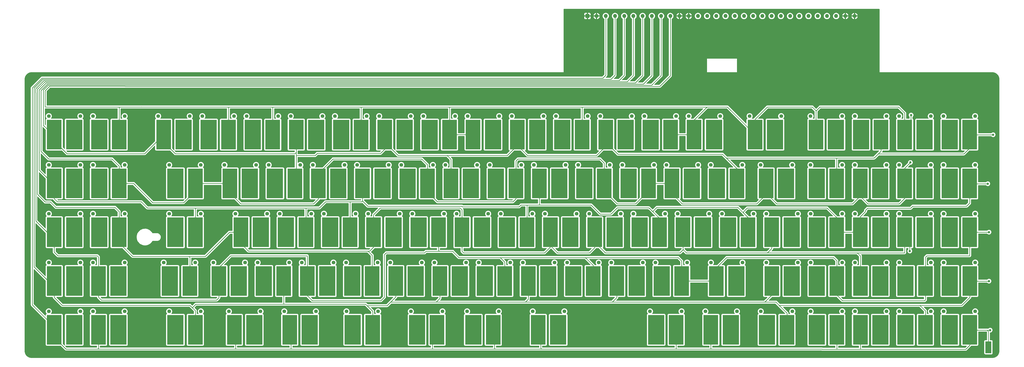
<source format=gbr>
%TF.GenerationSoftware,KiCad,Pcbnew,(6.99.0-3429-gce3fe46751)*%
%TF.CreationDate,2022-10-17T19:36:07+02:00*%
%TF.ProjectId,FXTal_rev1,46585461-6c5f-4726-9576-312e6b696361,rev?*%
%TF.SameCoordinates,PXe1237f8PYe7db780*%
%TF.FileFunction,Copper,L1,Top*%
%TF.FilePolarity,Positive*%
%FSLAX46Y46*%
G04 Gerber Fmt 4.6, Leading zero omitted, Abs format (unit mm)*
G04 Created by KiCad (PCBNEW (6.99.0-3429-gce3fe46751)) date 2022-10-17 19:36:07*
%MOMM*%
%LPD*%
G01*
G04 APERTURE LIST*
%TA.AperFunction,SMDPad,CuDef*%
%ADD10C,1.588000*%
%TD*%
%TA.AperFunction,SMDPad,CuDef*%
%ADD11R,6.985000X12.700000*%
%TD*%
%TA.AperFunction,SMDPad,CuDef*%
%ADD12R,6.350000X12.700000*%
%TD*%
%TA.AperFunction,ComponentPad*%
%ADD13R,1.700000X1.700000*%
%TD*%
%TA.AperFunction,ComponentPad*%
%ADD14O,1.700000X1.700000*%
%TD*%
%TA.AperFunction,SMDPad,CuDef*%
%ADD15R,2.540000X5.080000*%
%TD*%
%TA.AperFunction,SMDPad,CuDef*%
%ADD16C,1.000000*%
%TD*%
%TA.AperFunction,ViaPad*%
%ADD17C,0.800000*%
%TD*%
%TA.AperFunction,Conductor*%
%ADD18C,0.250000*%
%TD*%
G04 APERTURE END LIST*
D10*
%TO.P,SW_25,A*%
%TO.N,unconnected-(SW_25-PadA)*%
X-183869500Y66057000D03*
%TO.P,SW_25,B*%
%TO.N,unconnected-(SW_25-PadB)*%
X-170280500Y66057000D03*
D11*
%TO.P,SW_25,REF*%
%TO.N,unconnected-(SW_25-PadREF)*%
X-172947499Y58119999D03*
D12*
%TO.P,SW_25,ROW*%
%TO.N,ROW_7*%
X-181519999Y58119999D03*
%TD*%
D10*
%TO.P,SW_26,A*%
%TO.N,unconnected-(SW_26-PadA)*%
X-151280500Y66057000D03*
%TO.P,SW_26,B*%
%TO.N,unconnected-(SW_26-PadB)*%
X-164869500Y66057000D03*
D11*
%TO.P,SW_26,REF*%
%TO.N,unconnected-(SW_26-PadREF)*%
X-162202499Y58119999D03*
D12*
%TO.P,SW_26,ROW*%
%TO.N,ROW_8*%
X-153629999Y58119999D03*
%TD*%
D10*
%TO.P,SW_22,A*%
%TO.N,unconnected-(SW_22-PadA)*%
X-136869500Y66057000D03*
%TO.P,SW_22,B*%
%TO.N,unconnected-(SW_22-PadB)*%
X-123280500Y66057000D03*
D11*
%TO.P,SW_22,REF*%
%TO.N,unconnected-(SW_22-PadREF)*%
X-125947499Y58119999D03*
D12*
%TO.P,SW_22,ROW*%
%TO.N,ROW_7*%
X-134519999Y58119999D03*
%TD*%
D10*
%TO.P,SW_1,A*%
%TO.N,unconnected-(SW_1-PadA)*%
X-104280500Y66057000D03*
%TO.P,SW_1,B*%
%TO.N,unconnected-(SW_1-PadB)*%
X-117869500Y66057000D03*
D11*
%TO.P,SW_1,REF*%
%TO.N,unconnected-(SW_1-PadREF)*%
X-115202499Y58119999D03*
D12*
%TO.P,SW_1,ROW*%
%TO.N,ROW_8*%
X-106629999Y58119999D03*
%TD*%
D10*
%TO.P,SW_02,A*%
%TO.N,unconnected-(SW_02-PadA)*%
X-85280500Y66057000D03*
%TO.P,SW_02,B*%
%TO.N,unconnected-(SW_02-PadB)*%
X-98869500Y66057000D03*
D11*
%TO.P,SW_02,REF*%
%TO.N,unconnected-(SW_02-PadREF)*%
X-96202499Y58119999D03*
D12*
%TO.P,SW_02,ROW*%
%TO.N,ROW_8*%
X-87629999Y58119999D03*
%TD*%
D10*
%TO.P,SW_03,A*%
%TO.N,unconnected-(SW_03-PadA)*%
X-79869500Y66057000D03*
%TO.P,SW_03,B*%
%TO.N,unconnected-(SW_03-PadB)*%
X-66280500Y66057000D03*
D11*
%TO.P,SW_03,REF*%
%TO.N,unconnected-(SW_03-PadREF)*%
X-68947499Y58119999D03*
D12*
%TO.P,SW_03,ROW*%
%TO.N,ROW_7*%
X-77519999Y58119999D03*
%TD*%
D10*
%TO.P,SW_04,A*%
%TO.N,unconnected-(SW_04-PadA)*%
X-47280500Y66057000D03*
%TO.P,SW_04,B*%
%TO.N,unconnected-(SW_04-PadB)*%
X-60869500Y66057000D03*
D11*
%TO.P,SW_04,REF*%
%TO.N,unconnected-(SW_04-PadREF)*%
X-58202499Y58119999D03*
D12*
%TO.P,SW_04,ROW*%
%TO.N,ROW_8*%
X-49629999Y58119999D03*
%TD*%
D10*
%TO.P,SW_05,A*%
%TO.N,unconnected-(SW_05-PadA)*%
X-41869500Y66057000D03*
%TO.P,SW_05,B*%
%TO.N,unconnected-(SW_05-PadB)*%
X-28280500Y66057000D03*
D11*
%TO.P,SW_05,REF*%
%TO.N,unconnected-(SW_05-PadREF)*%
X-30947499Y58119999D03*
D12*
%TO.P,SW_05,ROW*%
%TO.N,ROW_7*%
X-39519999Y58119999D03*
%TD*%
D10*
%TO.P,SW_06,A*%
%TO.N,unconnected-(SW_06-PadA)*%
X-9280500Y66057000D03*
%TO.P,SW_06,B*%
%TO.N,unconnected-(SW_06-PadB)*%
X-22869500Y66057000D03*
D11*
%TO.P,SW_06,REF*%
%TO.N,unconnected-(SW_06-PadREF)*%
X-20202499Y58119999D03*
D12*
%TO.P,SW_06,ROW*%
%TO.N,ROW_8*%
X-11629999Y58119999D03*
%TD*%
D10*
%TO.P,SW_07,A*%
%TO.N,unconnected-(SW_07-PadA)*%
X-3869500Y66057000D03*
%TO.P,SW_07,B*%
%TO.N,unconnected-(SW_07-PadB)*%
X9719500Y66057000D03*
D11*
%TO.P,SW_07,REF*%
%TO.N,unconnected-(SW_07-PadREF)*%
X7052499Y58119999D03*
D12*
%TO.P,SW_07,ROW*%
%TO.N,ROW_8*%
X-1519999Y58119999D03*
%TD*%
D10*
%TO.P,SW_08,A*%
%TO.N,unconnected-(SW_08-PadA)*%
X15130500Y66057000D03*
%TO.P,SW_08,B*%
%TO.N,unconnected-(SW_08-PadB)*%
X28719500Y66057000D03*
D11*
%TO.P,SW_08,REF*%
%TO.N,unconnected-(SW_08-PadREF)*%
X26052499Y58119999D03*
D12*
%TO.P,SW_08,ROW*%
%TO.N,ROW_7*%
X17479999Y58119999D03*
%TD*%
D10*
%TO.P,SW_09,A*%
%TO.N,unconnected-(SW_09-PadA)*%
X47719500Y66057000D03*
%TO.P,SW_09,B*%
%TO.N,unconnected-(SW_09-PadB)*%
X34130500Y66057000D03*
D11*
%TO.P,SW_09,REF*%
%TO.N,unconnected-(SW_09-PadREF)*%
X36797499Y58119999D03*
D12*
%TO.P,SW_09,ROW*%
%TO.N,ROW_8*%
X45369999Y58119999D03*
%TD*%
D10*
%TO.P,SW_0,A*%
%TO.N,unconnected-(SW_0-PadA)*%
X53130500Y66057000D03*
%TO.P,SW_0,B*%
%TO.N,unconnected-(SW_0-PadB)*%
X66719500Y66057000D03*
D11*
%TO.P,SW_0,REF*%
%TO.N,unconnected-(SW_0-PadREF)*%
X64052499Y58119999D03*
D12*
%TO.P,SW_0,ROW*%
%TO.N,ROW_7*%
X55479999Y58119999D03*
%TD*%
D10*
%TO.P,SW_47,A*%
%TO.N,unconnected-(SW_47-PadA)*%
X85719500Y66057000D03*
%TO.P,SW_47,B*%
%TO.N,unconnected-(SW_47-PadB)*%
X72130500Y66057000D03*
D11*
%TO.P,SW_47,REF*%
%TO.N,unconnected-(SW_47-PadREF)*%
X74797499Y58119999D03*
D12*
%TO.P,SW_47,ROW*%
%TO.N,ROW_8*%
X83369999Y58119999D03*
%TD*%
D10*
%TO.P,SW_21,A*%
%TO.N,unconnected-(SW_21-PadA)*%
X91130500Y66057000D03*
%TO.P,SW_21,B*%
%TO.N,unconnected-(SW_21-PadB)*%
X104719500Y66057000D03*
D11*
%TO.P,SW_21,REF*%
%TO.N,unconnected-(SW_21-PadREF)*%
X102052499Y58119999D03*
D12*
%TO.P,SW_21,ROW*%
%TO.N,ROW_8*%
X93479999Y58119999D03*
%TD*%
D10*
%TO.P,SW_13,A*%
%TO.N,unconnected-(SW_13-PadA)*%
X117320500Y66057000D03*
%TO.P,SW_13,B*%
%TO.N,unconnected-(SW_13-PadB)*%
X130909500Y66057000D03*
D11*
%TO.P,SW_13,REF*%
%TO.N,unconnected-(SW_13-PadREF)*%
X128242499Y58119999D03*
D12*
%TO.P,SW_13,ROW*%
%TO.N,ROW_8*%
X119669999Y58119999D03*
%TD*%
D10*
%TO.P,SW_63,A*%
%TO.N,unconnected-(SW_63-PadA)*%
X143518000Y66057000D03*
%TO.P,SW_63,B*%
%TO.N,unconnected-(SW_63-PadB)*%
X157107000Y66057000D03*
D11*
%TO.P,SW_63,REF*%
%TO.N,unconnected-(SW_63-PadREF)*%
X154439999Y58119999D03*
D12*
%TO.P,SW_63,ROW*%
%TO.N,ROW_8*%
X145867499Y58119999D03*
%TD*%
D10*
%TO.P,SW_66,A*%
%TO.N,unconnected-(SW_66-PadA)*%
X176157000Y66057000D03*
%TO.P,SW_66,B*%
%TO.N,unconnected-(SW_66-PadB)*%
X162568000Y66057000D03*
D11*
%TO.P,SW_66,REF*%
%TO.N,unconnected-(SW_66-PadREF)*%
X165234999Y58119999D03*
D12*
%TO.P,SW_66,ROW*%
%TO.N,ROW_7*%
X173807499Y58119999D03*
%TD*%
D10*
%TO.P,SW_67,A*%
%TO.N,unconnected-(SW_67-PadA)*%
X181618000Y66057000D03*
%TO.P,SW_67,B*%
%TO.N,unconnected-(SW_67-PadB)*%
X195207000Y66057000D03*
D11*
%TO.P,SW_67,REF*%
%TO.N,unconnected-(SW_67-PadREF)*%
X192539999Y58119999D03*
D12*
%TO.P,SW_67,ROW*%
%TO.N,ROW_8*%
X183967499Y58119999D03*
%TD*%
D10*
%TO.P,SW_68,A*%
%TO.N,unconnected-(SW_68-PadA)*%
X214257000Y66057000D03*
%TO.P,SW_68,B*%
%TO.N,unconnected-(SW_68-PadB)*%
X200668000Y66057000D03*
D11*
%TO.P,SW_68,REF*%
%TO.N,unconnected-(SW_68-PadREF)*%
X203334999Y58119999D03*
D12*
%TO.P,SW_68,ROW*%
%TO.N,ROW_7*%
X211907499Y58119999D03*
%TD*%
D10*
%TO.P,SW_27,A*%
%TO.N,unconnected-(SW_27-PadA)*%
X-183869500Y45057000D03*
%TO.P,SW_27,B*%
%TO.N,unconnected-(SW_27-PadB)*%
X-170280500Y45057000D03*
D11*
%TO.P,SW_27,REF*%
%TO.N,unconnected-(SW_27-PadREF)*%
X-172947499Y37119999D03*
D12*
%TO.P,SW_27,ROW*%
%TO.N,ROW_5*%
X-181519999Y37119999D03*
%TD*%
D10*
%TO.P,SW_28,A*%
%TO.N,unconnected-(SW_28-PadA)*%
X-151280500Y45057000D03*
%TO.P,SW_28,B*%
%TO.N,unconnected-(SW_28-PadB)*%
X-164869500Y45057000D03*
D11*
%TO.P,SW_28,REF*%
%TO.N,unconnected-(SW_28-PadREF)*%
X-162202499Y37119999D03*
D12*
%TO.P,SW_28,ROW*%
%TO.N,ROW_6*%
X-153629999Y37119999D03*
%TD*%
D10*
%TO.P,SW_90,A*%
%TO.N,unconnected-(SW_90-PadA)*%
X-118530500Y45057000D03*
%TO.P,SW_90,B*%
%TO.N,unconnected-(SW_90-PadB)*%
X-132119500Y45057000D03*
D11*
%TO.P,SW_90,REF*%
%TO.N,unconnected-(SW_90-PadREF)*%
X-129452499Y37119999D03*
D12*
%TO.P,SW_90,ROW*%
%TO.N,ROW_6*%
X-120879999Y37119999D03*
%TD*%
D10*
%TO.P,SW_74,A*%
%TO.N,unconnected-(SW_74-PadA)*%
X-108369500Y45057000D03*
%TO.P,SW_74,B*%
%TO.N,unconnected-(SW_74-PadB)*%
X-94780500Y45057000D03*
D11*
%TO.P,SW_74,REF*%
%TO.N,unconnected-(SW_74-PadREF)*%
X-97447499Y37119999D03*
D12*
%TO.P,SW_74,ROW*%
%TO.N,ROW_6*%
X-106019999Y37119999D03*
%TD*%
D10*
%TO.P,SW_93,A*%
%TO.N,unconnected-(SW_93-PadA)*%
X-75780500Y45057000D03*
%TO.P,SW_93,B*%
%TO.N,unconnected-(SW_93-PadB)*%
X-89369500Y45057000D03*
D11*
%TO.P,SW_93,REF*%
%TO.N,unconnected-(SW_93-PadREF)*%
X-86702499Y37119999D03*
D12*
%TO.P,SW_93,ROW*%
%TO.N,ROW_7*%
X-78129999Y37119999D03*
%TD*%
D10*
%TO.P,SW_19,A*%
%TO.N,unconnected-(SW_19-PadA)*%
X-70369500Y45057000D03*
%TO.P,SW_19,B*%
%TO.N,unconnected-(SW_19-PadB)*%
X-56780500Y45057000D03*
D11*
%TO.P,SW_19,REF*%
%TO.N,unconnected-(SW_19-PadREF)*%
X-59447499Y37119999D03*
D12*
%TO.P,SW_19,ROW*%
%TO.N,ROW_6*%
X-68019999Y37119999D03*
%TD*%
D10*
%TO.P,SW_76,A*%
%TO.N,unconnected-(SW_76-PadA)*%
X-51369500Y45057000D03*
%TO.P,SW_76,B*%
%TO.N,unconnected-(SW_76-PadB)*%
X-37780500Y45057000D03*
D11*
%TO.P,SW_76,REF*%
%TO.N,unconnected-(SW_76-PadREF)*%
X-40447499Y37119999D03*
D12*
%TO.P,SW_76,ROW*%
%TO.N,ROW_5*%
X-49019999Y37119999D03*
%TD*%
D10*
%TO.P,SW_89,A*%
%TO.N,unconnected-(SW_89-PadA)*%
X-18780500Y45057000D03*
%TO.P,SW_89,B*%
%TO.N,unconnected-(SW_89-PadB)*%
X-32369500Y45057000D03*
D11*
%TO.P,SW_89,REF*%
%TO.N,unconnected-(SW_89-PadREF)*%
X-29702499Y37119999D03*
D12*
%TO.P,SW_89,ROW*%
%TO.N,ROW_6*%
X-21129999Y37119999D03*
%TD*%
D10*
%TO.P,SW_95,A*%
%TO.N,unconnected-(SW_95-PadA)*%
X-13369500Y45057000D03*
%TO.P,SW_95,B*%
%TO.N,unconnected-(SW_95-PadB)*%
X219500Y45057000D03*
D11*
%TO.P,SW_95,REF*%
%TO.N,unconnected-(SW_95-PadREF)*%
X-2447499Y37119999D03*
D12*
%TO.P,SW_95,ROW*%
%TO.N,ROW_7*%
X-11019999Y37119999D03*
%TD*%
D10*
%TO.P,SW_91,A*%
%TO.N,unconnected-(SW_91-PadA)*%
X19219500Y45057000D03*
%TO.P,SW_91,B*%
%TO.N,unconnected-(SW_91-PadB)*%
X5630500Y45057000D03*
D11*
%TO.P,SW_91,REF*%
%TO.N,unconnected-(SW_91-PadREF)*%
X8297499Y37119999D03*
D12*
%TO.P,SW_91,ROW*%
%TO.N,ROW_6*%
X16869999Y37119999D03*
%TD*%
D10*
%TO.P,SW_37,A*%
%TO.N,unconnected-(SW_37-PadA)*%
X24630500Y45057000D03*
%TO.P,SW_37,B*%
%TO.N,unconnected-(SW_37-PadB)*%
X38219500Y45057000D03*
D11*
%TO.P,SW_37,REF*%
%TO.N,unconnected-(SW_37-PadREF)*%
X35552499Y37119999D03*
D12*
%TO.P,SW_37,ROW*%
%TO.N,ROW_5*%
X26979999Y37119999D03*
%TD*%
D10*
%TO.P,SW_51,A*%
%TO.N,unconnected-(SW_51-PadA)*%
X57219500Y45057000D03*
%TO.P,SW_51,B*%
%TO.N,unconnected-(SW_51-PadB)*%
X43630500Y45057000D03*
D11*
%TO.P,SW_51,REF*%
%TO.N,unconnected-(SW_51-PadREF)*%
X46297499Y37119999D03*
D12*
%TO.P,SW_51,ROW*%
%TO.N,ROW_6*%
X54869999Y37119999D03*
%TD*%
D10*
%TO.P,SW_65,A*%
%TO.N,unconnected-(SW_65-PadA)*%
X76219500Y45057000D03*
%TO.P,SW_65,B*%
%TO.N,unconnected-(SW_65-PadB)*%
X62630500Y45057000D03*
D11*
%TO.P,SW_65,REF*%
%TO.N,unconnected-(SW_65-PadREF)*%
X65297499Y37119999D03*
D12*
%TO.P,SW_65,ROW*%
%TO.N,ROW_6*%
X73869999Y37119999D03*
%TD*%
D10*
%TO.P,SW_42,A*%
%TO.N,unconnected-(SW_42-PadA)*%
X81630500Y45057000D03*
%TO.P,SW_42,B*%
%TO.N,unconnected-(SW_42-PadB)*%
X95219500Y45057000D03*
D11*
%TO.P,SW_42,REF*%
%TO.N,unconnected-(SW_42-PadREF)*%
X92552499Y37119999D03*
D12*
%TO.P,SW_42,ROW*%
%TO.N,ROW_6*%
X83979999Y37119999D03*
%TD*%
D10*
%TO.P,SW_78,A*%
%TO.N,unconnected-(SW_78-PadA)*%
X114219500Y45057000D03*
%TO.P,SW_78,B*%
%TO.N,unconnected-(SW_78-PadB)*%
X100630500Y45057000D03*
D11*
%TO.P,SW_78,REF*%
%TO.N,unconnected-(SW_78-PadREF)*%
X103297499Y37119999D03*
D12*
%TO.P,SW_78,ROW*%
%TO.N,ROW_7*%
X111869999Y37119999D03*
%TD*%
D10*
%TO.P,SW_12,A*%
%TO.N,unconnected-(SW_12-PadA)*%
X122060500Y45057000D03*
%TO.P,SW_12,B*%
%TO.N,unconnected-(SW_12-PadB)*%
X135649500Y45057000D03*
D11*
%TO.P,SW_12,REF*%
%TO.N,unconnected-(SW_12-PadREF)*%
X132982499Y37119999D03*
D12*
%TO.P,SW_12,ROW*%
%TO.N,ROW_6*%
X124409999Y37119999D03*
%TD*%
D10*
%TO.P,SW_69,A*%
%TO.N,unconnected-(SW_69-PadA)*%
X157082000Y45057000D03*
%TO.P,SW_69,B*%
%TO.N,unconnected-(SW_69-PadB)*%
X143493000Y45057000D03*
D11*
%TO.P,SW_69,REF*%
%TO.N,unconnected-(SW_69-PadREF)*%
X146159999Y37119999D03*
D12*
%TO.P,SW_69,ROW*%
%TO.N,ROW_7*%
X154732499Y37119999D03*
%TD*%
D10*
%TO.P,SW_70,A*%
%TO.N,unconnected-(SW_70-PadA)*%
X162543000Y45057000D03*
%TO.P,SW_70,B*%
%TO.N,unconnected-(SW_70-PadB)*%
X176132000Y45057000D03*
D11*
%TO.P,SW_70,REF*%
%TO.N,unconnected-(SW_70-PadREF)*%
X173464999Y37119999D03*
D12*
%TO.P,SW_70,ROW*%
%TO.N,ROW_6*%
X164892499Y37119999D03*
%TD*%
D10*
%TO.P,SW_71,A*%
%TO.N,unconnected-(SW_71-PadA)*%
X181593000Y45057000D03*
%TO.P,SW_71,B*%
%TO.N,unconnected-(SW_71-PadB)*%
X195182000Y45057000D03*
D11*
%TO.P,SW_71,REF*%
%TO.N,unconnected-(SW_71-PadREF)*%
X192514999Y37119999D03*
D12*
%TO.P,SW_71,ROW*%
%TO.N,ROW_6*%
X183942499Y37119999D03*
%TD*%
D10*
%TO.P,SW_72,A*%
%TO.N,unconnected-(SW_72-PadA)*%
X214232000Y45057000D03*
%TO.P,SW_72,B*%
%TO.N,unconnected-(SW_72-PadB)*%
X200643000Y45057000D03*
D11*
%TO.P,SW_72,REF*%
%TO.N,unconnected-(SW_72-PadREF)*%
X203309999Y37119999D03*
D12*
%TO.P,SW_72,ROW*%
%TO.N,ROW_5*%
X211882499Y37119999D03*
%TD*%
D10*
%TO.P,SW_29,A*%
%TO.N,unconnected-(SW_29-PadA)*%
X-183869500Y24057000D03*
%TO.P,SW_29,B*%
%TO.N,unconnected-(SW_29-PadB)*%
X-170280500Y24057000D03*
D11*
%TO.P,SW_29,REF*%
%TO.N,unconnected-(SW_29-PadREF)*%
X-172947499Y16119999D03*
D12*
%TO.P,SW_29,ROW*%
%TO.N,ROW_3*%
X-181519999Y16119999D03*
%TD*%
D10*
%TO.P,SW_30,A*%
%TO.N,unconnected-(SW_30-PadA)*%
X-151280500Y24057000D03*
%TO.P,SW_30,B*%
%TO.N,unconnected-(SW_30-PadB)*%
X-164869500Y24057000D03*
D11*
%TO.P,SW_30,REF*%
%TO.N,unconnected-(SW_30-PadREF)*%
X-162202499Y16119999D03*
D12*
%TO.P,SW_30,ROW*%
%TO.N,ROW_4*%
X-153629999Y16119999D03*
%TD*%
D10*
%TO.P,SW_15,A*%
%TO.N,unconnected-(SW_15-PadA)*%
X-118530500Y24057000D03*
%TO.P,SW_15,B*%
%TO.N,unconnected-(SW_15-PadB)*%
X-132119500Y24057000D03*
D11*
%TO.P,SW_15,REF*%
%TO.N,unconnected-(SW_15-PadREF)*%
X-129452499Y16119999D03*
D12*
%TO.P,SW_15,ROW*%
%TO.N,ROW_5*%
X-120879999Y16119999D03*
%TD*%
D10*
%TO.P,SW_10,A*%
%TO.N,unconnected-(SW_10-PadA)*%
X-103619500Y24057000D03*
%TO.P,SW_10,B*%
%TO.N,unconnected-(SW_10-PadB)*%
X-90030500Y24057000D03*
D11*
%TO.P,SW_10,REF*%
%TO.N,unconnected-(SW_10-PadREF)*%
X-92697499Y16119999D03*
D12*
%TO.P,SW_10,ROW*%
%TO.N,ROW_4*%
X-101269999Y16119999D03*
%TD*%
D10*
%TO.P,SW_83,A*%
%TO.N,unconnected-(SW_83-PadA)*%
X-71030500Y24057000D03*
%TO.P,SW_83,B*%
%TO.N,unconnected-(SW_83-PadB)*%
X-84619500Y24057000D03*
D11*
%TO.P,SW_83,REF*%
%TO.N,unconnected-(SW_83-PadREF)*%
X-81952499Y16119999D03*
D12*
%TO.P,SW_83,ROW*%
%TO.N,ROW_5*%
X-73379999Y16119999D03*
%TD*%
D10*
%TO.P,SW_17,A*%
%TO.N,unconnected-(SW_17-PadA)*%
X-52030500Y24057000D03*
%TO.P,SW_17,B*%
%TO.N,unconnected-(SW_17-PadB)*%
X-65619500Y24057000D03*
D11*
%TO.P,SW_17,REF*%
%TO.N,unconnected-(SW_17-PadREF)*%
X-62952499Y16119999D03*
D12*
%TO.P,SW_17,ROW*%
%TO.N,ROW_5*%
X-54379999Y16119999D03*
%TD*%
D10*
%TO.P,SW_24,A*%
%TO.N,unconnected-(SW_24-PadA)*%
X-46619500Y24057000D03*
%TO.P,SW_24,B*%
%TO.N,unconnected-(SW_24-PadB)*%
X-33030500Y24057000D03*
D11*
%TO.P,SW_24,REF*%
%TO.N,unconnected-(SW_24-PadREF)*%
X-35697499Y16119999D03*
D12*
%TO.P,SW_24,ROW*%
%TO.N,ROW_4*%
X-44269999Y16119999D03*
%TD*%
D10*
%TO.P,SW_35,A*%
%TO.N,unconnected-(SW_35-PadA)*%
X-14030500Y24057000D03*
%TO.P,SW_35,B*%
%TO.N,unconnected-(SW_35-PadB)*%
X-27619500Y24057000D03*
D11*
%TO.P,SW_35,REF*%
%TO.N,unconnected-(SW_35-PadREF)*%
X-24952499Y16119999D03*
D12*
%TO.P,SW_35,ROW*%
%TO.N,ROW_3*%
X-16379999Y16119999D03*
%TD*%
D10*
%TO.P,SW_36,A*%
%TO.N,unconnected-(SW_36-PadA)*%
X-8619500Y24057000D03*
%TO.P,SW_36,B*%
%TO.N,unconnected-(SW_36-PadB)*%
X4969500Y24057000D03*
D11*
%TO.P,SW_36,REF*%
%TO.N,unconnected-(SW_36-PadREF)*%
X2302499Y16119999D03*
D12*
%TO.P,SW_36,ROW*%
%TO.N,ROW_4*%
X-6269999Y16119999D03*
%TD*%
D10*
%TO.P,SW_38,A*%
%TO.N,unconnected-(SW_38-PadA)*%
X23969500Y24057000D03*
%TO.P,SW_38,B*%
%TO.N,unconnected-(SW_38-PadB)*%
X10380500Y24057000D03*
D11*
%TO.P,SW_38,REF*%
%TO.N,unconnected-(SW_38-PadREF)*%
X13047499Y16119999D03*
D12*
%TO.P,SW_38,ROW*%
%TO.N,ROW_5*%
X21619999Y16119999D03*
%TD*%
D10*
%TO.P,SW_39,A*%
%TO.N,unconnected-(SW_39-PadA)*%
X29380500Y24057000D03*
%TO.P,SW_39,B*%
%TO.N,unconnected-(SW_39-PadB)*%
X42969500Y24057000D03*
D11*
%TO.P,SW_39,REF*%
%TO.N,unconnected-(SW_39-PadREF)*%
X40302499Y16119999D03*
D12*
%TO.P,SW_39,ROW*%
%TO.N,ROW_4*%
X31729999Y16119999D03*
%TD*%
D10*
%TO.P,SW_40,A*%
%TO.N,unconnected-(SW_40-PadA)*%
X48380500Y24057000D03*
%TO.P,SW_40,B*%
%TO.N,unconnected-(SW_40-PadB)*%
X61969500Y24057000D03*
D11*
%TO.P,SW_40,REF*%
%TO.N,unconnected-(SW_40-PadREF)*%
X59302499Y16119999D03*
D12*
%TO.P,SW_40,ROW*%
%TO.N,ROW_4*%
X50729999Y16119999D03*
%TD*%
D10*
%TO.P,SW_84,A*%
%TO.N,unconnected-(SW_84-PadA)*%
X80969500Y24057000D03*
%TO.P,SW_84,B*%
%TO.N,unconnected-(SW_84-PadB)*%
X67380500Y24057000D03*
D11*
%TO.P,SW_84,REF*%
%TO.N,unconnected-(SW_84-PadREF)*%
X70047499Y16119999D03*
D12*
%TO.P,SW_84,ROW*%
%TO.N,ROW_5*%
X78619999Y16119999D03*
%TD*%
D10*
%TO.P,SW_75,A*%
%TO.N,unconnected-(SW_75-PadA)*%
X86380500Y24057000D03*
%TO.P,SW_75,B*%
%TO.N,unconnected-(SW_75-PadB)*%
X99969500Y24057000D03*
D11*
%TO.P,SW_75,REF*%
%TO.N,unconnected-(SW_75-PadREF)*%
X97302499Y16119999D03*
D12*
%TO.P,SW_75,ROW*%
%TO.N,ROW_4*%
X88729999Y16119999D03*
%TD*%
D10*
%TO.P,SW_50,A*%
%TO.N,unconnected-(SW_50-PadA)*%
X119019500Y24057000D03*
%TO.P,SW_50,B*%
%TO.N,unconnected-(SW_50-PadB)*%
X105430500Y24057000D03*
D11*
%TO.P,SW_50,REF*%
%TO.N,unconnected-(SW_50-PadREF)*%
X108097499Y16119999D03*
D12*
%TO.P,SW_50,ROW*%
%TO.N,ROW_5*%
X116669999Y16119999D03*
%TD*%
D10*
%TO.P,SW_20,A*%
%TO.N,unconnected-(SW_20-PadA)*%
X124480500Y24057000D03*
%TO.P,SW_20,B*%
%TO.N,unconnected-(SW_20-PadB)*%
X138069500Y24057000D03*
D11*
%TO.P,SW_20,REF*%
%TO.N,unconnected-(SW_20-PadREF)*%
X135402499Y16119999D03*
D12*
%TO.P,SW_20,ROW*%
%TO.N,ROW_4*%
X126829999Y16119999D03*
%TD*%
D10*
%TO.P,SW_73,A*%
%TO.N,unconnected-(SW_73-PadA)*%
X157119500Y24057000D03*
%TO.P,SW_73,B*%
%TO.N,unconnected-(SW_73-PadB)*%
X143530500Y24057000D03*
D11*
%TO.P,SW_73,REF*%
%TO.N,unconnected-(SW_73-PadREF)*%
X146197499Y16119999D03*
D12*
%TO.P,SW_73,ROW*%
%TO.N,ROW_5*%
X154769999Y16119999D03*
%TD*%
D10*
%TO.P,SW_53,A*%
%TO.N,unconnected-(SW_53-PadA)*%
X162580500Y24057000D03*
%TO.P,SW_53,B*%
%TO.N,unconnected-(SW_53-PadB)*%
X176169500Y24057000D03*
D11*
%TO.P,SW_53,REF*%
%TO.N,unconnected-(SW_53-PadREF)*%
X173502499Y16119999D03*
D12*
%TO.P,SW_53,ROW*%
%TO.N,ROW_5*%
X164929999Y16119999D03*
%TD*%
D10*
%TO.P,SW_54,A*%
%TO.N,unconnected-(SW_54-PadA)*%
X181630500Y24057000D03*
%TO.P,SW_54,B*%
%TO.N,unconnected-(SW_54-PadB)*%
X195219500Y24057000D03*
D11*
%TO.P,SW_54,REF*%
%TO.N,unconnected-(SW_54-PadREF)*%
X192552499Y16119999D03*
D12*
%TO.P,SW_54,ROW*%
%TO.N,ROW_4*%
X183979999Y16119999D03*
%TD*%
D10*
%TO.P,SW_55,A*%
%TO.N,unconnected-(SW_55-PadA)*%
X214269500Y24057000D03*
%TO.P,SW_55,B*%
%TO.N,unconnected-(SW_55-PadB)*%
X200680500Y24057000D03*
D11*
%TO.P,SW_55,REF*%
%TO.N,unconnected-(SW_55-PadREF)*%
X203347499Y16119999D03*
D12*
%TO.P,SW_55,ROW*%
%TO.N,ROW_3*%
X211919999Y16119999D03*
%TD*%
D10*
%TO.P,SW_31,A*%
%TO.N,unconnected-(SW_31-PadA)*%
X-183869500Y3057000D03*
%TO.P,SW_31,B*%
%TO.N,unconnected-(SW_31-PadB)*%
X-170280500Y3057000D03*
D11*
%TO.P,SW_31,REF*%
%TO.N,unconnected-(SW_31-PadREF)*%
X-172947499Y-4879999D03*
D12*
%TO.P,SW_31,ROW*%
%TO.N,ROW_2*%
X-181519999Y-4879999D03*
%TD*%
D10*
%TO.P,SW_32,A*%
%TO.N,unconnected-(SW_32-PadA)*%
X-164869500Y3057000D03*
%TO.P,SW_32,B*%
%TO.N,unconnected-(SW_32-PadB)*%
X-151280500Y3057000D03*
D11*
%TO.P,SW_32,REF*%
%TO.N,unconnected-(SW_32-PadREF)*%
X-153947499Y-4879999D03*
D12*
%TO.P,SW_32,ROW*%
%TO.N,ROW_3*%
X-162519999Y-4879999D03*
%TD*%
D10*
%TO.P,SW_45,A*%
%TO.N,unconnected-(SW_45-PadA)*%
X-120905500Y3057000D03*
%TO.P,SW_45,B*%
%TO.N,unconnected-(SW_45-PadB)*%
X-134494500Y3057000D03*
D11*
%TO.P,SW_45,REF*%
%TO.N,unconnected-(SW_45-PadREF)*%
X-131827499Y-4879999D03*
D12*
%TO.P,SW_45,ROW*%
%TO.N,ROW_4*%
X-123254999Y-4879999D03*
%TD*%
D10*
%TO.P,SW_49,A*%
%TO.N,unconnected-(SW_49-PadA)*%
X-113119500Y3057000D03*
%TO.P,SW_49,B*%
%TO.N,unconnected-(SW_49-PadB)*%
X-99530500Y3057000D03*
D11*
%TO.P,SW_49,REF*%
%TO.N,unconnected-(SW_49-PadREF)*%
X-102197499Y-4879999D03*
D12*
%TO.P,SW_49,ROW*%
%TO.N,ROW_3*%
X-110769999Y-4879999D03*
%TD*%
D10*
%TO.P,SW_96,A*%
%TO.N,unconnected-(SW_96-PadA)*%
X-80530500Y3057000D03*
%TO.P,SW_96,B*%
%TO.N,unconnected-(SW_96-PadB)*%
X-94119500Y3057000D03*
D11*
%TO.P,SW_96,REF*%
%TO.N,unconnected-(SW_96-PadREF)*%
X-91452499Y-4879999D03*
D12*
%TO.P,SW_96,ROW*%
%TO.N,ROW_2*%
X-82879999Y-4879999D03*
%TD*%
D10*
%TO.P,SW_94,A*%
%TO.N,unconnected-(SW_94-PadA)*%
X-75119500Y3057000D03*
%TO.P,SW_94,B*%
%TO.N,unconnected-(SW_94-PadB)*%
X-61530500Y3057000D03*
D11*
%TO.P,SW_94,REF*%
%TO.N,unconnected-(SW_94-PadREF)*%
X-64197499Y-4879999D03*
D12*
%TO.P,SW_94,ROW*%
%TO.N,ROW_3*%
X-72769999Y-4879999D03*
%TD*%
D10*
%TO.P,SW_14,A*%
%TO.N,unconnected-(SW_14-PadA)*%
X-42530500Y3057000D03*
%TO.P,SW_14,B*%
%TO.N,unconnected-(SW_14-PadB)*%
X-56119500Y3057000D03*
D11*
%TO.P,SW_14,REF*%
%TO.N,unconnected-(SW_14-PadREF)*%
X-53452499Y-4879999D03*
D12*
%TO.P,SW_14,ROW*%
%TO.N,ROW_4*%
X-44879999Y-4879999D03*
%TD*%
D10*
%TO.P,SW_92,A*%
%TO.N,unconnected-(SW_92-PadA)*%
X-37119500Y3057000D03*
%TO.P,SW_92,B*%
%TO.N,unconnected-(SW_92-PadB)*%
X-23530500Y3057000D03*
D11*
%TO.P,SW_92,REF*%
%TO.N,unconnected-(SW_92-PadREF)*%
X-26197499Y-4879999D03*
D12*
%TO.P,SW_92,ROW*%
%TO.N,ROW_2*%
X-34769999Y-4879999D03*
%TD*%
D10*
%TO.P,SW_11,A*%
%TO.N,unconnected-(SW_11-PadA)*%
X-18119500Y3057000D03*
%TO.P,SW_11,B*%
%TO.N,unconnected-(SW_11-PadB)*%
X-4530500Y3057000D03*
D11*
%TO.P,SW_11,REF*%
%TO.N,unconnected-(SW_11-PadREF)*%
X-7197499Y-4879999D03*
D12*
%TO.P,SW_11,ROW*%
%TO.N,ROW_2*%
X-15769999Y-4879999D03*
%TD*%
D10*
%TO.P,SW_48,A*%
%TO.N,unconnected-(SW_48-PadA)*%
X14469500Y3057000D03*
%TO.P,SW_48,B*%
%TO.N,unconnected-(SW_48-PadB)*%
X880500Y3057000D03*
D11*
%TO.P,SW_48,REF*%
%TO.N,unconnected-(SW_48-PadREF)*%
X3547499Y-4879999D03*
D12*
%TO.P,SW_48,ROW*%
%TO.N,ROW_3*%
X12119999Y-4879999D03*
%TD*%
D10*
%TO.P,SW_46,A*%
%TO.N,unconnected-(SW_46-PadA)*%
X19880500Y3057000D03*
%TO.P,SW_46,B*%
%TO.N,unconnected-(SW_46-PadB)*%
X33469500Y3057000D03*
D11*
%TO.P,SW_46,REF*%
%TO.N,unconnected-(SW_46-PadREF)*%
X30802499Y-4879999D03*
D12*
%TO.P,SW_46,ROW*%
%TO.N,ROW_2*%
X22229999Y-4879999D03*
%TD*%
D10*
%TO.P,SW_16,A*%
%TO.N,unconnected-(SW_16-PadA)*%
X52469500Y3057000D03*
%TO.P,SW_16,B*%
%TO.N,unconnected-(SW_16-PadB)*%
X38880500Y3057000D03*
D11*
%TO.P,SW_16,REF*%
%TO.N,unconnected-(SW_16-PadREF)*%
X41547499Y-4879999D03*
D12*
%TO.P,SW_16,ROW*%
%TO.N,ROW_3*%
X50119999Y-4879999D03*
%TD*%
D10*
%TO.P,SW_18,A*%
%TO.N,unconnected-(SW_18-PadA)*%
X57880500Y3057000D03*
%TO.P,SW_18,B*%
%TO.N,unconnected-(SW_18-PadB)*%
X71469500Y3057000D03*
D11*
%TO.P,SW_18,REF*%
%TO.N,unconnected-(SW_18-PadREF)*%
X68802499Y-4879999D03*
D12*
%TO.P,SW_18,ROW*%
%TO.N,ROW_2*%
X60229999Y-4879999D03*
%TD*%
D10*
%TO.P,SW_85,A*%
%TO.N,unconnected-(SW_85-PadA)*%
X90469500Y3057000D03*
%TO.P,SW_85,B*%
%TO.N,unconnected-(SW_85-PadB)*%
X76880500Y3057000D03*
D11*
%TO.P,SW_85,REF*%
%TO.N,unconnected-(SW_85-PadREF)*%
X79547499Y-4879999D03*
D12*
%TO.P,SW_85,ROW*%
%TO.N,ROW_3*%
X88119999Y-4879999D03*
%TD*%
D10*
%TO.P,SW_81,A*%
%TO.N,unconnected-(SW_81-PadA)*%
X100693000Y3057000D03*
%TO.P,SW_81,B*%
%TO.N,unconnected-(SW_81-PadB)*%
X114282000Y3057000D03*
D11*
%TO.P,SW_81,REF*%
%TO.N,unconnected-(SW_81-PadREF)*%
X111614999Y-4879999D03*
D12*
%TO.P,SW_81,ROW*%
%TO.N,ROW_3*%
X103042499Y-4879999D03*
%TD*%
D10*
%TO.P,SW_82,A*%
%TO.N,unconnected-(SW_82-PadA)*%
X124505500Y3057000D03*
%TO.P,SW_82,B*%
%TO.N,unconnected-(SW_82-PadB)*%
X138094500Y3057000D03*
D11*
%TO.P,SW_82,REF*%
%TO.N,unconnected-(SW_82-PadREF)*%
X135427499Y-4879999D03*
D12*
%TO.P,SW_82,ROW*%
%TO.N,ROW_2*%
X126854999Y-4879999D03*
%TD*%
D10*
%TO.P,SW_56,A*%
%TO.N,unconnected-(SW_56-PadA)*%
X157144500Y3057000D03*
%TO.P,SW_56,B*%
%TO.N,unconnected-(SW_56-PadB)*%
X143555500Y3057000D03*
D11*
%TO.P,SW_56,REF*%
%TO.N,unconnected-(SW_56-PadREF)*%
X146222499Y-4879999D03*
D12*
%TO.P,SW_56,ROW*%
%TO.N,ROW_3*%
X154794999Y-4879999D03*
%TD*%
D10*
%TO.P,SW_57,A*%
%TO.N,unconnected-(SW_57-PadA)*%
X162605500Y3057000D03*
%TO.P,SW_57,B*%
%TO.N,unconnected-(SW_57-PadB)*%
X176194500Y3057000D03*
D11*
%TO.P,SW_57,REF*%
%TO.N,unconnected-(SW_57-PadREF)*%
X173527499Y-4879999D03*
D12*
%TO.P,SW_57,ROW*%
%TO.N,ROW_4*%
X164954999Y-4879999D03*
%TD*%
D10*
%TO.P,SW_58,A*%
%TO.N,unconnected-(SW_58-PadA)*%
X195244500Y3057000D03*
%TO.P,SW_58,B*%
%TO.N,unconnected-(SW_58-PadB)*%
X181655500Y3057000D03*
D11*
%TO.P,SW_58,REF*%
%TO.N,unconnected-(SW_58-PadREF)*%
X184322499Y-4879999D03*
D12*
%TO.P,SW_58,ROW*%
%TO.N,ROW_3*%
X192894999Y-4879999D03*
%TD*%
D10*
%TO.P,SW_59,A*%
%TO.N,unconnected-(SW_59-PadA)*%
X214294500Y3057000D03*
%TO.P,SW_59,B*%
%TO.N,unconnected-(SW_59-PadB)*%
X200705500Y3057000D03*
D11*
%TO.P,SW_59,REF*%
%TO.N,unconnected-(SW_59-PadREF)*%
X203372499Y-4879999D03*
D12*
%TO.P,SW_59,ROW*%
%TO.N,ROW_2*%
X211944999Y-4879999D03*
%TD*%
D10*
%TO.P,SW_33,A*%
%TO.N,unconnected-(SW_33-PadA)*%
X-183869500Y-17943000D03*
%TO.P,SW_33,B*%
%TO.N,unconnected-(SW_33-PadB)*%
X-170280500Y-17943000D03*
D11*
%TO.P,SW_33,REF*%
%TO.N,unconnected-(SW_33-PadREF)*%
X-172947499Y-25879999D03*
D12*
%TO.P,SW_33,ROW*%
%TO.N,ROW_1*%
X-181519999Y-25879999D03*
%TD*%
D10*
%TO.P,SW_23,A*%
%TO.N,unconnected-(SW_23-PadA)*%
X-164869500Y-17943000D03*
%TO.P,SW_23,B*%
%TO.N,unconnected-(SW_23-PadB)*%
X-151280500Y-17943000D03*
D11*
%TO.P,SW_23,REF*%
%TO.N,unconnected-(SW_23-PadREF)*%
X-153947499Y-25879999D03*
D12*
%TO.P,SW_23,ROW*%
%TO.N,ROW_1*%
X-162519999Y-25879999D03*
%TD*%
D10*
%TO.P,SW_43,A*%
%TO.N,unconnected-(SW_43-PadA)*%
X-118530500Y-17943000D03*
%TO.P,SW_43,B*%
%TO.N,unconnected-(SW_43-PadB)*%
X-132119500Y-17943000D03*
D11*
%TO.P,SW_43,REF*%
%TO.N,unconnected-(SW_43-PadREF)*%
X-129452499Y-25879999D03*
D12*
%TO.P,SW_43,ROW*%
%TO.N,ROW_2*%
X-120879999Y-25879999D03*
%TD*%
D10*
%TO.P,SW_41,A*%
%TO.N,unconnected-(SW_41-PadA)*%
X-82654500Y-17943000D03*
%TO.P,SW_41,B*%
%TO.N,unconnected-(SW_41-PadB)*%
X-69065500Y-17943000D03*
D11*
%TO.P,SW_41,REF*%
%TO.N,unconnected-(SW_41-PadREF)*%
X-71732499Y-25879999D03*
D12*
%TO.P,SW_41,ROW*%
%TO.N,ROW_1*%
X-80304999Y-25879999D03*
%TD*%
D10*
%TO.P,SW_77,A*%
%TO.N,unconnected-(SW_77-PadA)*%
X88094500Y-17943000D03*
%TO.P,SW_77,B*%
%TO.N,unconnected-(SW_77-PadB)*%
X74505500Y-17943000D03*
D11*
%TO.P,SW_77,REF*%
%TO.N,unconnected-(SW_77-PadREF)*%
X77172499Y-25879999D03*
D12*
%TO.P,SW_77,ROW*%
%TO.N,ROW_1*%
X85744999Y-25879999D03*
%TD*%
D10*
%TO.P,SW_60,A*%
%TO.N,unconnected-(SW_60-PadA)*%
X157144500Y-17943000D03*
%TO.P,SW_60,B*%
%TO.N,unconnected-(SW_60-PadB)*%
X143555500Y-17943000D03*
D11*
%TO.P,SW_60,REF*%
%TO.N,unconnected-(SW_60-PadREF)*%
X146222499Y-25879999D03*
D12*
%TO.P,SW_60,ROW*%
%TO.N,ROW_1*%
X154794999Y-25879999D03*
%TD*%
D10*
%TO.P,SW_61,A*%
%TO.N,unconnected-(SW_61-PadA)*%
X162605500Y-17943000D03*
%TO.P,SW_61,B*%
%TO.N,unconnected-(SW_61-PadB)*%
X176194500Y-17943000D03*
D11*
%TO.P,SW_61,REF*%
%TO.N,unconnected-(SW_61-PadREF)*%
X173527499Y-25879999D03*
D12*
%TO.P,SW_61,ROW*%
%TO.N,ROW_1*%
X164954999Y-25879999D03*
%TD*%
D10*
%TO.P,SW_62,A*%
%TO.N,unconnected-(SW_62-PadA)*%
X195244500Y-17943000D03*
%TO.P,SW_62,B*%
%TO.N,unconnected-(SW_62-PadB)*%
X181655500Y-17943000D03*
D11*
%TO.P,SW_62,REF*%
%TO.N,unconnected-(SW_62-PadREF)*%
X184322499Y-25879999D03*
D12*
%TO.P,SW_62,ROW*%
%TO.N,ROW_2*%
X192894999Y-25879999D03*
%TD*%
D10*
%TO.P,SW_64,A*%
%TO.N,unconnected-(SW_64-PadA)*%
X214294500Y-17943000D03*
%TO.P,SW_64,B*%
%TO.N,unconnected-(SW_64-PadB)*%
X200705500Y-17943000D03*
D11*
%TO.P,SW_64,REF*%
%TO.N,unconnected-(SW_64-PadREF)*%
X203372499Y-25879999D03*
D12*
%TO.P,SW_64,ROW*%
%TO.N,ROW_1*%
X211944999Y-25879999D03*
%TD*%
D13*
%TO.P,J1,1,GND*%
%TO.N,GND*%
X47600999Y109140999D03*
D14*
%TO.P,J1,2,GND*%
X51560999Y109140999D03*
%TO.P,J1,3,ROW_1*%
%TO.N,ROW_1*%
X55520999Y109140999D03*
%TO.P,J1,4,ROW_2*%
%TO.N,ROW_2*%
X59480999Y109140999D03*
%TO.P,J1,5,ROW_3*%
%TO.N,ROW_3*%
X63440999Y109140999D03*
%TO.P,J1,6,ROW_4*%
%TO.N,ROW_4*%
X67400999Y109140999D03*
%TO.P,J1,7,ROW_5*%
%TO.N,ROW_5*%
X71360999Y109140999D03*
%TO.P,J1,8,ROW_6*%
%TO.N,ROW_6*%
X75320999Y109140999D03*
%TO.P,J1,9,ROW_7*%
%TO.N,ROW_7*%
X79280999Y109140999D03*
%TO.P,J1,10,ROW_8*%
%TO.N,ROW_8*%
X83240999Y109140999D03*
%TO.P,J1,11,GND*%
%TO.N,GND*%
X87200999Y109140999D03*
%TO.P,J1,12,GND*%
X91160999Y109140999D03*
%TO.P,J1,13,COL_1*%
%TO.N,COL_1*%
X95120999Y109140999D03*
%TO.P,J1,14,COL_2*%
%TO.N,COL_2*%
X99080999Y109140999D03*
%TO.P,J1,15,COL_3*%
%TO.N,COL_3*%
X103040999Y109140999D03*
%TO.P,J1,16,COL_4*%
%TO.N,COL_4*%
X107000999Y109140999D03*
%TO.P,J1,17,COL_5*%
%TO.N,COL_5*%
X110960999Y109140999D03*
%TO.P,J1,18,COL_6*%
%TO.N,COL_6*%
X114920999Y109140999D03*
%TO.P,J1,19,COL_7*%
%TO.N,COL_7*%
X118880999Y109140999D03*
%TO.P,J1,20,COL_8*%
%TO.N,COL_8*%
X122840999Y109140999D03*
%TO.P,J1,21,COL_9*%
%TO.N,COL_9*%
X126800999Y109140999D03*
%TO.P,J1,22,COL_A*%
%TO.N,COL_A*%
X130760999Y109140999D03*
%TO.P,J1,23,COL_B*%
%TO.N,COL_B*%
X134720999Y109140999D03*
%TO.P,J1,24,COL_C*%
%TO.N,COL_C*%
X138680999Y109140999D03*
%TO.P,J1,25,COL_D*%
%TO.N,COL_D*%
X142640999Y109140999D03*
%TO.P,J1,26,COL_E*%
%TO.N,COL_E*%
X146600999Y109140999D03*
%TO.P,J1,27,COL_F*%
%TO.N,COL_F*%
X150560999Y109140999D03*
%TO.P,J1,28,COL_G*%
%TO.N,COL_G*%
X154520999Y109140999D03*
%TO.P,J1,29,GND*%
%TO.N,GND*%
X158480999Y109140999D03*
%TO.P,J1,30,GND*%
X162440999Y109140999D03*
%TD*%
D10*
%TO.P,SW_34,A*%
%TO.N,unconnected-(SW_34-PadA)*%
X-42334250Y-17943000D03*
%TO.P,SW_34,B*%
%TO.N,unconnected-(SW_34-PadB)*%
X-55923250Y-17943000D03*
D11*
%TO.P,SW_34,REF*%
%TO.N,unconnected-(SW_34-PadREF)*%
X-53256249Y-25879999D03*
D12*
%TO.P,SW_34,ROW*%
%TO.N,ROW_2*%
X-44683749Y-25879999D03*
%TD*%
D10*
%TO.P,SW_44,A*%
%TO.N,unconnected-(SW_44-PadA)*%
X-106464500Y-17943000D03*
%TO.P,SW_44,B*%
%TO.N,unconnected-(SW_44-PadB)*%
X-92875500Y-17943000D03*
D11*
%TO.P,SW_44,REF*%
%TO.N,unconnected-(SW_44-PadREF)*%
X-95542499Y-25879999D03*
D12*
%TO.P,SW_44,ROW*%
%TO.N,ROW_1*%
X-104114999Y-25879999D03*
%TD*%
D10*
%TO.P,SW_80,A*%
%TO.N,unconnected-(SW_80-PadA)*%
X98315500Y-17943000D03*
%TO.P,SW_80,B*%
%TO.N,unconnected-(SW_80-PadB)*%
X111904500Y-17943000D03*
D11*
%TO.P,SW_80,REF*%
%TO.N,unconnected-(SW_80-PadREF)*%
X109237499Y-25879999D03*
D12*
%TO.P,SW_80,ROW*%
%TO.N,ROW_1*%
X100664999Y-25879999D03*
%TD*%
D15*
%TO.P,SW_52,ROW*%
%TO.N,ROW_1*%
X219970999Y-33364999D03*
%TD*%
D10*
%TO.P,SW_86,A*%
%TO.N,unconnected-(SW_86-PadA)*%
X-14665500Y-17943000D03*
%TO.P,SW_86,B*%
%TO.N,unconnected-(SW_86-PadB)*%
X-28254500Y-17943000D03*
D11*
%TO.P,SW_86,REF*%
%TO.N,unconnected-(SW_86-PadREF)*%
X-25587499Y-25879999D03*
D12*
%TO.P,SW_86,ROW*%
%TO.N,ROW_1*%
X-17014999Y-25879999D03*
%TD*%
D10*
%TO.P,SW_87,A*%
%TO.N,unconnected-(SW_87-PadA)*%
X24125500Y-17943000D03*
%TO.P,SW_87,B*%
%TO.N,unconnected-(SW_87-PadB)*%
X37714500Y-17943000D03*
D11*
%TO.P,SW_87,REF*%
%TO.N,unconnected-(SW_87-PadREF)*%
X35047499Y-25879999D03*
D12*
%TO.P,SW_87,ROW*%
%TO.N,ROW_1*%
X26474999Y-25879999D03*
%TD*%
D10*
%TO.P,SW_79,A*%
%TO.N,unconnected-(SW_79-PadA)*%
X135714500Y-17943000D03*
%TO.P,SW_79,B*%
%TO.N,unconnected-(SW_79-PadB)*%
X122125500Y-17943000D03*
D11*
%TO.P,SW_79,REF*%
%TO.N,unconnected-(SW_79-PadREF)*%
X124792499Y-25879999D03*
D12*
%TO.P,SW_79,ROW*%
%TO.N,ROW_2*%
X133364999Y-25879999D03*
%TD*%
D16*
%TO.P,ROW_1_TP1,1,1*%
%TO.N,ROW_1*%
X220733000Y-25999000D03*
%TD*%
%TO.P,ROW_2_TP2,1,1*%
%TO.N,ROW_2*%
X220225000Y-4917000D03*
%TD*%
%TO.P,ROW_3_TP3,1,1*%
%TO.N,ROW_3*%
X220225000Y16165000D03*
%TD*%
%TO.P,ROW_4_TP4,1,1*%
%TO.N,ROW_4*%
X186189000Y8037000D03*
%TD*%
%TO.P,ROW_5_TP5,1,1*%
%TO.N,ROW_5*%
X219717000Y36993000D03*
%TD*%
%TO.P,ROW_6_TP6,1,1*%
%TO.N,ROW_6*%
X186441000Y46141000D03*
%TD*%
%TO.P,ROW_7_TP7,1,1*%
%TO.N,ROW_7*%
X222003000Y58075000D03*
%TD*%
%TO.P,ROW_8_TP8,1,1*%
%TO.N,ROW_8*%
X186741000Y66541000D03*
%TD*%
D10*
%TO.P,SW_88,A*%
%TO.N,unconnected-(SW_88-PadA)*%
X9514500Y-17943000D03*
%TO.P,SW_88,B*%
%TO.N,unconnected-(SW_88-PadB)*%
X-4074500Y-17943000D03*
D11*
%TO.P,SW_88,REF*%
%TO.N,unconnected-(SW_88-PadREF)*%
X-1407499Y-25879999D03*
D12*
%TO.P,SW_88,ROW*%
%TO.N,ROW_1*%
X7164999Y-25879999D03*
%TD*%
D17*
%TO.N,GND*%
X-186545000Y44360000D03*
X-186545000Y38970000D03*
%TD*%
D18*
%TO.N,ROW_8*%
X-49630000Y69735000D02*
X-49630000Y58120000D01*
X97868000Y70013000D02*
X45388000Y70013000D01*
X-144042000Y70013000D02*
X-106628000Y70013000D01*
X144275000Y70000000D02*
X124935000Y70000000D01*
X-87630000Y69055000D02*
X-87630000Y69931000D01*
X83370000Y58120000D02*
X93480000Y58120000D01*
X93480000Y64426000D02*
X99014500Y69960500D01*
X99014500Y69960500D02*
X99067000Y70013000D01*
X-87630000Y69931000D02*
X-87548000Y70013000D01*
X-49630000Y69925000D02*
X-49685000Y69980000D01*
X-106630000Y58120000D02*
X-106630000Y70011000D01*
X-87630000Y69775000D02*
X-87630000Y69055000D01*
X-144042000Y70013000D02*
X-153628000Y70013000D01*
X145867500Y68424500D02*
X145850500Y68424500D01*
X78703000Y78903000D02*
X-151102000Y78903000D01*
X145850500Y68424500D02*
X144275000Y70000000D01*
X98962000Y70013000D02*
X99014500Y69960500D01*
X-106630000Y70011000D02*
X-106628000Y70013000D01*
X147581000Y70013000D02*
X181363000Y70013000D01*
X181363000Y70013000D02*
X183967500Y67408500D01*
X119670000Y64735000D02*
X119670000Y58120000D01*
X97868000Y70013000D02*
X98962000Y70013000D01*
X-49685000Y69980000D02*
X-49655000Y70010000D01*
X-153628000Y70013000D02*
X-185358000Y70013000D01*
X-11630000Y58120000D02*
X-11630000Y69935000D01*
X100322000Y70013000D02*
X97868000Y70013000D01*
X-183535000Y78910000D02*
X-151109000Y78910000D01*
X-49630000Y58120000D02*
X-49630000Y69925000D01*
X45370000Y69995000D02*
X45370000Y58120000D01*
X45370000Y69765000D02*
X45370000Y58120000D01*
X-153630000Y70011000D02*
X-153628000Y70013000D01*
X100322000Y70013000D02*
X107780750Y70013000D01*
X-87630000Y69055000D02*
X-87630000Y58120000D01*
X99067000Y70013000D02*
X100322000Y70013000D01*
X183967500Y67408500D02*
X183967500Y58120000D01*
X-87548000Y70013000D02*
X45388000Y70013000D01*
X145867500Y68299500D02*
X147581000Y70013000D01*
X-151109000Y78910000D02*
X-151102000Y78903000D01*
X-144069000Y70040000D02*
X-144042000Y70013000D01*
X-11630000Y58120000D02*
X-1520000Y58120000D01*
X-106628000Y70013000D02*
X-87548000Y70013000D01*
X124935000Y70000000D02*
X119670000Y64735000D01*
X93480000Y58120000D02*
X93480000Y64426000D01*
X-185435000Y70090000D02*
X-185435000Y77010000D01*
X83241000Y83441000D02*
X83241000Y109141000D01*
X145867500Y68424500D02*
X145867500Y58120000D01*
X107780750Y70013000D02*
X119673750Y58120000D01*
X-185358000Y70013000D02*
X-185435000Y70090000D01*
X83241000Y83441000D02*
X78703000Y78903000D01*
X-185435000Y77010000D02*
X-183535000Y78910000D01*
X-11705000Y70010000D02*
X-11630000Y69935000D01*
X186697000Y60849500D02*
X186697000Y66457000D01*
X-153630000Y58120000D02*
X-153630000Y70011000D01*
X45388000Y70013000D02*
X45370000Y69995000D01*
%TO.N,ROW_6*%
X53093000Y47661000D02*
X54870000Y45884000D01*
X-125960000Y28865000D02*
X-120880000Y33945000D01*
X-21130000Y45176000D02*
X-21130000Y37120000D01*
X60459000Y28357000D02*
X68282000Y28357000D01*
X-23615000Y47661000D02*
X-21130000Y45176000D01*
X-147440000Y37120000D02*
X-139185000Y28865000D01*
X88399000Y28357000D02*
X120403000Y28357000D01*
X16870000Y46744000D02*
X17787000Y47661000D01*
X83980000Y32776000D02*
X88399000Y28357000D01*
X75321000Y109141000D02*
X75321000Y83521000D01*
X-187191000Y77125000D02*
X-187191000Y50963000D01*
X17787000Y47661000D02*
X53093000Y47661000D01*
X129039000Y28357000D02*
X161551000Y28357000D01*
X-68020000Y41356000D02*
X-61715000Y47661000D01*
X-68020000Y30434000D02*
X-68020000Y37120000D01*
X-16884000Y29246000D02*
X15628000Y29246000D01*
X168155000Y28357000D02*
X181617000Y28357000D01*
X16870000Y37120000D02*
X16870000Y46744000D01*
X-101339000Y28357000D02*
X-70097000Y28357000D01*
X124411250Y32984750D02*
X129039000Y28357000D01*
X120403000Y28357000D02*
X124411250Y32365250D01*
X-21130000Y33492000D02*
X-16884000Y29246000D01*
X73870000Y37120000D02*
X83980000Y37120000D01*
X186443000Y46137000D02*
X183942500Y43636500D01*
X-183889000Y47661000D02*
X-156711000Y47661000D01*
X-106020000Y33038000D02*
X-101339000Y28357000D01*
X-139185000Y28865000D02*
X-125960000Y28865000D01*
X183942500Y43636500D02*
X183942500Y37120000D01*
X164892500Y31619500D02*
X168155000Y28357000D01*
X75321000Y83521000D02*
X71719000Y79919000D01*
X68282000Y28357000D02*
X73870000Y33945000D01*
X71719000Y79919000D02*
X-184397000Y79919000D01*
X-153630000Y37120000D02*
X-147440000Y37120000D01*
X183942500Y30682500D02*
X183942500Y37120000D01*
X15628000Y29246000D02*
X16870000Y30488000D01*
X54870000Y45884000D02*
X54870000Y37120000D01*
X16870000Y30488000D02*
X16870000Y37120000D01*
X-187191000Y50963000D02*
X-183889000Y47661000D01*
X-120880000Y37120000D02*
X-106020000Y37120000D01*
X-184397000Y79919000D02*
X-187191000Y77125000D01*
X-61715000Y47661000D02*
X-23615000Y47661000D01*
X54870000Y33946000D02*
X60459000Y28357000D01*
X181617000Y28357000D02*
X183942500Y30682500D01*
X-156711000Y47661000D02*
X-153630000Y44580000D01*
X161551000Y28357000D02*
X164892500Y31698500D01*
X-153630000Y44580000D02*
X-153630000Y37120000D01*
X-70097000Y28357000D02*
X-68020000Y30434000D01*
%TO.N,ROW_4*%
X-116579000Y5751000D02*
X-106210000Y16120000D01*
X-44270000Y9734000D02*
X-44270000Y16120000D01*
X64735000Y80935000D02*
X67401000Y83601000D01*
X34805000Y7275000D02*
X48521000Y7275000D01*
X-45967000Y8037000D02*
X-44270000Y9734000D01*
X-155441000Y26833000D02*
X-180841000Y26833000D01*
X-185419000Y29137000D02*
X-188709000Y32427000D01*
X67401000Y83601000D02*
X67401000Y109141000D01*
X-7105000Y26579000D02*
X-41395000Y26579000D01*
X31730000Y9788000D02*
X31730000Y16120000D01*
X88730000Y8622000D02*
X88730000Y16120000D01*
X124975000Y7275000D02*
X126830000Y9130000D01*
X-6270000Y25744000D02*
X-7105000Y26579000D01*
X87383000Y7275000D02*
X88730000Y8622000D01*
X-106210000Y16120000D02*
X-101270000Y16120000D01*
X-6270000Y16120000D02*
X-6270000Y7964000D01*
X-101270000Y11270000D02*
X-98037000Y8037000D01*
X183980000Y7352000D02*
X183980000Y16120000D01*
X-123691000Y5751000D02*
X-123255000Y5315000D01*
X-44270000Y23704000D02*
X-44270000Y16120000D01*
X90177000Y7275000D02*
X183903000Y7275000D01*
X-41395000Y26579000D02*
X-44270000Y23704000D01*
X-185419000Y29125000D02*
X-185419000Y29137000D01*
X-46729000Y8037000D02*
X-45967000Y8037000D01*
X-123255000Y5315000D02*
X-123255000Y-4880000D01*
X-5581000Y7275000D02*
X29217000Y7275000D01*
X-6270000Y7964000D02*
X-5581000Y7275000D01*
X48521000Y7275000D02*
X50730000Y9484000D01*
X88730000Y8722000D02*
X90177000Y7275000D01*
X-153630000Y11560000D02*
X-147821000Y5751000D01*
X183903000Y7275000D02*
X183980000Y7352000D01*
X126830000Y9130000D02*
X126830000Y16120000D01*
X-147821000Y5751000D02*
X-123691000Y5751000D01*
X186189000Y8037000D02*
X186189000Y13911000D01*
X31730000Y10350000D02*
X34805000Y7275000D01*
X-188709000Y77639000D02*
X-185413000Y80935000D01*
X-44880000Y6188000D02*
X-46729000Y8037000D01*
X-153630000Y25022000D02*
X-155441000Y26833000D01*
X-44880000Y-4880000D02*
X-44880000Y6188000D01*
X-188709000Y32427000D02*
X-188709000Y77639000D01*
X-185413000Y80935000D02*
X64735000Y80935000D01*
X50730000Y9484000D02*
X50730000Y16120000D01*
X50730000Y11924000D02*
X55379000Y7275000D01*
X29217000Y7275000D02*
X31730000Y9788000D01*
X-98037000Y8037000D02*
X-46729000Y8037000D01*
X163583000Y7275000D02*
X164955000Y5903000D01*
X-153630000Y16120000D02*
X-153630000Y25022000D01*
X164955000Y5903000D02*
X164955000Y-4880000D01*
X55379000Y7275000D02*
X87383000Y7275000D01*
X-6270000Y16120000D02*
X-6270000Y25744000D01*
X-123691000Y5751000D02*
X-116579000Y5751000D01*
X-180841000Y26833000D02*
X-183133000Y29125000D01*
X-183133000Y29125000D02*
X-185419000Y29125000D01*
%TO.N,ROW_2*%
X-34770000Y-11754000D02*
X-34770000Y-4880000D01*
X-47110000Y-15458000D02*
X-38474000Y-15458000D01*
X190507000Y-15331000D02*
X192895000Y-17719000D01*
X20962000Y-13934000D02*
X22230000Y-12666000D01*
X-38474000Y-15458000D02*
X-36950000Y-13934000D01*
X133363750Y-18639750D02*
X133363750Y-25880000D01*
X192895000Y-17719000D02*
X192895000Y-25880000D01*
X22230000Y-12666000D02*
X22230000Y-4880000D01*
X190507000Y-15331000D02*
X208541000Y-15331000D01*
X-44680000Y-17888000D02*
X-44680000Y-25880000D01*
X-122167000Y-16347000D02*
X-120880000Y-17634000D01*
X208541000Y-15331000D02*
X211945000Y-11927000D01*
X128658000Y-13934000D02*
X130055000Y-15331000D01*
X130055000Y-15331000D02*
X190507000Y-15331000D01*
X211945000Y-11927000D02*
X211945000Y-4880000D01*
X58300000Y-13934000D02*
X60230000Y-12004000D01*
X-178047000Y-15331000D02*
X-123183000Y-15331000D01*
X-47110000Y-15458000D02*
X-44680000Y-17888000D01*
X59481000Y83681000D02*
X59481000Y109141000D01*
X60230000Y-12004000D02*
X60230000Y-4880000D01*
X-122167000Y-16347000D02*
X-120643000Y-14823000D01*
X123832000Y-13934000D02*
X126855000Y-10911000D01*
X-120643000Y-14823000D02*
X-82797000Y-14823000D01*
X-82880000Y-14740000D02*
X-82797000Y-14823000D01*
X-123183000Y-15331000D02*
X-122167000Y-16347000D01*
X-190209000Y1209000D02*
X-190209000Y78171000D01*
X-17392000Y-13934000D02*
X128658000Y-13934000D01*
X-82880000Y-4880000D02*
X-82880000Y-14740000D01*
X130055000Y-15331000D02*
X133363750Y-18639750D01*
X-36950000Y-13934000D02*
X-17392000Y-13934000D01*
X-15770000Y-12312000D02*
X-15770000Y-4880000D01*
X-181520000Y-11858000D02*
X-178047000Y-15331000D01*
X-47745000Y-14823000D02*
X-47110000Y-15458000D01*
X-120880000Y-17634000D02*
X-120880000Y-25880000D01*
X-190209000Y78171000D02*
X-186429000Y81951000D01*
X-186429000Y81951000D02*
X57751000Y81951000D01*
X57751000Y81951000D02*
X59481000Y83681000D01*
X-184120000Y-4880000D02*
X-190209000Y1209000D01*
X-82797000Y-14823000D02*
X-47745000Y-14823000D01*
X-36950000Y-13934000D02*
X-34770000Y-11754000D01*
X-181520000Y-4880000D02*
X-181520000Y-11858000D01*
X220225000Y-4917000D02*
X211982000Y-4917000D01*
X-17392000Y-13934000D02*
X-15770000Y-12312000D01*
%TO.N,ROW_7*%
X-41268000Y50074000D02*
X-39520000Y51822000D01*
X172600000Y49820000D02*
X209430000Y49820000D01*
X209430000Y49820000D02*
X211907500Y52297500D01*
X79281000Y83481000D02*
X79281000Y109141000D01*
X-33760000Y49185000D02*
X13215000Y49185000D01*
X-184143000Y79411000D02*
X75211000Y79411000D01*
X60732000Y49693000D02*
X105671000Y49693000D01*
X-39520000Y51822000D02*
X-39520000Y58120000D01*
X-77520000Y50512000D02*
X-77520000Y49128000D01*
X-142693000Y49947000D02*
X-134520000Y58120000D01*
X-186175000Y62139000D02*
X-186175000Y77379000D01*
X-69392000Y49128000D02*
X-68446000Y50074000D01*
X-12693000Y49185000D02*
X-11020000Y47512000D01*
X17480000Y53556000D02*
X21851000Y49185000D01*
X-77520000Y49128000D02*
X-69392000Y49128000D01*
X111870000Y43494000D02*
X111870000Y37120000D01*
X107322000Y48042000D02*
X154566000Y48042000D01*
X13215000Y49185000D02*
X17480000Y53450000D01*
X-77520000Y49128000D02*
X-77520000Y37730000D01*
X170822000Y48042000D02*
X172600000Y49820000D01*
X-134520000Y54945000D02*
X-129522000Y49947000D01*
X-11020000Y47512000D02*
X-11020000Y37120000D01*
X51569000Y49185000D02*
X55480000Y53096000D01*
X-176015000Y49947000D02*
X-142693000Y49947000D01*
X105671000Y49693000D02*
X107322000Y48042000D01*
X107322000Y48042000D02*
X111870000Y43494000D01*
X-78085000Y49947000D02*
X-77520000Y50512000D01*
X55480000Y54945000D02*
X60732000Y49693000D01*
X154566000Y48042000D02*
X170822000Y48042000D01*
X-186175000Y77379000D02*
X-184143000Y79411000D01*
X173807500Y51027500D02*
X173807500Y58120000D01*
X21851000Y49185000D02*
X51569000Y49185000D01*
X-77520000Y58120000D02*
X-77520000Y50512000D01*
X-68446000Y50074000D02*
X-41268000Y50074000D01*
X-39520000Y54945000D02*
X-33760000Y49185000D01*
X-182156000Y58120000D02*
X-186175000Y62139000D01*
X79281000Y83481000D02*
X75211000Y79411000D01*
X-129522000Y49947000D02*
X-78085000Y49947000D01*
X172600000Y49820000D02*
X173807500Y51027500D01*
X-181520000Y55452000D02*
X-176015000Y49947000D01*
X154732500Y47875500D02*
X154732500Y37120000D01*
X154566000Y48042000D02*
X154732500Y47875500D01*
X222003000Y58075000D02*
X211952500Y58075000D01*
%TO.N,ROW_5*%
X53091000Y23941000D02*
X57741000Y23941000D01*
X-73447000Y26579000D02*
X-67571000Y26579000D01*
X154770000Y16120000D02*
X164930000Y16120000D01*
X-120880000Y26342000D02*
X-120643000Y26579000D01*
X210573000Y27341000D02*
X211882500Y28650500D01*
X-181520000Y37120000D02*
X-181520000Y30560000D01*
X114688000Y24928000D02*
X114688000Y24420000D01*
X168028000Y26452000D02*
X167139000Y25563000D01*
X-73380000Y26512000D02*
X-73447000Y26579000D01*
X-54218000Y29250000D02*
X-49392000Y29250000D01*
X-64900000Y29250000D02*
X-54218000Y29250000D01*
X-49392000Y29250000D02*
X-49020000Y29622000D01*
X-187959000Y77373000D02*
X-184905000Y80427000D01*
X-144138000Y29246000D02*
X-141471000Y26579000D01*
X-46739000Y27341000D02*
X-49020000Y29622000D01*
X-180206000Y29246000D02*
X-144138000Y29246000D01*
X-120880000Y16120000D02*
X-120880000Y26342000D01*
X-187959000Y42841000D02*
X-187959000Y77373000D01*
X73941000Y26641000D02*
X74091000Y26491000D01*
X60441000Y26641000D02*
X73941000Y26641000D01*
X211882500Y28650500D02*
X211882500Y37120000D01*
X154770000Y16120000D02*
X154770000Y22438000D01*
X114688000Y24420000D02*
X112275000Y26833000D01*
X-182238000Y37120000D02*
X-187959000Y42841000D01*
X-6343000Y27341000D02*
X-46739000Y27341000D01*
X186570000Y26452000D02*
X168028000Y26452000D01*
X74175000Y26579000D02*
X75699000Y25055000D01*
X-54380000Y29088000D02*
X-54218000Y29250000D01*
X-141471000Y26579000D02*
X-120643000Y26579000D01*
X-73380000Y16120000D02*
X-73380000Y26512000D01*
X21597000Y27849000D02*
X21620000Y27826000D01*
X49183000Y27849000D02*
X53091000Y23941000D01*
X57741000Y23941000D02*
X60441000Y26641000D01*
X186570000Y26452000D02*
X187459000Y27341000D01*
X19057000Y27849000D02*
X18295000Y27087000D01*
X-67571000Y26579000D02*
X-64900000Y29250000D01*
X19057000Y27849000D02*
X49183000Y27849000D01*
X-49020000Y29622000D02*
X-49020000Y37120000D01*
X154770000Y22438000D02*
X150629000Y26579000D01*
X-54380000Y16120000D02*
X-54380000Y29088000D01*
X71361000Y83561000D02*
X71361000Y109141000D01*
X-184905000Y80427000D02*
X68227000Y80427000D01*
X112275000Y26833000D02*
X77477000Y26833000D01*
X167139000Y25563000D02*
X167139000Y25055000D01*
X116670000Y16120000D02*
X116670000Y22438000D01*
X116339000Y26579000D02*
X114688000Y24928000D01*
X-181520000Y30560000D02*
X-180206000Y29246000D01*
X164930000Y22846000D02*
X167139000Y25055000D01*
X116670000Y22438000D02*
X114688000Y24420000D01*
X78620000Y22134000D02*
X75699000Y25055000D01*
X-120643000Y26579000D02*
X-73447000Y26579000D01*
X150629000Y26579000D02*
X116339000Y26579000D01*
X18295000Y27087000D02*
X-6089000Y27087000D01*
X26980000Y37120000D02*
X26980000Y27898000D01*
X21620000Y27826000D02*
X21620000Y16120000D01*
X26980000Y27898000D02*
X26931000Y27849000D01*
X-6089000Y27087000D02*
X-6343000Y27341000D01*
X219717000Y36993000D02*
X212009500Y36993000D01*
X77477000Y26833000D02*
X75699000Y25055000D01*
X187459000Y27341000D02*
X210573000Y27341000D01*
X-181520000Y37120000D02*
X-182238000Y37120000D01*
X71361000Y83561000D02*
X68227000Y80427000D01*
X164930000Y16120000D02*
X164930000Y22846000D01*
%TO.N,ROW_3*%
X-38855000Y7275000D02*
X-22375000Y7275000D01*
X-189477000Y76145000D02*
X-189477000Y77887000D01*
X10167000Y5243000D02*
X12120000Y3290000D01*
X-181520000Y7612000D02*
X-179913000Y6005000D01*
X-189477000Y77887000D02*
X-185921000Y81443000D01*
X192895000Y-4880000D02*
X192895000Y5345000D01*
X103042500Y836500D02*
X107449000Y5243000D01*
X154795000Y3871000D02*
X154795000Y-4880000D01*
X61243000Y81443000D02*
X63441000Y83641000D01*
X-16059000Y7891000D02*
X-10261000Y7891000D01*
X10167000Y5243000D02*
X86621000Y5243000D01*
X88120000Y3744000D02*
X88120000Y-4880000D01*
X63441000Y83641000D02*
X63441000Y109141000D01*
X107449000Y5243000D02*
X153423000Y5243000D01*
X211843000Y6005000D02*
X211920000Y6082000D01*
X88120000Y-4880000D02*
X103042500Y-4880000D01*
X193555000Y6005000D02*
X211843000Y6005000D01*
X-41141000Y-13299000D02*
X-39617000Y-11775000D01*
X-110770000Y-12062000D02*
X-110770000Y-4880000D01*
X192895000Y5345000D02*
X193555000Y6005000D01*
X-105657000Y6005000D02*
X-72891000Y6005000D01*
X-179913000Y6005000D02*
X-163061000Y6005000D01*
X192539000Y-13299000D02*
X192895000Y-12943000D01*
X157233000Y-13299000D02*
X192539000Y-13299000D01*
X-39617000Y-11775000D02*
X-39617000Y6513000D01*
X-163061000Y6005000D02*
X-162520000Y5464000D01*
X-181520000Y16120000D02*
X-184606000Y16120000D01*
X-70605000Y-13299000D02*
X-41141000Y-13299000D01*
X86621000Y5243000D02*
X88120000Y3744000D01*
X-110770000Y892000D02*
X-105657000Y6005000D01*
X-162520000Y-4880000D02*
X-162520000Y-11808000D01*
X-189459000Y20973000D02*
X-189459000Y76127000D01*
X-161283000Y-13045000D02*
X-111753000Y-13045000D01*
X-10261000Y7891000D02*
X-7613000Y5243000D01*
X-111753000Y-13045000D02*
X-110770000Y-12062000D01*
X-184606000Y16120000D02*
X-189459000Y20973000D01*
X-162520000Y5464000D02*
X-162520000Y-4880000D01*
X12120000Y3290000D02*
X12120000Y-4880000D01*
X-72891000Y6005000D02*
X-72770000Y5884000D01*
X-181520000Y16120000D02*
X-181520000Y7612000D01*
X-22375000Y7275000D02*
X-21759000Y7891000D01*
X-39617000Y6513000D02*
X-38855000Y7275000D01*
X-72770000Y-11134000D02*
X-70605000Y-13299000D01*
X-16380000Y8212000D02*
X-16059000Y7891000D01*
X46743000Y5243000D02*
X50120000Y1866000D01*
X-189459000Y76127000D02*
X-189477000Y76145000D01*
X-21759000Y7891000D02*
X-16059000Y7891000D01*
X154795000Y-10861000D02*
X157233000Y-13299000D01*
X50120000Y1866000D02*
X50120000Y-4880000D01*
X-72770000Y-4880000D02*
X-72770000Y-11134000D01*
X-72770000Y5884000D02*
X-72770000Y-4880000D01*
X211920000Y6082000D02*
X211920000Y16120000D01*
X192895000Y-12943000D02*
X192895000Y-4880000D01*
X153423000Y5243000D02*
X154795000Y3871000D01*
X-16380000Y16120000D02*
X-16380000Y8212000D01*
X220225000Y16165000D02*
X211965000Y16165000D01*
X-185921000Y81443000D02*
X61243000Y81443000D01*
X-162520000Y-11808000D02*
X-161283000Y-13045000D01*
X-7613000Y5243000D02*
X10167000Y5243000D01*
%TO.N,ROW_1*%
X-162520000Y-33840000D02*
X-162520000Y-25880000D01*
X154795000Y-25880000D02*
X154795000Y-34229000D01*
X154795000Y-34229000D02*
X164955000Y-34229000D01*
X-190959000Y-15119000D02*
X-190959000Y78241000D01*
X-162807000Y-34127000D02*
X-103625000Y-34127000D01*
X-162807000Y-34127000D02*
X-162520000Y-33840000D01*
X7923000Y-34127000D02*
X27947000Y-34127000D01*
X219971000Y-26507000D02*
X219971000Y-33365000D01*
X-190989000Y78211000D02*
X-186741000Y82459000D01*
X164955000Y-34229000D02*
X164955000Y-25880000D01*
X-103625000Y-34127000D02*
X-79749000Y-34127000D01*
X148467022Y-34127000D02*
X148569022Y-34229000D01*
X-79763750Y-25880000D02*
X-79763750Y-34112250D01*
X-103576250Y-25880000D02*
X-103576250Y-34078250D01*
X219463000Y-25999000D02*
X212064000Y-25999000D01*
X-181520000Y-24558000D02*
X-190959000Y-15119000D01*
X-186741000Y82459000D02*
X54259000Y82459000D01*
X100661250Y-33943250D02*
X100845000Y-34127000D01*
X-103576250Y-34078250D02*
X-103625000Y-34127000D01*
X100845000Y-34127000D02*
X148467022Y-34127000D01*
X7706250Y-33910250D02*
X7923000Y-34127000D01*
X-181520000Y-29055000D02*
X-176448000Y-34127000D01*
X85859000Y-34127000D02*
X100845000Y-34127000D01*
X27548750Y-25880000D02*
X27548750Y-33728750D01*
X-79749000Y-34127000D02*
X7923000Y-34127000D01*
X220733000Y-25999000D02*
X219463000Y-25999000D01*
X-79763750Y-34112250D02*
X-79749000Y-34127000D01*
X27947000Y-34127000D02*
X85859000Y-34127000D01*
X85738750Y-25880000D02*
X85738750Y-34006750D01*
X164955000Y-34229000D02*
X210217000Y-34229000D01*
X7706250Y-25880000D02*
X7706250Y-33910250D01*
X-176448000Y-34127000D02*
X-162807000Y-34127000D01*
X-19015000Y-34101000D02*
X-19015000Y-25880000D01*
X219463000Y-25999000D02*
X219971000Y-26507000D01*
X100661250Y-25880000D02*
X100661250Y-33943250D01*
X85738750Y-34006750D02*
X85859000Y-34127000D01*
X211945000Y-32501000D02*
X211945000Y-25880000D01*
X210217000Y-34229000D02*
X211945000Y-32501000D01*
X27548750Y-33728750D02*
X27947000Y-34127000D01*
X54259000Y82459000D02*
X55521000Y83721000D01*
X148569022Y-34229000D02*
X154795000Y-34229000D01*
X55521000Y83721000D02*
X55521000Y109141000D01*
%TO.N,unconnected-(SW_26-PadREF)*%
X-162202500Y58120000D02*
X-162202500Y56162500D01*
X-162202500Y56162500D02*
X-163395000Y54970000D01*
%TD*%
%TA.AperFunction,Conductor*%
%TO.N,GND*%
G36*
X173033170Y112203079D02*
G01*
X173052585Y112199217D01*
X173063196Y112197107D01*
X173108617Y112178293D01*
X173123553Y112168313D01*
X173158313Y112133553D01*
X173168293Y112118617D01*
X173187107Y112073195D01*
X173193079Y112043170D01*
X173195500Y112018590D01*
X173195500Y85066036D01*
X173214606Y85019910D01*
X173249910Y84984606D01*
X173261372Y84979858D01*
X173261374Y84979857D01*
X173281592Y84971483D01*
X173296036Y84965500D01*
X221687707Y84965500D01*
X221694301Y84965327D01*
X221995320Y84949551D01*
X222008436Y84948173D01*
X222302911Y84901533D01*
X222315812Y84898791D01*
X222603799Y84821625D01*
X222616337Y84817551D01*
X222894672Y84710708D01*
X222906713Y84705348D01*
X223172370Y84569989D01*
X223183792Y84563394D01*
X223195440Y84555830D01*
X223433833Y84401015D01*
X223444499Y84393265D01*
X223518803Y84333095D01*
X223676198Y84205639D01*
X223685999Y84196814D01*
X223896814Y83985999D01*
X223905639Y83976198D01*
X224074661Y83767474D01*
X224093263Y83744502D01*
X224101013Y83733835D01*
X224141727Y83671142D01*
X224263394Y83483792D01*
X224269989Y83472370D01*
X224405348Y83206713D01*
X224410707Y83194673D01*
X224447088Y83099899D01*
X224517551Y82916337D01*
X224521625Y82903799D01*
X224565952Y82738369D01*
X224598791Y82615811D01*
X224601533Y82602911D01*
X224648173Y82308436D01*
X224649551Y82295320D01*
X224651823Y82251965D01*
X224665327Y81994301D01*
X224665500Y81987707D01*
X224665500Y-35005707D01*
X224665327Y-35012301D01*
X224649551Y-35313319D01*
X224648173Y-35326436D01*
X224601533Y-35620911D01*
X224598791Y-35633811D01*
X224556102Y-35793132D01*
X224521627Y-35921794D01*
X224517551Y-35934337D01*
X224410708Y-36212672D01*
X224405348Y-36224713D01*
X224313876Y-36404236D01*
X224269989Y-36490370D01*
X224263394Y-36501792D01*
X224101015Y-36751833D01*
X224093263Y-36762502D01*
X223905639Y-36994198D01*
X223896814Y-37003999D01*
X223685999Y-37214814D01*
X223676198Y-37223639D01*
X223503507Y-37363482D01*
X223444502Y-37411263D01*
X223433833Y-37419015D01*
X223183792Y-37581394D01*
X223172370Y-37587989D01*
X222906713Y-37723348D01*
X222894672Y-37728708D01*
X222616337Y-37835551D01*
X222603799Y-37839625D01*
X222342687Y-37909590D01*
X222315811Y-37916791D01*
X222302911Y-37919533D01*
X222008436Y-37966173D01*
X221995320Y-37967551D01*
X221694301Y-37983327D01*
X221687707Y-37983500D01*
X-191255707Y-37983500D01*
X-191262301Y-37983327D01*
X-191563320Y-37967551D01*
X-191576436Y-37966173D01*
X-191870911Y-37919533D01*
X-191883811Y-37916791D01*
X-191910687Y-37909590D01*
X-192171799Y-37839625D01*
X-192184337Y-37835551D01*
X-192462672Y-37728708D01*
X-192474713Y-37723348D01*
X-192740370Y-37587989D01*
X-192751792Y-37581394D01*
X-193001833Y-37419015D01*
X-193012502Y-37411263D01*
X-193071506Y-37363482D01*
X-193244198Y-37223639D01*
X-193253999Y-37214814D01*
X-193464814Y-37003999D01*
X-193473639Y-36994198D01*
X-193661263Y-36762502D01*
X-193669015Y-36751833D01*
X-193831394Y-36501792D01*
X-193837989Y-36490370D01*
X-193881876Y-36404236D01*
X-193973348Y-36224713D01*
X-193978708Y-36212672D01*
X-194085551Y-35934337D01*
X-194089627Y-35921794D01*
X-194124101Y-35793132D01*
X-194166791Y-35633811D01*
X-194169533Y-35620911D01*
X-194216173Y-35326436D01*
X-194217551Y-35313319D01*
X-194233327Y-35012301D01*
X-194233500Y-35005707D01*
X-194233500Y-35000715D01*
X-194232514Y-25617119D01*
X-194221603Y78231057D01*
X-191627220Y78231057D01*
X-191612157Y78071708D01*
X-191609473Y78064254D01*
X-191609473Y78064252D01*
X-191599949Y78037799D01*
X-191592500Y77995118D01*
X-191592500Y-15040233D01*
X-191593027Y-15051416D01*
X-191594702Y-15058909D01*
X-191594453Y-15066835D01*
X-191594453Y-15066836D01*
X-191592562Y-15126986D01*
X-191592500Y-15130945D01*
X-191592500Y-15158856D01*
X-191592003Y-15162790D01*
X-191592003Y-15162791D01*
X-191591995Y-15162856D01*
X-191591062Y-15174693D01*
X-191589673Y-15218889D01*
X-191584022Y-15238339D01*
X-191580013Y-15257700D01*
X-191577474Y-15277797D01*
X-191574555Y-15285168D01*
X-191574555Y-15285170D01*
X-191561196Y-15318912D01*
X-191557351Y-15330142D01*
X-191547229Y-15364983D01*
X-191545018Y-15372593D01*
X-191540985Y-15379412D01*
X-191540983Y-15379417D01*
X-191534707Y-15390028D01*
X-191526012Y-15407776D01*
X-191518552Y-15426617D01*
X-191513890Y-15433033D01*
X-191513890Y-15433034D01*
X-191492564Y-15462387D01*
X-191486048Y-15472307D01*
X-191473570Y-15493405D01*
X-191463542Y-15510362D01*
X-191449221Y-15524683D01*
X-191436381Y-15539716D01*
X-191424472Y-15556107D01*
X-191418366Y-15561158D01*
X-191390395Y-15584298D01*
X-191381616Y-15592288D01*
X-185240405Y-21733500D01*
X-185206379Y-21795812D01*
X-185203500Y-21822595D01*
X-185203500Y-32278638D01*
X-185196989Y-32339201D01*
X-185145889Y-32476204D01*
X-185058261Y-32593261D01*
X-184941204Y-32680889D01*
X-184804201Y-32731989D01*
X-184767295Y-32735957D01*
X-184746988Y-32738140D01*
X-184746985Y-32738140D01*
X-184743638Y-32738500D01*
X-178784594Y-32738500D01*
X-178716473Y-32758502D01*
X-178695499Y-32775405D01*
X-176951657Y-34519247D01*
X-176944113Y-34527537D01*
X-176940000Y-34534018D01*
X-176934223Y-34539443D01*
X-176890333Y-34580658D01*
X-176887491Y-34583413D01*
X-176867770Y-34603134D01*
X-176864575Y-34605612D01*
X-176855553Y-34613318D01*
X-176823321Y-34643586D01*
X-176816372Y-34647406D01*
X-176805568Y-34653346D01*
X-176789044Y-34664199D01*
X-176773041Y-34676613D01*
X-176732457Y-34694176D01*
X-176721827Y-34699383D01*
X-176683060Y-34720695D01*
X-176675383Y-34722666D01*
X-176675378Y-34722668D01*
X-176663442Y-34725732D01*
X-176644734Y-34732137D01*
X-176626145Y-34740181D01*
X-176618317Y-34741421D01*
X-176618310Y-34741423D01*
X-176582476Y-34747099D01*
X-176570856Y-34749505D01*
X-176535711Y-34758528D01*
X-176528030Y-34760500D01*
X-176507776Y-34760500D01*
X-176488066Y-34762051D01*
X-176468057Y-34765220D01*
X-176460165Y-34764474D01*
X-176439960Y-34762564D01*
X-176424038Y-34761059D01*
X-176412181Y-34760500D01*
X-162885767Y-34760500D01*
X-162874584Y-34761027D01*
X-162867091Y-34762702D01*
X-162859165Y-34762453D01*
X-162859164Y-34762453D01*
X-162799014Y-34760562D01*
X-162795055Y-34760500D01*
X-103703767Y-34760500D01*
X-103692584Y-34761027D01*
X-103685091Y-34762702D01*
X-103677165Y-34762453D01*
X-103677164Y-34762453D01*
X-103617014Y-34760562D01*
X-103613055Y-34760500D01*
X-79808776Y-34760500D01*
X-79789066Y-34762051D01*
X-79769057Y-34765220D01*
X-79761165Y-34764474D01*
X-79740960Y-34762564D01*
X-79725038Y-34761059D01*
X-79713181Y-34760500D01*
X7863224Y-34760500D01*
X7882934Y-34762051D01*
X7902943Y-34765220D01*
X7910835Y-34764474D01*
X7931040Y-34762564D01*
X7946962Y-34761059D01*
X7958819Y-34760500D01*
X27887224Y-34760500D01*
X27906934Y-34762051D01*
X27926943Y-34765220D01*
X27934835Y-34764474D01*
X27955040Y-34762564D01*
X27970962Y-34761059D01*
X27982819Y-34760500D01*
X85799224Y-34760500D01*
X85818934Y-34762051D01*
X85838943Y-34765220D01*
X85846835Y-34764474D01*
X85867040Y-34762564D01*
X85882962Y-34761059D01*
X85894819Y-34760500D01*
X100785224Y-34760500D01*
X100804934Y-34762051D01*
X100824943Y-34765220D01*
X100832835Y-34764474D01*
X100853040Y-34762564D01*
X100868962Y-34761059D01*
X100880819Y-34760500D01*
X148180834Y-34760500D01*
X148242311Y-34777318D01*
X148243981Y-34778614D01*
X148251252Y-34781760D01*
X148251258Y-34781764D01*
X148284559Y-34796174D01*
X148295209Y-34801391D01*
X148333962Y-34822695D01*
X148341637Y-34824666D01*
X148341638Y-34824666D01*
X148353584Y-34827733D01*
X148372289Y-34834137D01*
X148390877Y-34842181D01*
X148398700Y-34843420D01*
X148398710Y-34843423D01*
X148434546Y-34849099D01*
X148446166Y-34851505D01*
X148477981Y-34859673D01*
X148488992Y-34862500D01*
X148509246Y-34862500D01*
X148528956Y-34864051D01*
X148548965Y-34867220D01*
X148556857Y-34866474D01*
X148568285Y-34865394D01*
X148592984Y-34863059D01*
X148604841Y-34862500D01*
X154723207Y-34862500D01*
X154746816Y-34864732D01*
X154747119Y-34864790D01*
X154747123Y-34864790D01*
X154754906Y-34866275D01*
X154810951Y-34862749D01*
X154818862Y-34862500D01*
X164883207Y-34862500D01*
X164906816Y-34864732D01*
X164907119Y-34864790D01*
X164907123Y-34864790D01*
X164914906Y-34866275D01*
X164970951Y-34862749D01*
X164978862Y-34862500D01*
X210138233Y-34862500D01*
X210149416Y-34863027D01*
X210156909Y-34864702D01*
X210164835Y-34864453D01*
X210164836Y-34864453D01*
X210224986Y-34862562D01*
X210228945Y-34862500D01*
X210256856Y-34862500D01*
X210260791Y-34862003D01*
X210260856Y-34861995D01*
X210272693Y-34861062D01*
X210304951Y-34860048D01*
X210308970Y-34859922D01*
X210316889Y-34859673D01*
X210336343Y-34854021D01*
X210355700Y-34850013D01*
X210367930Y-34848468D01*
X210367931Y-34848468D01*
X210375797Y-34847474D01*
X210383168Y-34844555D01*
X210383170Y-34844555D01*
X210416912Y-34831196D01*
X210428142Y-34827351D01*
X210462983Y-34817229D01*
X210462984Y-34817229D01*
X210470593Y-34815018D01*
X210477412Y-34810985D01*
X210477417Y-34810983D01*
X210488028Y-34804707D01*
X210505776Y-34796012D01*
X210524617Y-34788552D01*
X210560387Y-34762564D01*
X210570307Y-34756048D01*
X210601535Y-34737580D01*
X210601538Y-34737578D01*
X210608362Y-34733542D01*
X210622683Y-34719221D01*
X210637717Y-34706380D01*
X210647694Y-34699131D01*
X210654107Y-34694472D01*
X210682298Y-34660395D01*
X210690288Y-34651616D01*
X212337253Y-33004652D01*
X212345539Y-32997112D01*
X212352018Y-32993000D01*
X212398644Y-32943348D01*
X212401398Y-32940507D01*
X212421135Y-32920770D01*
X212423615Y-32917573D01*
X212431320Y-32908551D01*
X212456159Y-32882100D01*
X212461586Y-32876321D01*
X212465405Y-32869375D01*
X212465407Y-32869372D01*
X212471348Y-32858566D01*
X212482199Y-32842047D01*
X212489758Y-32832301D01*
X212494614Y-32826041D01*
X212499626Y-32814459D01*
X212545037Y-32759885D01*
X212615263Y-32738500D01*
X215168638Y-32738500D01*
X215171985Y-32738140D01*
X215171988Y-32738140D01*
X215192295Y-32735957D01*
X215229201Y-32731989D01*
X215366204Y-32680889D01*
X215483261Y-32593261D01*
X215570889Y-32476204D01*
X215621989Y-32339201D01*
X215628500Y-32278638D01*
X215628500Y-26758500D01*
X215648502Y-26690379D01*
X215702158Y-26643886D01*
X215754500Y-26632500D01*
X219148406Y-26632500D01*
X219216527Y-26652502D01*
X219237501Y-26669405D01*
X219300595Y-26732499D01*
X219334621Y-26794811D01*
X219337500Y-26821594D01*
X219337500Y-30190500D01*
X219317498Y-30258621D01*
X219263842Y-30305114D01*
X219211500Y-30316500D01*
X218652362Y-30316500D01*
X218649015Y-30316860D01*
X218649012Y-30316860D01*
X218628705Y-30319043D01*
X218591799Y-30323011D01*
X218454796Y-30374111D01*
X218337739Y-30461739D01*
X218250111Y-30578796D01*
X218199011Y-30715799D01*
X218192500Y-30776362D01*
X218192500Y-35953638D01*
X218199011Y-36014201D01*
X218250111Y-36151204D01*
X218337739Y-36268261D01*
X218454796Y-36355889D01*
X218591799Y-36406989D01*
X218628705Y-36410957D01*
X218649012Y-36413140D01*
X218649015Y-36413140D01*
X218652362Y-36413500D01*
X221289638Y-36413500D01*
X221292985Y-36413140D01*
X221292988Y-36413140D01*
X221313295Y-36410957D01*
X221350201Y-36406989D01*
X221487204Y-36355889D01*
X221604261Y-36268261D01*
X221691889Y-36151204D01*
X221742989Y-36014201D01*
X221749500Y-35953638D01*
X221749500Y-30776362D01*
X221742989Y-30715799D01*
X221691889Y-30578796D01*
X221604261Y-30461739D01*
X221487204Y-30374111D01*
X221350201Y-30323011D01*
X221313295Y-30319043D01*
X221292988Y-30316860D01*
X221292985Y-30316860D01*
X221289638Y-30316500D01*
X220730500Y-30316500D01*
X220662379Y-30296498D01*
X220615886Y-30242842D01*
X220604500Y-30190500D01*
X220604500Y-27137773D01*
X220624502Y-27069652D01*
X220678158Y-27023159D01*
X220729358Y-27012021D01*
X220733000Y-27012380D01*
X220930701Y-26992908D01*
X220936619Y-26991113D01*
X220936623Y-26991112D01*
X221114881Y-26937038D01*
X221114884Y-26937037D01*
X221120804Y-26935241D01*
X221126262Y-26932324D01*
X221126266Y-26932322D01*
X221290545Y-26844513D01*
X221290546Y-26844512D01*
X221296004Y-26841595D01*
X221449568Y-26715568D01*
X221575595Y-26562004D01*
X221669241Y-26386804D01*
X221726908Y-26196701D01*
X221746380Y-25999000D01*
X221726908Y-25801299D01*
X221669241Y-25611196D01*
X221575595Y-25435996D01*
X221449568Y-25282432D01*
X221296004Y-25156405D01*
X221290545Y-25153487D01*
X221126266Y-25065678D01*
X221126262Y-25065676D01*
X221120804Y-25062759D01*
X221114884Y-25060963D01*
X221114881Y-25060962D01*
X220936623Y-25006888D01*
X220936619Y-25006887D01*
X220930701Y-25005092D01*
X220733000Y-24985620D01*
X220535299Y-25005092D01*
X220529381Y-25006887D01*
X220529377Y-25006888D01*
X220351119Y-25060962D01*
X220351116Y-25060963D01*
X220345196Y-25062759D01*
X220339738Y-25065676D01*
X220339734Y-25065678D01*
X220175455Y-25153487D01*
X220169996Y-25156405D01*
X220016432Y-25282432D01*
X219986064Y-25319435D01*
X219927389Y-25359402D01*
X219888667Y-25365500D01*
X219522776Y-25365500D01*
X219503065Y-25363949D01*
X219490886Y-25362020D01*
X219483057Y-25360780D01*
X219475165Y-25361526D01*
X219439039Y-25364941D01*
X219427181Y-25365500D01*
X215754500Y-25365500D01*
X215686379Y-25345498D01*
X215639886Y-25291842D01*
X215628500Y-25239500D01*
X215628500Y-19481362D01*
X215621989Y-19420799D01*
X215570889Y-19283796D01*
X215483261Y-19166739D01*
X215366204Y-19079111D01*
X215357759Y-19075961D01*
X215283472Y-19048252D01*
X215226637Y-19005705D01*
X215201827Y-18939184D01*
X215216919Y-18869811D01*
X215238411Y-18841102D01*
X215296084Y-18783429D01*
X215426807Y-18596738D01*
X215429130Y-18591756D01*
X215429133Y-18591751D01*
X215520802Y-18395165D01*
X215520802Y-18395164D01*
X215523125Y-18390183D01*
X215528876Y-18368722D01*
X215548264Y-18296363D01*
X215582112Y-18170041D01*
X215601975Y-17943000D01*
X215582112Y-17715959D01*
X215531344Y-17526492D01*
X215524548Y-17501127D01*
X215524547Y-17501125D01*
X215523125Y-17495817D01*
X215510075Y-17467831D01*
X215429133Y-17294250D01*
X215429130Y-17294245D01*
X215426807Y-17289263D01*
X215423650Y-17284754D01*
X215299243Y-17107082D01*
X215299241Y-17107079D01*
X215296084Y-17102571D01*
X215134929Y-16941416D01*
X215130421Y-16938259D01*
X215130418Y-16938257D01*
X215052737Y-16883864D01*
X214948238Y-16810693D01*
X214943256Y-16808370D01*
X214943251Y-16808367D01*
X214746665Y-16716698D01*
X214746664Y-16716698D01*
X214741683Y-16714375D01*
X214736375Y-16712953D01*
X214736373Y-16712952D01*
X214667695Y-16694550D01*
X214521541Y-16655388D01*
X214294500Y-16635525D01*
X214067459Y-16655388D01*
X213921305Y-16694550D01*
X213852627Y-16712952D01*
X213852625Y-16712953D01*
X213847317Y-16714375D01*
X213842336Y-16716697D01*
X213842335Y-16716698D01*
X213645750Y-16808367D01*
X213645745Y-16808370D01*
X213640763Y-16810693D01*
X213636256Y-16813849D01*
X213636254Y-16813850D01*
X213458582Y-16938257D01*
X213458579Y-16938259D01*
X213454071Y-16941416D01*
X213292916Y-17102571D01*
X213289759Y-17107079D01*
X213289757Y-17107082D01*
X213165350Y-17284754D01*
X213162193Y-17289263D01*
X213159870Y-17294245D01*
X213159867Y-17294250D01*
X213078925Y-17467831D01*
X213065875Y-17495817D01*
X213064453Y-17501125D01*
X213064452Y-17501127D01*
X213057656Y-17526492D01*
X213006888Y-17715959D01*
X212987025Y-17943000D01*
X213006888Y-18170041D01*
X213040736Y-18296363D01*
X213060125Y-18368722D01*
X213065875Y-18390183D01*
X213068198Y-18395164D01*
X213068198Y-18395165D01*
X213159867Y-18591751D01*
X213159870Y-18591756D01*
X213162193Y-18596738D01*
X213292916Y-18783429D01*
X213315892Y-18806405D01*
X213349918Y-18868717D01*
X213344853Y-18939532D01*
X213302306Y-18996368D01*
X213235786Y-19021179D01*
X213226797Y-19021500D01*
X208721362Y-19021500D01*
X208718015Y-19021860D01*
X208718012Y-19021860D01*
X208697705Y-19024043D01*
X208660799Y-19028011D01*
X208523796Y-19079111D01*
X208406739Y-19166739D01*
X208319111Y-19283796D01*
X208268011Y-19420799D01*
X208261500Y-19481362D01*
X208261500Y-32278638D01*
X208268011Y-32339201D01*
X208319111Y-32476204D01*
X208406739Y-32593261D01*
X208523796Y-32680889D01*
X208660799Y-32731989D01*
X208697705Y-32735957D01*
X208718012Y-32738140D01*
X208718015Y-32738140D01*
X208721362Y-32738500D01*
X210507405Y-32738500D01*
X210575526Y-32758502D01*
X210622019Y-32812158D01*
X210632123Y-32882432D01*
X210602629Y-32947012D01*
X210596500Y-32953596D01*
X209991499Y-33558596D01*
X209929187Y-33592621D01*
X209902404Y-33595500D01*
X165714500Y-33595500D01*
X165646379Y-33575498D01*
X165599886Y-33521842D01*
X165588500Y-33469500D01*
X165588500Y-32864500D01*
X165608502Y-32796379D01*
X165662158Y-32749886D01*
X165714500Y-32738500D01*
X168178638Y-32738500D01*
X168181985Y-32738140D01*
X168181988Y-32738140D01*
X168202295Y-32735957D01*
X168239201Y-32731989D01*
X168376204Y-32680889D01*
X168493261Y-32593261D01*
X168580889Y-32476204D01*
X168631989Y-32339201D01*
X168638500Y-32278638D01*
X169526500Y-32278638D01*
X169533011Y-32339201D01*
X169584111Y-32476204D01*
X169671739Y-32593261D01*
X169788796Y-32680889D01*
X169925799Y-32731989D01*
X169962705Y-32735957D01*
X169983012Y-32738140D01*
X169983015Y-32738140D01*
X169986362Y-32738500D01*
X177068638Y-32738500D01*
X177071985Y-32738140D01*
X177071988Y-32738140D01*
X177092295Y-32735957D01*
X177129201Y-32731989D01*
X177266204Y-32680889D01*
X177383261Y-32593261D01*
X177470889Y-32476204D01*
X177521989Y-32339201D01*
X177528500Y-32278638D01*
X180321500Y-32278638D01*
X180328011Y-32339201D01*
X180379111Y-32476204D01*
X180466739Y-32593261D01*
X180583796Y-32680889D01*
X180720799Y-32731989D01*
X180757705Y-32735957D01*
X180778012Y-32738140D01*
X180778015Y-32738140D01*
X180781362Y-32738500D01*
X187863638Y-32738500D01*
X187866985Y-32738140D01*
X187866988Y-32738140D01*
X187887295Y-32735957D01*
X187924201Y-32731989D01*
X188061204Y-32680889D01*
X188178261Y-32593261D01*
X188265889Y-32476204D01*
X188316989Y-32339201D01*
X188323500Y-32278638D01*
X188323500Y-19481362D01*
X188316989Y-19420799D01*
X188265889Y-19283796D01*
X188178261Y-19166739D01*
X188061204Y-19079111D01*
X187924201Y-19028011D01*
X187887295Y-19024043D01*
X187866988Y-19021860D01*
X187866985Y-19021860D01*
X187863638Y-19021500D01*
X182723203Y-19021500D01*
X182655082Y-19001498D01*
X182608589Y-18947842D01*
X182598485Y-18877568D01*
X182627979Y-18812988D01*
X182634108Y-18806405D01*
X182657084Y-18783429D01*
X182787807Y-18596738D01*
X182790130Y-18591756D01*
X182790133Y-18591751D01*
X182881802Y-18395165D01*
X182881802Y-18395164D01*
X182884125Y-18390183D01*
X182889876Y-18368722D01*
X182909264Y-18296363D01*
X182943112Y-18170041D01*
X182962975Y-17943000D01*
X182943112Y-17715959D01*
X182892344Y-17526492D01*
X182885548Y-17501127D01*
X182885547Y-17501125D01*
X182884125Y-17495817D01*
X182871075Y-17467831D01*
X182790133Y-17294250D01*
X182790130Y-17294245D01*
X182787807Y-17289263D01*
X182784650Y-17284754D01*
X182660243Y-17107082D01*
X182660241Y-17107079D01*
X182657084Y-17102571D01*
X182495929Y-16941416D01*
X182491421Y-16938259D01*
X182491418Y-16938257D01*
X182413737Y-16883864D01*
X182309238Y-16810693D01*
X182304256Y-16808370D01*
X182304251Y-16808367D01*
X182107665Y-16716698D01*
X182107664Y-16716698D01*
X182102683Y-16714375D01*
X182097375Y-16712953D01*
X182097373Y-16712952D01*
X182028695Y-16694550D01*
X181882541Y-16655388D01*
X181655500Y-16635525D01*
X181428459Y-16655388D01*
X181282305Y-16694550D01*
X181213627Y-16712952D01*
X181213625Y-16712953D01*
X181208317Y-16714375D01*
X181203336Y-16716697D01*
X181203335Y-16716698D01*
X181006750Y-16808367D01*
X181006745Y-16808370D01*
X181001763Y-16810693D01*
X180997256Y-16813849D01*
X180997254Y-16813850D01*
X180819582Y-16938257D01*
X180819579Y-16938259D01*
X180815071Y-16941416D01*
X180653916Y-17102571D01*
X180650759Y-17107079D01*
X180650757Y-17107082D01*
X180526350Y-17284754D01*
X180523193Y-17289263D01*
X180520870Y-17294245D01*
X180520867Y-17294250D01*
X180439925Y-17467831D01*
X180426875Y-17495817D01*
X180425453Y-17501125D01*
X180425452Y-17501127D01*
X180418656Y-17526492D01*
X180367888Y-17715959D01*
X180348025Y-17943000D01*
X180367888Y-18170041D01*
X180401736Y-18296363D01*
X180421125Y-18368722D01*
X180426875Y-18390183D01*
X180429198Y-18395164D01*
X180429198Y-18395165D01*
X180520867Y-18591751D01*
X180520870Y-18591756D01*
X180523193Y-18596738D01*
X180653916Y-18783429D01*
X180711589Y-18841102D01*
X180745615Y-18903414D01*
X180740550Y-18974229D01*
X180698003Y-19031065D01*
X180666528Y-19048252D01*
X180592241Y-19075961D01*
X180583796Y-19079111D01*
X180466739Y-19166739D01*
X180379111Y-19283796D01*
X180328011Y-19420799D01*
X180321500Y-19481362D01*
X180321500Y-32278638D01*
X177528500Y-32278638D01*
X177528500Y-19481362D01*
X177521989Y-19420799D01*
X177470889Y-19283796D01*
X177383261Y-19166739D01*
X177266204Y-19079111D01*
X177257759Y-19075961D01*
X177183472Y-19048252D01*
X177126637Y-19005705D01*
X177101827Y-18939184D01*
X177116919Y-18869811D01*
X177138411Y-18841102D01*
X177196084Y-18783429D01*
X177326807Y-18596738D01*
X177329130Y-18591756D01*
X177329133Y-18591751D01*
X177420802Y-18395165D01*
X177420802Y-18395164D01*
X177423125Y-18390183D01*
X177428876Y-18368722D01*
X177448264Y-18296363D01*
X177482112Y-18170041D01*
X177501975Y-17943000D01*
X177482112Y-17715959D01*
X177431344Y-17526492D01*
X177424548Y-17501127D01*
X177424547Y-17501125D01*
X177423125Y-17495817D01*
X177410075Y-17467831D01*
X177329133Y-17294250D01*
X177329130Y-17294245D01*
X177326807Y-17289263D01*
X177323650Y-17284754D01*
X177199243Y-17107082D01*
X177199241Y-17107079D01*
X177196084Y-17102571D01*
X177034929Y-16941416D01*
X177030421Y-16938259D01*
X177030418Y-16938257D01*
X176952737Y-16883864D01*
X176848238Y-16810693D01*
X176843256Y-16808370D01*
X176843251Y-16808367D01*
X176646665Y-16716698D01*
X176646664Y-16716698D01*
X176641683Y-16714375D01*
X176636375Y-16712953D01*
X176636373Y-16712952D01*
X176567695Y-16694550D01*
X176421541Y-16655388D01*
X176194500Y-16635525D01*
X175967459Y-16655388D01*
X175821305Y-16694550D01*
X175752627Y-16712952D01*
X175752625Y-16712953D01*
X175747317Y-16714375D01*
X175742336Y-16716697D01*
X175742335Y-16716698D01*
X175545750Y-16808367D01*
X175545745Y-16808370D01*
X175540763Y-16810693D01*
X175536256Y-16813849D01*
X175536254Y-16813850D01*
X175358582Y-16938257D01*
X175358579Y-16938259D01*
X175354071Y-16941416D01*
X175192916Y-17102571D01*
X175189759Y-17107079D01*
X175189757Y-17107082D01*
X175065350Y-17284754D01*
X175062193Y-17289263D01*
X175059870Y-17294245D01*
X175059867Y-17294250D01*
X174978925Y-17467831D01*
X174965875Y-17495817D01*
X174964453Y-17501125D01*
X174964452Y-17501127D01*
X174957656Y-17526492D01*
X174906888Y-17715959D01*
X174887025Y-17943000D01*
X174906888Y-18170041D01*
X174940736Y-18296363D01*
X174960125Y-18368722D01*
X174965875Y-18390183D01*
X174968198Y-18395164D01*
X174968198Y-18395165D01*
X175059867Y-18591751D01*
X175059870Y-18591756D01*
X175062193Y-18596738D01*
X175192916Y-18783429D01*
X175215892Y-18806405D01*
X175249918Y-18868717D01*
X175244853Y-18939532D01*
X175202306Y-18996368D01*
X175135786Y-19021179D01*
X175126797Y-19021500D01*
X169986362Y-19021500D01*
X169983015Y-19021860D01*
X169983012Y-19021860D01*
X169962705Y-19024043D01*
X169925799Y-19028011D01*
X169788796Y-19079111D01*
X169671739Y-19166739D01*
X169584111Y-19283796D01*
X169533011Y-19420799D01*
X169526500Y-19481362D01*
X169526500Y-32278638D01*
X168638500Y-32278638D01*
X168638500Y-19481362D01*
X168631989Y-19420799D01*
X168580889Y-19283796D01*
X168493261Y-19166739D01*
X168376204Y-19079111D01*
X168239201Y-19028011D01*
X168202295Y-19024043D01*
X168181988Y-19021860D01*
X168181985Y-19021860D01*
X168178638Y-19021500D01*
X163673203Y-19021500D01*
X163605082Y-19001498D01*
X163558589Y-18947842D01*
X163548485Y-18877568D01*
X163577979Y-18812988D01*
X163584108Y-18806405D01*
X163607084Y-18783429D01*
X163737807Y-18596738D01*
X163740130Y-18591756D01*
X163740133Y-18591751D01*
X163831802Y-18395165D01*
X163831802Y-18395164D01*
X163834125Y-18390183D01*
X163839876Y-18368722D01*
X163859264Y-18296363D01*
X163893112Y-18170041D01*
X163912975Y-17943000D01*
X163893112Y-17715959D01*
X163842344Y-17526492D01*
X163835548Y-17501127D01*
X163835547Y-17501125D01*
X163834125Y-17495817D01*
X163821075Y-17467831D01*
X163740133Y-17294250D01*
X163740130Y-17294245D01*
X163737807Y-17289263D01*
X163734650Y-17284754D01*
X163610243Y-17107082D01*
X163610241Y-17107079D01*
X163607084Y-17102571D01*
X163445929Y-16941416D01*
X163441421Y-16938259D01*
X163441418Y-16938257D01*
X163363737Y-16883864D01*
X163259238Y-16810693D01*
X163254256Y-16808370D01*
X163254251Y-16808367D01*
X163057665Y-16716698D01*
X163057664Y-16716698D01*
X163052683Y-16714375D01*
X163047375Y-16712953D01*
X163047373Y-16712952D01*
X162978695Y-16694550D01*
X162832541Y-16655388D01*
X162605500Y-16635525D01*
X162378459Y-16655388D01*
X162232305Y-16694550D01*
X162163627Y-16712952D01*
X162163625Y-16712953D01*
X162158317Y-16714375D01*
X162153336Y-16716697D01*
X162153335Y-16716698D01*
X161956750Y-16808367D01*
X161956745Y-16808370D01*
X161951763Y-16810693D01*
X161947256Y-16813849D01*
X161947254Y-16813850D01*
X161769582Y-16938257D01*
X161769579Y-16938259D01*
X161765071Y-16941416D01*
X161603916Y-17102571D01*
X161600759Y-17107079D01*
X161600757Y-17107082D01*
X161476350Y-17284754D01*
X161473193Y-17289263D01*
X161470870Y-17294245D01*
X161470867Y-17294250D01*
X161389925Y-17467831D01*
X161376875Y-17495817D01*
X161375453Y-17501125D01*
X161375452Y-17501127D01*
X161368656Y-17526492D01*
X161317888Y-17715959D01*
X161298025Y-17943000D01*
X161317888Y-18170041D01*
X161351736Y-18296363D01*
X161371125Y-18368722D01*
X161376875Y-18390183D01*
X161379198Y-18395164D01*
X161379198Y-18395165D01*
X161470867Y-18591751D01*
X161470870Y-18591756D01*
X161473193Y-18596738D01*
X161603916Y-18783429D01*
X161661589Y-18841102D01*
X161695615Y-18903414D01*
X161690550Y-18974229D01*
X161648003Y-19031065D01*
X161616528Y-19048252D01*
X161542241Y-19075961D01*
X161533796Y-19079111D01*
X161416739Y-19166739D01*
X161329111Y-19283796D01*
X161278011Y-19420799D01*
X161271500Y-19481362D01*
X161271500Y-32278638D01*
X161278011Y-32339201D01*
X161329111Y-32476204D01*
X161416739Y-32593261D01*
X161533796Y-32680889D01*
X161670799Y-32731989D01*
X161707705Y-32735957D01*
X161728012Y-32738140D01*
X161728015Y-32738140D01*
X161731362Y-32738500D01*
X164195500Y-32738500D01*
X164263621Y-32758502D01*
X164310114Y-32812158D01*
X164321500Y-32864500D01*
X164321500Y-33469500D01*
X164301498Y-33537621D01*
X164247842Y-33584114D01*
X164195500Y-33595500D01*
X155554500Y-33595500D01*
X155486379Y-33575498D01*
X155439886Y-33521842D01*
X155428500Y-33469500D01*
X155428500Y-32864500D01*
X155448502Y-32796379D01*
X155502158Y-32749886D01*
X155554500Y-32738500D01*
X158018638Y-32738500D01*
X158021985Y-32738140D01*
X158021988Y-32738140D01*
X158042295Y-32735957D01*
X158079201Y-32731989D01*
X158216204Y-32680889D01*
X158333261Y-32593261D01*
X158420889Y-32476204D01*
X158471989Y-32339201D01*
X158478500Y-32278638D01*
X158478500Y-19481362D01*
X158471989Y-19420799D01*
X158420889Y-19283796D01*
X158333261Y-19166739D01*
X158216204Y-19079111D01*
X158207759Y-19075961D01*
X158133472Y-19048252D01*
X158076637Y-19005705D01*
X158051827Y-18939184D01*
X158066919Y-18869811D01*
X158088411Y-18841102D01*
X158146084Y-18783429D01*
X158276807Y-18596738D01*
X158279130Y-18591756D01*
X158279133Y-18591751D01*
X158370802Y-18395165D01*
X158370802Y-18395164D01*
X158373125Y-18390183D01*
X158378876Y-18368722D01*
X158398264Y-18296363D01*
X158432112Y-18170041D01*
X158451975Y-17943000D01*
X158432112Y-17715959D01*
X158381344Y-17526492D01*
X158374548Y-17501127D01*
X158374547Y-17501125D01*
X158373125Y-17495817D01*
X158360075Y-17467831D01*
X158279133Y-17294250D01*
X158279130Y-17294245D01*
X158276807Y-17289263D01*
X158273650Y-17284754D01*
X158149243Y-17107082D01*
X158149241Y-17107079D01*
X158146084Y-17102571D01*
X157984929Y-16941416D01*
X157980421Y-16938259D01*
X157980418Y-16938257D01*
X157902737Y-16883864D01*
X157798238Y-16810693D01*
X157793256Y-16808370D01*
X157793251Y-16808367D01*
X157596665Y-16716698D01*
X157596664Y-16716698D01*
X157591683Y-16714375D01*
X157586375Y-16712953D01*
X157586373Y-16712952D01*
X157517695Y-16694550D01*
X157371541Y-16655388D01*
X157144500Y-16635525D01*
X156917459Y-16655388D01*
X156771305Y-16694550D01*
X156702627Y-16712952D01*
X156702625Y-16712953D01*
X156697317Y-16714375D01*
X156692336Y-16716697D01*
X156692335Y-16716698D01*
X156495750Y-16808367D01*
X156495745Y-16808370D01*
X156490763Y-16810693D01*
X156486256Y-16813849D01*
X156486254Y-16813850D01*
X156308582Y-16938257D01*
X156308579Y-16938259D01*
X156304071Y-16941416D01*
X156142916Y-17102571D01*
X156139759Y-17107079D01*
X156139757Y-17107082D01*
X156015350Y-17284754D01*
X156012193Y-17289263D01*
X156009870Y-17294245D01*
X156009867Y-17294250D01*
X155928925Y-17467831D01*
X155915875Y-17495817D01*
X155914453Y-17501125D01*
X155914452Y-17501127D01*
X155907656Y-17526492D01*
X155856888Y-17715959D01*
X155837025Y-17943000D01*
X155856888Y-18170041D01*
X155890736Y-18296363D01*
X155910125Y-18368722D01*
X155915875Y-18390183D01*
X155918198Y-18395164D01*
X155918198Y-18395165D01*
X156009867Y-18591751D01*
X156009870Y-18591756D01*
X156012193Y-18596738D01*
X156142916Y-18783429D01*
X156165892Y-18806405D01*
X156199918Y-18868717D01*
X156194853Y-18939532D01*
X156152306Y-18996368D01*
X156085786Y-19021179D01*
X156076797Y-19021500D01*
X151571362Y-19021500D01*
X151568015Y-19021860D01*
X151568012Y-19021860D01*
X151547705Y-19024043D01*
X151510799Y-19028011D01*
X151373796Y-19079111D01*
X151256739Y-19166739D01*
X151169111Y-19283796D01*
X151118011Y-19420799D01*
X151111500Y-19481362D01*
X151111500Y-32278638D01*
X151118011Y-32339201D01*
X151169111Y-32476204D01*
X151256739Y-32593261D01*
X151373796Y-32680889D01*
X151510799Y-32731989D01*
X151547705Y-32735957D01*
X151568012Y-32738140D01*
X151568015Y-32738140D01*
X151571362Y-32738500D01*
X154035500Y-32738500D01*
X154103621Y-32758502D01*
X154150114Y-32812158D01*
X154161500Y-32864500D01*
X154161500Y-33469500D01*
X154141498Y-33537621D01*
X154087842Y-33584114D01*
X154035500Y-33595500D01*
X148855210Y-33595500D01*
X148793733Y-33578682D01*
X148792063Y-33577386D01*
X148784792Y-33574240D01*
X148784786Y-33574236D01*
X148751485Y-33559826D01*
X148740835Y-33554609D01*
X148702082Y-33533305D01*
X148682459Y-33528267D01*
X148663756Y-33521863D01*
X148652442Y-33516967D01*
X148652441Y-33516967D01*
X148645167Y-33513819D01*
X148637344Y-33512580D01*
X148637334Y-33512577D01*
X148601498Y-33506901D01*
X148589878Y-33504495D01*
X148554733Y-33495472D01*
X148554732Y-33495472D01*
X148547052Y-33493500D01*
X148526798Y-33493500D01*
X148507087Y-33491949D01*
X148494908Y-33490020D01*
X148487079Y-33488780D01*
X148479187Y-33489526D01*
X148443061Y-33492941D01*
X148431203Y-33493500D01*
X101420750Y-33493500D01*
X101352629Y-33473498D01*
X101306136Y-33419842D01*
X101294750Y-33367500D01*
X101294750Y-32864500D01*
X101314752Y-32796379D01*
X101368408Y-32749886D01*
X101420750Y-32738500D01*
X103888638Y-32738500D01*
X103891985Y-32738140D01*
X103891988Y-32738140D01*
X103912295Y-32735957D01*
X103949201Y-32731989D01*
X104086204Y-32680889D01*
X104203261Y-32593261D01*
X104290889Y-32476204D01*
X104341989Y-32339201D01*
X104348500Y-32278638D01*
X105236500Y-32278638D01*
X105243011Y-32339201D01*
X105294111Y-32476204D01*
X105381739Y-32593261D01*
X105498796Y-32680889D01*
X105635799Y-32731989D01*
X105672705Y-32735957D01*
X105693012Y-32738140D01*
X105693015Y-32738140D01*
X105696362Y-32738500D01*
X112778638Y-32738500D01*
X112781985Y-32738140D01*
X112781988Y-32738140D01*
X112802295Y-32735957D01*
X112839201Y-32731989D01*
X112976204Y-32680889D01*
X113093261Y-32593261D01*
X113180889Y-32476204D01*
X113231989Y-32339201D01*
X113238500Y-32278638D01*
X120791500Y-32278638D01*
X120798011Y-32339201D01*
X120849111Y-32476204D01*
X120936739Y-32593261D01*
X121053796Y-32680889D01*
X121190799Y-32731989D01*
X121227705Y-32735957D01*
X121248012Y-32738140D01*
X121248015Y-32738140D01*
X121251362Y-32738500D01*
X128333638Y-32738500D01*
X128336985Y-32738140D01*
X128336988Y-32738140D01*
X128357295Y-32735957D01*
X128394201Y-32731989D01*
X128531204Y-32680889D01*
X128648261Y-32593261D01*
X128735889Y-32476204D01*
X128786989Y-32339201D01*
X128793500Y-32278638D01*
X128793500Y-19481362D01*
X128786989Y-19420799D01*
X128735889Y-19283796D01*
X128648261Y-19166739D01*
X128531204Y-19079111D01*
X128394201Y-19028011D01*
X128357295Y-19024043D01*
X128336988Y-19021860D01*
X128336985Y-19021860D01*
X128333638Y-19021500D01*
X123193203Y-19021500D01*
X123125082Y-19001498D01*
X123078589Y-18947842D01*
X123068485Y-18877568D01*
X123097979Y-18812988D01*
X123104108Y-18806405D01*
X123127084Y-18783429D01*
X123257807Y-18596738D01*
X123260130Y-18591756D01*
X123260133Y-18591751D01*
X123351802Y-18395165D01*
X123351802Y-18395164D01*
X123354125Y-18390183D01*
X123359876Y-18368722D01*
X123379264Y-18296363D01*
X123413112Y-18170041D01*
X123432975Y-17943000D01*
X123413112Y-17715959D01*
X123362344Y-17526492D01*
X123355548Y-17501127D01*
X123355547Y-17501125D01*
X123354125Y-17495817D01*
X123341075Y-17467831D01*
X123260133Y-17294250D01*
X123260130Y-17294245D01*
X123257807Y-17289263D01*
X123254650Y-17284754D01*
X123130243Y-17107082D01*
X123130241Y-17107079D01*
X123127084Y-17102571D01*
X122965929Y-16941416D01*
X122961421Y-16938259D01*
X122961418Y-16938257D01*
X122883737Y-16883864D01*
X122779238Y-16810693D01*
X122774256Y-16808370D01*
X122774251Y-16808367D01*
X122577665Y-16716698D01*
X122577664Y-16716698D01*
X122572683Y-16714375D01*
X122567375Y-16712953D01*
X122567373Y-16712952D01*
X122498695Y-16694550D01*
X122352541Y-16655388D01*
X122125500Y-16635525D01*
X121898459Y-16655388D01*
X121752305Y-16694550D01*
X121683627Y-16712952D01*
X121683625Y-16712953D01*
X121678317Y-16714375D01*
X121673336Y-16716697D01*
X121673335Y-16716698D01*
X121476750Y-16808367D01*
X121476745Y-16808370D01*
X121471763Y-16810693D01*
X121467256Y-16813849D01*
X121467254Y-16813850D01*
X121289582Y-16938257D01*
X121289579Y-16938259D01*
X121285071Y-16941416D01*
X121123916Y-17102571D01*
X121120759Y-17107079D01*
X121120757Y-17107082D01*
X120996350Y-17284754D01*
X120993193Y-17289263D01*
X120990870Y-17294245D01*
X120990867Y-17294250D01*
X120909925Y-17467831D01*
X120896875Y-17495817D01*
X120895453Y-17501125D01*
X120895452Y-17501127D01*
X120888656Y-17526492D01*
X120837888Y-17715959D01*
X120818025Y-17943000D01*
X120837888Y-18170041D01*
X120871736Y-18296363D01*
X120891125Y-18368722D01*
X120896875Y-18390183D01*
X120899198Y-18395164D01*
X120899198Y-18395165D01*
X120990867Y-18591751D01*
X120990870Y-18591756D01*
X120993193Y-18596738D01*
X121123916Y-18783429D01*
X121181589Y-18841102D01*
X121215615Y-18903414D01*
X121210550Y-18974229D01*
X121168003Y-19031065D01*
X121136528Y-19048252D01*
X121062241Y-19075961D01*
X121053796Y-19079111D01*
X120936739Y-19166739D01*
X120849111Y-19283796D01*
X120798011Y-19420799D01*
X120791500Y-19481362D01*
X120791500Y-32278638D01*
X113238500Y-32278638D01*
X113238500Y-19481362D01*
X113231989Y-19420799D01*
X113180889Y-19283796D01*
X113093261Y-19166739D01*
X112976204Y-19079111D01*
X112967759Y-19075961D01*
X112893472Y-19048252D01*
X112836637Y-19005705D01*
X112811827Y-18939184D01*
X112826919Y-18869811D01*
X112848411Y-18841102D01*
X112906084Y-18783429D01*
X113036807Y-18596738D01*
X113039130Y-18591756D01*
X113039133Y-18591751D01*
X113130802Y-18395165D01*
X113130802Y-18395164D01*
X113133125Y-18390183D01*
X113138876Y-18368722D01*
X113158264Y-18296363D01*
X113192112Y-18170041D01*
X113211975Y-17943000D01*
X113192112Y-17715959D01*
X113141344Y-17526492D01*
X113134548Y-17501127D01*
X113134547Y-17501125D01*
X113133125Y-17495817D01*
X113120075Y-17467831D01*
X113039133Y-17294250D01*
X113039130Y-17294245D01*
X113036807Y-17289263D01*
X113033650Y-17284754D01*
X112909243Y-17107082D01*
X112909241Y-17107079D01*
X112906084Y-17102571D01*
X112744929Y-16941416D01*
X112740421Y-16938259D01*
X112740418Y-16938257D01*
X112662737Y-16883864D01*
X112558238Y-16810693D01*
X112553256Y-16808370D01*
X112553251Y-16808367D01*
X112356665Y-16716698D01*
X112356664Y-16716698D01*
X112351683Y-16714375D01*
X112346375Y-16712953D01*
X112346373Y-16712952D01*
X112277695Y-16694550D01*
X112131541Y-16655388D01*
X111904500Y-16635525D01*
X111677459Y-16655388D01*
X111531305Y-16694550D01*
X111462627Y-16712952D01*
X111462625Y-16712953D01*
X111457317Y-16714375D01*
X111452336Y-16716697D01*
X111452335Y-16716698D01*
X111255750Y-16808367D01*
X111255745Y-16808370D01*
X111250763Y-16810693D01*
X111246256Y-16813849D01*
X111246254Y-16813850D01*
X111068582Y-16938257D01*
X111068579Y-16938259D01*
X111064071Y-16941416D01*
X110902916Y-17102571D01*
X110899759Y-17107079D01*
X110899757Y-17107082D01*
X110775350Y-17284754D01*
X110772193Y-17289263D01*
X110769870Y-17294245D01*
X110769867Y-17294250D01*
X110688925Y-17467831D01*
X110675875Y-17495817D01*
X110674453Y-17501125D01*
X110674452Y-17501127D01*
X110667656Y-17526492D01*
X110616888Y-17715959D01*
X110597025Y-17943000D01*
X110616888Y-18170041D01*
X110650736Y-18296363D01*
X110670125Y-18368722D01*
X110675875Y-18390183D01*
X110678198Y-18395164D01*
X110678198Y-18395165D01*
X110769867Y-18591751D01*
X110769870Y-18591756D01*
X110772193Y-18596738D01*
X110902916Y-18783429D01*
X110925892Y-18806405D01*
X110959918Y-18868717D01*
X110954853Y-18939532D01*
X110912306Y-18996368D01*
X110845786Y-19021179D01*
X110836797Y-19021500D01*
X105696362Y-19021500D01*
X105693015Y-19021860D01*
X105693012Y-19021860D01*
X105672705Y-19024043D01*
X105635799Y-19028011D01*
X105498796Y-19079111D01*
X105381739Y-19166739D01*
X105294111Y-19283796D01*
X105243011Y-19420799D01*
X105236500Y-19481362D01*
X105236500Y-32278638D01*
X104348500Y-32278638D01*
X104348500Y-19481362D01*
X104341989Y-19420799D01*
X104290889Y-19283796D01*
X104203261Y-19166739D01*
X104086204Y-19079111D01*
X103949201Y-19028011D01*
X103912295Y-19024043D01*
X103891988Y-19021860D01*
X103891985Y-19021860D01*
X103888638Y-19021500D01*
X99383203Y-19021500D01*
X99315082Y-19001498D01*
X99268589Y-18947842D01*
X99258485Y-18877568D01*
X99287979Y-18812988D01*
X99294108Y-18806405D01*
X99317084Y-18783429D01*
X99447807Y-18596738D01*
X99450130Y-18591756D01*
X99450133Y-18591751D01*
X99541802Y-18395165D01*
X99541802Y-18395164D01*
X99544125Y-18390183D01*
X99549876Y-18368722D01*
X99569264Y-18296363D01*
X99603112Y-18170041D01*
X99622975Y-17943000D01*
X99603112Y-17715959D01*
X99552344Y-17526492D01*
X99545548Y-17501127D01*
X99545547Y-17501125D01*
X99544125Y-17495817D01*
X99531075Y-17467831D01*
X99450133Y-17294250D01*
X99450130Y-17294245D01*
X99447807Y-17289263D01*
X99444650Y-17284754D01*
X99320243Y-17107082D01*
X99320241Y-17107079D01*
X99317084Y-17102571D01*
X99155929Y-16941416D01*
X99151421Y-16938259D01*
X99151418Y-16938257D01*
X99073737Y-16883864D01*
X98969238Y-16810693D01*
X98964256Y-16808370D01*
X98964251Y-16808367D01*
X98767665Y-16716698D01*
X98767664Y-16716698D01*
X98762683Y-16714375D01*
X98757375Y-16712953D01*
X98757373Y-16712952D01*
X98688695Y-16694550D01*
X98542541Y-16655388D01*
X98315500Y-16635525D01*
X98088459Y-16655388D01*
X97942305Y-16694550D01*
X97873627Y-16712952D01*
X97873625Y-16712953D01*
X97868317Y-16714375D01*
X97863336Y-16716697D01*
X97863335Y-16716698D01*
X97666750Y-16808367D01*
X97666745Y-16808370D01*
X97661763Y-16810693D01*
X97657256Y-16813849D01*
X97657254Y-16813850D01*
X97479582Y-16938257D01*
X97479579Y-16938259D01*
X97475071Y-16941416D01*
X97313916Y-17102571D01*
X97310759Y-17107079D01*
X97310757Y-17107082D01*
X97186350Y-17284754D01*
X97183193Y-17289263D01*
X97180870Y-17294245D01*
X97180867Y-17294250D01*
X97099925Y-17467831D01*
X97086875Y-17495817D01*
X97085453Y-17501125D01*
X97085452Y-17501127D01*
X97078656Y-17526492D01*
X97027888Y-17715959D01*
X97008025Y-17943000D01*
X97027888Y-18170041D01*
X97061736Y-18296363D01*
X97081125Y-18368722D01*
X97086875Y-18390183D01*
X97089198Y-18395164D01*
X97089198Y-18395165D01*
X97180867Y-18591751D01*
X97180870Y-18591756D01*
X97183193Y-18596738D01*
X97313916Y-18783429D01*
X97371589Y-18841102D01*
X97405615Y-18903414D01*
X97400550Y-18974229D01*
X97358003Y-19031065D01*
X97326528Y-19048252D01*
X97252241Y-19075961D01*
X97243796Y-19079111D01*
X97126739Y-19166739D01*
X97039111Y-19283796D01*
X96988011Y-19420799D01*
X96981500Y-19481362D01*
X96981500Y-32278638D01*
X96988011Y-32339201D01*
X97039111Y-32476204D01*
X97126739Y-32593261D01*
X97243796Y-32680889D01*
X97380799Y-32731989D01*
X97417705Y-32735957D01*
X97438012Y-32738140D01*
X97438015Y-32738140D01*
X97441362Y-32738500D01*
X99901750Y-32738500D01*
X99969871Y-32758502D01*
X100016364Y-32812158D01*
X100027750Y-32864500D01*
X100027750Y-33367500D01*
X100007748Y-33435621D01*
X99954092Y-33482114D01*
X99901750Y-33493500D01*
X86498250Y-33493500D01*
X86430129Y-33473498D01*
X86383636Y-33419842D01*
X86372250Y-33367500D01*
X86372250Y-32864500D01*
X86392252Y-32796379D01*
X86445908Y-32749886D01*
X86498250Y-32738500D01*
X88968638Y-32738500D01*
X88971985Y-32738140D01*
X88971988Y-32738140D01*
X88992295Y-32735957D01*
X89029201Y-32731989D01*
X89166204Y-32680889D01*
X89283261Y-32593261D01*
X89370889Y-32476204D01*
X89421989Y-32339201D01*
X89428500Y-32278638D01*
X89428500Y-19481362D01*
X89421989Y-19420799D01*
X89370889Y-19283796D01*
X89283261Y-19166739D01*
X89166204Y-19079111D01*
X89157759Y-19075961D01*
X89083472Y-19048252D01*
X89026637Y-19005705D01*
X89001827Y-18939184D01*
X89016919Y-18869811D01*
X89038411Y-18841102D01*
X89096084Y-18783429D01*
X89226807Y-18596738D01*
X89229130Y-18591756D01*
X89229133Y-18591751D01*
X89320802Y-18395165D01*
X89320802Y-18395164D01*
X89323125Y-18390183D01*
X89328876Y-18368722D01*
X89348264Y-18296363D01*
X89382112Y-18170041D01*
X89401975Y-17943000D01*
X89382112Y-17715959D01*
X89331344Y-17526492D01*
X89324548Y-17501127D01*
X89324547Y-17501125D01*
X89323125Y-17495817D01*
X89310075Y-17467831D01*
X89229133Y-17294250D01*
X89229130Y-17294245D01*
X89226807Y-17289263D01*
X89223650Y-17284754D01*
X89099243Y-17107082D01*
X89099241Y-17107079D01*
X89096084Y-17102571D01*
X88934929Y-16941416D01*
X88930421Y-16938259D01*
X88930418Y-16938257D01*
X88852737Y-16883864D01*
X88748238Y-16810693D01*
X88743256Y-16808370D01*
X88743251Y-16808367D01*
X88546665Y-16716698D01*
X88546664Y-16716698D01*
X88541683Y-16714375D01*
X88536375Y-16712953D01*
X88536373Y-16712952D01*
X88467695Y-16694550D01*
X88321541Y-16655388D01*
X88094500Y-16635525D01*
X87867459Y-16655388D01*
X87721305Y-16694550D01*
X87652627Y-16712952D01*
X87652625Y-16712953D01*
X87647317Y-16714375D01*
X87642336Y-16716697D01*
X87642335Y-16716698D01*
X87445750Y-16808367D01*
X87445745Y-16808370D01*
X87440763Y-16810693D01*
X87436256Y-16813849D01*
X87436254Y-16813850D01*
X87258582Y-16938257D01*
X87258579Y-16938259D01*
X87254071Y-16941416D01*
X87092916Y-17102571D01*
X87089759Y-17107079D01*
X87089757Y-17107082D01*
X86965350Y-17284754D01*
X86962193Y-17289263D01*
X86959870Y-17294245D01*
X86959867Y-17294250D01*
X86878925Y-17467831D01*
X86865875Y-17495817D01*
X86864453Y-17501125D01*
X86864452Y-17501127D01*
X86857656Y-17526492D01*
X86806888Y-17715959D01*
X86787025Y-17943000D01*
X86806888Y-18170041D01*
X86840736Y-18296363D01*
X86860125Y-18368722D01*
X86865875Y-18390183D01*
X86868198Y-18395164D01*
X86868198Y-18395165D01*
X86959867Y-18591751D01*
X86959870Y-18591756D01*
X86962193Y-18596738D01*
X87092916Y-18783429D01*
X87115892Y-18806405D01*
X87149918Y-18868717D01*
X87144853Y-18939532D01*
X87102306Y-18996368D01*
X87035786Y-19021179D01*
X87026797Y-19021500D01*
X82521362Y-19021500D01*
X82518015Y-19021860D01*
X82518012Y-19021860D01*
X82497705Y-19024043D01*
X82460799Y-19028011D01*
X82323796Y-19079111D01*
X82206739Y-19166739D01*
X82119111Y-19283796D01*
X82068011Y-19420799D01*
X82061500Y-19481362D01*
X82061500Y-32278638D01*
X82068011Y-32339201D01*
X82119111Y-32476204D01*
X82206739Y-32593261D01*
X82323796Y-32680889D01*
X82460799Y-32731989D01*
X82497705Y-32735957D01*
X82518012Y-32738140D01*
X82518015Y-32738140D01*
X82521362Y-32738500D01*
X84979250Y-32738500D01*
X85047371Y-32758502D01*
X85093864Y-32812158D01*
X85105250Y-32864500D01*
X85105250Y-33367500D01*
X85085248Y-33435621D01*
X85031592Y-33482114D01*
X84979250Y-33493500D01*
X28308250Y-33493500D01*
X28240129Y-33473498D01*
X28193636Y-33419842D01*
X28182250Y-33367500D01*
X28182250Y-32864500D01*
X28202252Y-32796379D01*
X28255908Y-32749886D01*
X28308250Y-32738500D01*
X29698638Y-32738500D01*
X29701985Y-32738140D01*
X29701988Y-32738140D01*
X29722295Y-32735957D01*
X29759201Y-32731989D01*
X29896204Y-32680889D01*
X30013261Y-32593261D01*
X30100889Y-32476204D01*
X30151989Y-32339201D01*
X30158500Y-32278638D01*
X31046500Y-32278638D01*
X31053011Y-32339201D01*
X31104111Y-32476204D01*
X31191739Y-32593261D01*
X31308796Y-32680889D01*
X31445799Y-32731989D01*
X31482705Y-32735957D01*
X31503012Y-32738140D01*
X31503015Y-32738140D01*
X31506362Y-32738500D01*
X38588638Y-32738500D01*
X38591985Y-32738140D01*
X38591988Y-32738140D01*
X38612295Y-32735957D01*
X38649201Y-32731989D01*
X38786204Y-32680889D01*
X38903261Y-32593261D01*
X38990889Y-32476204D01*
X39041989Y-32339201D01*
X39048500Y-32278638D01*
X73171500Y-32278638D01*
X73178011Y-32339201D01*
X73229111Y-32476204D01*
X73316739Y-32593261D01*
X73433796Y-32680889D01*
X73570799Y-32731989D01*
X73607705Y-32735957D01*
X73628012Y-32738140D01*
X73628015Y-32738140D01*
X73631362Y-32738500D01*
X80713638Y-32738500D01*
X80716985Y-32738140D01*
X80716988Y-32738140D01*
X80737295Y-32735957D01*
X80774201Y-32731989D01*
X80911204Y-32680889D01*
X81028261Y-32593261D01*
X81115889Y-32476204D01*
X81166989Y-32339201D01*
X81173500Y-32278638D01*
X81173500Y-19481362D01*
X81166989Y-19420799D01*
X81115889Y-19283796D01*
X81028261Y-19166739D01*
X80911204Y-19079111D01*
X80774201Y-19028011D01*
X80737295Y-19024043D01*
X80716988Y-19021860D01*
X80716985Y-19021860D01*
X80713638Y-19021500D01*
X75573203Y-19021500D01*
X75505082Y-19001498D01*
X75458589Y-18947842D01*
X75448485Y-18877568D01*
X75477979Y-18812988D01*
X75484108Y-18806405D01*
X75507084Y-18783429D01*
X75637807Y-18596738D01*
X75640130Y-18591756D01*
X75640133Y-18591751D01*
X75731802Y-18395165D01*
X75731802Y-18395164D01*
X75734125Y-18390183D01*
X75739876Y-18368722D01*
X75759264Y-18296363D01*
X75793112Y-18170041D01*
X75812975Y-17943000D01*
X75793112Y-17715959D01*
X75742344Y-17526492D01*
X75735548Y-17501127D01*
X75735547Y-17501125D01*
X75734125Y-17495817D01*
X75721075Y-17467831D01*
X75640133Y-17294250D01*
X75640130Y-17294245D01*
X75637807Y-17289263D01*
X75634650Y-17284754D01*
X75510243Y-17107082D01*
X75510241Y-17107079D01*
X75507084Y-17102571D01*
X75345929Y-16941416D01*
X75341421Y-16938259D01*
X75341418Y-16938257D01*
X75263737Y-16883864D01*
X75159238Y-16810693D01*
X75154256Y-16808370D01*
X75154251Y-16808367D01*
X74957665Y-16716698D01*
X74957664Y-16716698D01*
X74952683Y-16714375D01*
X74947375Y-16712953D01*
X74947373Y-16712952D01*
X74878695Y-16694550D01*
X74732541Y-16655388D01*
X74505500Y-16635525D01*
X74278459Y-16655388D01*
X74132305Y-16694550D01*
X74063627Y-16712952D01*
X74063625Y-16712953D01*
X74058317Y-16714375D01*
X74053336Y-16716697D01*
X74053335Y-16716698D01*
X73856750Y-16808367D01*
X73856745Y-16808370D01*
X73851763Y-16810693D01*
X73847256Y-16813849D01*
X73847254Y-16813850D01*
X73669582Y-16938257D01*
X73669579Y-16938259D01*
X73665071Y-16941416D01*
X73503916Y-17102571D01*
X73500759Y-17107079D01*
X73500757Y-17107082D01*
X73376350Y-17284754D01*
X73373193Y-17289263D01*
X73370870Y-17294245D01*
X73370867Y-17294250D01*
X73289925Y-17467831D01*
X73276875Y-17495817D01*
X73275453Y-17501125D01*
X73275452Y-17501127D01*
X73268656Y-17526492D01*
X73217888Y-17715959D01*
X73198025Y-17943000D01*
X73217888Y-18170041D01*
X73251736Y-18296363D01*
X73271125Y-18368722D01*
X73276875Y-18390183D01*
X73279198Y-18395164D01*
X73279198Y-18395165D01*
X73370867Y-18591751D01*
X73370870Y-18591756D01*
X73373193Y-18596738D01*
X73503916Y-18783429D01*
X73561589Y-18841102D01*
X73595615Y-18903414D01*
X73590550Y-18974229D01*
X73548003Y-19031065D01*
X73516528Y-19048252D01*
X73442241Y-19075961D01*
X73433796Y-19079111D01*
X73316739Y-19166739D01*
X73229111Y-19283796D01*
X73178011Y-19420799D01*
X73171500Y-19481362D01*
X73171500Y-32278638D01*
X39048500Y-32278638D01*
X39048500Y-19481362D01*
X39041989Y-19420799D01*
X38990889Y-19283796D01*
X38903261Y-19166739D01*
X38786204Y-19079111D01*
X38777759Y-19075961D01*
X38703472Y-19048252D01*
X38646637Y-19005705D01*
X38621827Y-18939184D01*
X38636919Y-18869811D01*
X38658411Y-18841102D01*
X38716084Y-18783429D01*
X38846807Y-18596738D01*
X38849130Y-18591756D01*
X38849133Y-18591751D01*
X38940802Y-18395165D01*
X38940802Y-18395164D01*
X38943125Y-18390183D01*
X38948876Y-18368722D01*
X38968264Y-18296363D01*
X39002112Y-18170041D01*
X39021975Y-17943000D01*
X39002112Y-17715959D01*
X38951344Y-17526492D01*
X38944548Y-17501127D01*
X38944547Y-17501125D01*
X38943125Y-17495817D01*
X38930075Y-17467831D01*
X38849133Y-17294250D01*
X38849130Y-17294245D01*
X38846807Y-17289263D01*
X38843650Y-17284754D01*
X38719243Y-17107082D01*
X38719241Y-17107079D01*
X38716084Y-17102571D01*
X38554929Y-16941416D01*
X38550421Y-16938259D01*
X38550418Y-16938257D01*
X38472737Y-16883864D01*
X38368238Y-16810693D01*
X38363256Y-16808370D01*
X38363251Y-16808367D01*
X38166665Y-16716698D01*
X38166664Y-16716698D01*
X38161683Y-16714375D01*
X38156375Y-16712953D01*
X38156373Y-16712952D01*
X38087695Y-16694550D01*
X37941541Y-16655388D01*
X37714500Y-16635525D01*
X37487459Y-16655388D01*
X37341305Y-16694550D01*
X37272627Y-16712952D01*
X37272625Y-16712953D01*
X37267317Y-16714375D01*
X37262336Y-16716697D01*
X37262335Y-16716698D01*
X37065750Y-16808367D01*
X37065745Y-16808370D01*
X37060763Y-16810693D01*
X37056256Y-16813849D01*
X37056254Y-16813850D01*
X36878582Y-16938257D01*
X36878579Y-16938259D01*
X36874071Y-16941416D01*
X36712916Y-17102571D01*
X36709759Y-17107079D01*
X36709757Y-17107082D01*
X36585350Y-17284754D01*
X36582193Y-17289263D01*
X36579870Y-17294245D01*
X36579867Y-17294250D01*
X36498925Y-17467831D01*
X36485875Y-17495817D01*
X36484453Y-17501125D01*
X36484452Y-17501127D01*
X36477656Y-17526492D01*
X36426888Y-17715959D01*
X36407025Y-17943000D01*
X36426888Y-18170041D01*
X36460736Y-18296363D01*
X36480125Y-18368722D01*
X36485875Y-18390183D01*
X36488198Y-18395164D01*
X36488198Y-18395165D01*
X36579867Y-18591751D01*
X36579870Y-18591756D01*
X36582193Y-18596738D01*
X36712916Y-18783429D01*
X36735892Y-18806405D01*
X36769918Y-18868717D01*
X36764853Y-18939532D01*
X36722306Y-18996368D01*
X36655786Y-19021179D01*
X36646797Y-19021500D01*
X31506362Y-19021500D01*
X31503015Y-19021860D01*
X31503012Y-19021860D01*
X31482705Y-19024043D01*
X31445799Y-19028011D01*
X31308796Y-19079111D01*
X31191739Y-19166739D01*
X31104111Y-19283796D01*
X31053011Y-19420799D01*
X31046500Y-19481362D01*
X31046500Y-32278638D01*
X30158500Y-32278638D01*
X30158500Y-19481362D01*
X30151989Y-19420799D01*
X30100889Y-19283796D01*
X30013261Y-19166739D01*
X29896204Y-19079111D01*
X29759201Y-19028011D01*
X29722295Y-19024043D01*
X29701988Y-19021860D01*
X29701985Y-19021860D01*
X29698638Y-19021500D01*
X25193203Y-19021500D01*
X25125082Y-19001498D01*
X25078589Y-18947842D01*
X25068485Y-18877568D01*
X25097979Y-18812988D01*
X25104108Y-18806405D01*
X25127084Y-18783429D01*
X25257807Y-18596738D01*
X25260130Y-18591756D01*
X25260133Y-18591751D01*
X25351802Y-18395165D01*
X25351802Y-18395164D01*
X25354125Y-18390183D01*
X25359876Y-18368722D01*
X25379264Y-18296363D01*
X25413112Y-18170041D01*
X25432975Y-17943000D01*
X25413112Y-17715959D01*
X25362344Y-17526492D01*
X25355548Y-17501127D01*
X25355547Y-17501125D01*
X25354125Y-17495817D01*
X25341075Y-17467831D01*
X25260133Y-17294250D01*
X25260130Y-17294245D01*
X25257807Y-17289263D01*
X25254650Y-17284754D01*
X25130243Y-17107082D01*
X25130241Y-17107079D01*
X25127084Y-17102571D01*
X24965929Y-16941416D01*
X24961421Y-16938259D01*
X24961418Y-16938257D01*
X24883737Y-16883864D01*
X24779238Y-16810693D01*
X24774256Y-16808370D01*
X24774251Y-16808367D01*
X24577665Y-16716698D01*
X24577664Y-16716698D01*
X24572683Y-16714375D01*
X24567375Y-16712953D01*
X24567373Y-16712952D01*
X24498695Y-16694550D01*
X24352541Y-16655388D01*
X24125500Y-16635525D01*
X23898459Y-16655388D01*
X23752305Y-16694550D01*
X23683627Y-16712952D01*
X23683625Y-16712953D01*
X23678317Y-16714375D01*
X23673336Y-16716697D01*
X23673335Y-16716698D01*
X23476750Y-16808367D01*
X23476745Y-16808370D01*
X23471763Y-16810693D01*
X23467256Y-16813849D01*
X23467254Y-16813850D01*
X23289582Y-16938257D01*
X23289579Y-16938259D01*
X23285071Y-16941416D01*
X23123916Y-17102571D01*
X23120759Y-17107079D01*
X23120757Y-17107082D01*
X22996350Y-17284754D01*
X22993193Y-17289263D01*
X22990870Y-17294245D01*
X22990867Y-17294250D01*
X22909925Y-17467831D01*
X22896875Y-17495817D01*
X22895453Y-17501125D01*
X22895452Y-17501127D01*
X22888656Y-17526492D01*
X22837888Y-17715959D01*
X22818025Y-17943000D01*
X22837888Y-18170041D01*
X22871736Y-18296363D01*
X22891125Y-18368722D01*
X22896875Y-18390183D01*
X22899198Y-18395164D01*
X22899198Y-18395165D01*
X22990867Y-18591751D01*
X22990870Y-18591756D01*
X22993193Y-18596738D01*
X23123916Y-18783429D01*
X23181589Y-18841102D01*
X23215615Y-18903414D01*
X23210550Y-18974229D01*
X23168003Y-19031065D01*
X23136528Y-19048252D01*
X23062241Y-19075961D01*
X23053796Y-19079111D01*
X22936739Y-19166739D01*
X22849111Y-19283796D01*
X22798011Y-19420799D01*
X22791500Y-19481362D01*
X22791500Y-32278638D01*
X22798011Y-32339201D01*
X22849111Y-32476204D01*
X22936739Y-32593261D01*
X23053796Y-32680889D01*
X23190799Y-32731989D01*
X23227705Y-32735957D01*
X23248012Y-32738140D01*
X23248015Y-32738140D01*
X23251362Y-32738500D01*
X26789250Y-32738500D01*
X26857371Y-32758502D01*
X26903864Y-32812158D01*
X26915250Y-32864500D01*
X26915250Y-33367500D01*
X26895248Y-33435621D01*
X26841592Y-33482114D01*
X26789250Y-33493500D01*
X8465750Y-33493500D01*
X8397629Y-33473498D01*
X8351136Y-33419842D01*
X8339750Y-33367500D01*
X8339750Y-32864500D01*
X8359752Y-32796379D01*
X8413408Y-32749886D01*
X8465750Y-32738500D01*
X10388638Y-32738500D01*
X10391985Y-32738140D01*
X10391988Y-32738140D01*
X10412295Y-32735957D01*
X10449201Y-32731989D01*
X10586204Y-32680889D01*
X10703261Y-32593261D01*
X10790889Y-32476204D01*
X10841989Y-32339201D01*
X10848500Y-32278638D01*
X10848500Y-19481362D01*
X10841989Y-19420799D01*
X10790889Y-19283796D01*
X10703261Y-19166739D01*
X10586204Y-19079111D01*
X10577759Y-19075961D01*
X10503472Y-19048252D01*
X10446637Y-19005705D01*
X10421827Y-18939184D01*
X10436919Y-18869811D01*
X10458411Y-18841102D01*
X10516084Y-18783429D01*
X10646807Y-18596738D01*
X10649130Y-18591756D01*
X10649133Y-18591751D01*
X10740802Y-18395165D01*
X10740802Y-18395164D01*
X10743125Y-18390183D01*
X10748876Y-18368722D01*
X10768264Y-18296363D01*
X10802112Y-18170041D01*
X10821975Y-17943000D01*
X10802112Y-17715959D01*
X10751344Y-17526492D01*
X10744548Y-17501127D01*
X10744547Y-17501125D01*
X10743125Y-17495817D01*
X10730075Y-17467831D01*
X10649133Y-17294250D01*
X10649130Y-17294245D01*
X10646807Y-17289263D01*
X10643650Y-17284754D01*
X10519243Y-17107082D01*
X10519241Y-17107079D01*
X10516084Y-17102571D01*
X10354929Y-16941416D01*
X10350421Y-16938259D01*
X10350418Y-16938257D01*
X10272737Y-16883864D01*
X10168238Y-16810693D01*
X10163256Y-16808370D01*
X10163251Y-16808367D01*
X9966665Y-16716698D01*
X9966664Y-16716698D01*
X9961683Y-16714375D01*
X9956375Y-16712953D01*
X9956373Y-16712952D01*
X9887695Y-16694550D01*
X9741541Y-16655388D01*
X9514500Y-16635525D01*
X9287459Y-16655388D01*
X9141305Y-16694550D01*
X9072627Y-16712952D01*
X9072625Y-16712953D01*
X9067317Y-16714375D01*
X9062336Y-16716697D01*
X9062335Y-16716698D01*
X8865750Y-16808367D01*
X8865745Y-16808370D01*
X8860763Y-16810693D01*
X8856256Y-16813849D01*
X8856254Y-16813850D01*
X8678582Y-16938257D01*
X8678579Y-16938259D01*
X8674071Y-16941416D01*
X8512916Y-17102571D01*
X8509759Y-17107079D01*
X8509757Y-17107082D01*
X8385350Y-17284754D01*
X8382193Y-17289263D01*
X8379870Y-17294245D01*
X8379867Y-17294250D01*
X8298925Y-17467831D01*
X8285875Y-17495817D01*
X8284453Y-17501125D01*
X8284452Y-17501127D01*
X8277656Y-17526492D01*
X8226888Y-17715959D01*
X8207025Y-17943000D01*
X8226888Y-18170041D01*
X8260736Y-18296363D01*
X8280125Y-18368722D01*
X8285875Y-18390183D01*
X8288198Y-18395164D01*
X8288198Y-18395165D01*
X8379867Y-18591751D01*
X8379870Y-18591756D01*
X8382193Y-18596738D01*
X8512916Y-18783429D01*
X8535892Y-18806405D01*
X8569918Y-18868717D01*
X8564853Y-18939532D01*
X8522306Y-18996368D01*
X8455786Y-19021179D01*
X8446797Y-19021500D01*
X3941362Y-19021500D01*
X3938015Y-19021860D01*
X3938012Y-19021860D01*
X3917705Y-19024043D01*
X3880799Y-19028011D01*
X3743796Y-19079111D01*
X3626739Y-19166739D01*
X3539111Y-19283796D01*
X3488011Y-19420799D01*
X3481500Y-19481362D01*
X3481500Y-32278638D01*
X3488011Y-32339201D01*
X3539111Y-32476204D01*
X3626739Y-32593261D01*
X3743796Y-32680889D01*
X3880799Y-32731989D01*
X3917705Y-32735957D01*
X3938012Y-32738140D01*
X3938015Y-32738140D01*
X3941362Y-32738500D01*
X6946750Y-32738500D01*
X7014871Y-32758502D01*
X7061364Y-32812158D01*
X7072750Y-32864500D01*
X7072750Y-33367500D01*
X7052748Y-33435621D01*
X6999092Y-33482114D01*
X6946750Y-33493500D01*
X-18255500Y-33493500D01*
X-18323621Y-33473498D01*
X-18370114Y-33419842D01*
X-18381500Y-33367500D01*
X-18381500Y-32864500D01*
X-18361498Y-32796379D01*
X-18307842Y-32749886D01*
X-18255500Y-32738500D01*
X-13791362Y-32738500D01*
X-13788015Y-32738140D01*
X-13788012Y-32738140D01*
X-13767705Y-32735957D01*
X-13730799Y-32731989D01*
X-13593796Y-32680889D01*
X-13476739Y-32593261D01*
X-13389111Y-32476204D01*
X-13338011Y-32339201D01*
X-13331500Y-32278638D01*
X-5408500Y-32278638D01*
X-5401989Y-32339201D01*
X-5350889Y-32476204D01*
X-5263261Y-32593261D01*
X-5146204Y-32680889D01*
X-5009201Y-32731989D01*
X-4972295Y-32735957D01*
X-4951988Y-32738140D01*
X-4951985Y-32738140D01*
X-4948638Y-32738500D01*
X2133638Y-32738500D01*
X2136985Y-32738140D01*
X2136988Y-32738140D01*
X2157295Y-32735957D01*
X2194201Y-32731989D01*
X2331204Y-32680889D01*
X2448261Y-32593261D01*
X2535889Y-32476204D01*
X2586989Y-32339201D01*
X2593500Y-32278638D01*
X2593500Y-19481362D01*
X2586989Y-19420799D01*
X2535889Y-19283796D01*
X2448261Y-19166739D01*
X2331204Y-19079111D01*
X2194201Y-19028011D01*
X2157295Y-19024043D01*
X2136988Y-19021860D01*
X2136985Y-19021860D01*
X2133638Y-19021500D01*
X-3006797Y-19021500D01*
X-3074918Y-19001498D01*
X-3121411Y-18947842D01*
X-3131515Y-18877568D01*
X-3102021Y-18812988D01*
X-3095892Y-18806405D01*
X-3072916Y-18783429D01*
X-2942193Y-18596738D01*
X-2939870Y-18591756D01*
X-2939867Y-18591751D01*
X-2848198Y-18395165D01*
X-2848198Y-18395164D01*
X-2845875Y-18390183D01*
X-2840124Y-18368722D01*
X-2820736Y-18296363D01*
X-2786888Y-18170041D01*
X-2767025Y-17943000D01*
X-2786888Y-17715959D01*
X-2837656Y-17526492D01*
X-2844452Y-17501127D01*
X-2844453Y-17501125D01*
X-2845875Y-17495817D01*
X-2858925Y-17467831D01*
X-2939867Y-17294250D01*
X-2939870Y-17294245D01*
X-2942193Y-17289263D01*
X-2945350Y-17284754D01*
X-3069757Y-17107082D01*
X-3069759Y-17107079D01*
X-3072916Y-17102571D01*
X-3234071Y-16941416D01*
X-3238579Y-16938259D01*
X-3238582Y-16938257D01*
X-3316263Y-16883864D01*
X-3420762Y-16810693D01*
X-3425744Y-16808370D01*
X-3425749Y-16808367D01*
X-3622335Y-16716698D01*
X-3622336Y-16716698D01*
X-3627317Y-16714375D01*
X-3632625Y-16712953D01*
X-3632627Y-16712952D01*
X-3701305Y-16694550D01*
X-3847459Y-16655388D01*
X-4074500Y-16635525D01*
X-4301541Y-16655388D01*
X-4447695Y-16694550D01*
X-4516373Y-16712952D01*
X-4516375Y-16712953D01*
X-4521683Y-16714375D01*
X-4526664Y-16716697D01*
X-4526665Y-16716698D01*
X-4723250Y-16808367D01*
X-4723255Y-16808370D01*
X-4728237Y-16810693D01*
X-4732744Y-16813849D01*
X-4732746Y-16813850D01*
X-4910418Y-16938257D01*
X-4910421Y-16938259D01*
X-4914929Y-16941416D01*
X-5076084Y-17102571D01*
X-5079241Y-17107079D01*
X-5079243Y-17107082D01*
X-5203650Y-17284754D01*
X-5206807Y-17289263D01*
X-5209130Y-17294245D01*
X-5209133Y-17294250D01*
X-5290075Y-17467831D01*
X-5303125Y-17495817D01*
X-5304547Y-17501125D01*
X-5304548Y-17501127D01*
X-5311344Y-17526492D01*
X-5362112Y-17715959D01*
X-5381975Y-17943000D01*
X-5362112Y-18170041D01*
X-5328264Y-18296363D01*
X-5308875Y-18368722D01*
X-5303125Y-18390183D01*
X-5300802Y-18395164D01*
X-5300802Y-18395165D01*
X-5209133Y-18591751D01*
X-5209130Y-18591756D01*
X-5206807Y-18596738D01*
X-5076084Y-18783429D01*
X-5018411Y-18841102D01*
X-4984385Y-18903414D01*
X-4989450Y-18974229D01*
X-5031997Y-19031065D01*
X-5063472Y-19048252D01*
X-5137759Y-19075961D01*
X-5146204Y-19079111D01*
X-5263261Y-19166739D01*
X-5350889Y-19283796D01*
X-5401989Y-19420799D01*
X-5408500Y-19481362D01*
X-5408500Y-32278638D01*
X-13331500Y-32278638D01*
X-13331500Y-19481362D01*
X-13338011Y-19420799D01*
X-13389111Y-19283796D01*
X-13476739Y-19166739D01*
X-13593796Y-19079111D01*
X-13602241Y-19075961D01*
X-13676528Y-19048252D01*
X-13733363Y-19005705D01*
X-13758173Y-18939184D01*
X-13743081Y-18869811D01*
X-13721589Y-18841102D01*
X-13663916Y-18783429D01*
X-13533193Y-18596738D01*
X-13530870Y-18591756D01*
X-13530867Y-18591751D01*
X-13439198Y-18395165D01*
X-13439198Y-18395164D01*
X-13436875Y-18390183D01*
X-13431124Y-18368722D01*
X-13411736Y-18296363D01*
X-13377888Y-18170041D01*
X-13358025Y-17943000D01*
X-13377888Y-17715959D01*
X-13428656Y-17526492D01*
X-13435452Y-17501127D01*
X-13435453Y-17501125D01*
X-13436875Y-17495817D01*
X-13449925Y-17467831D01*
X-13530867Y-17294250D01*
X-13530870Y-17294245D01*
X-13533193Y-17289263D01*
X-13536350Y-17284754D01*
X-13660757Y-17107082D01*
X-13660759Y-17107079D01*
X-13663916Y-17102571D01*
X-13825071Y-16941416D01*
X-13829579Y-16938259D01*
X-13829582Y-16938257D01*
X-13907263Y-16883864D01*
X-14011762Y-16810693D01*
X-14016744Y-16808370D01*
X-14016749Y-16808367D01*
X-14213335Y-16716698D01*
X-14213336Y-16716698D01*
X-14218317Y-16714375D01*
X-14223625Y-16712953D01*
X-14223627Y-16712952D01*
X-14292305Y-16694550D01*
X-14438459Y-16655388D01*
X-14665500Y-16635525D01*
X-14892541Y-16655388D01*
X-15038695Y-16694550D01*
X-15107373Y-16712952D01*
X-15107375Y-16712953D01*
X-15112683Y-16714375D01*
X-15117664Y-16716697D01*
X-15117665Y-16716698D01*
X-15314250Y-16808367D01*
X-15314255Y-16808370D01*
X-15319237Y-16810693D01*
X-15323744Y-16813849D01*
X-15323746Y-16813850D01*
X-15501418Y-16938257D01*
X-15501421Y-16938259D01*
X-15505929Y-16941416D01*
X-15667084Y-17102571D01*
X-15670241Y-17107079D01*
X-15670243Y-17107082D01*
X-15794650Y-17284754D01*
X-15797807Y-17289263D01*
X-15800130Y-17294245D01*
X-15800133Y-17294250D01*
X-15881075Y-17467831D01*
X-15894125Y-17495817D01*
X-15895547Y-17501125D01*
X-15895548Y-17501127D01*
X-15902344Y-17526492D01*
X-15953112Y-17715959D01*
X-15972975Y-17943000D01*
X-15953112Y-18170041D01*
X-15919264Y-18296363D01*
X-15899875Y-18368722D01*
X-15894125Y-18390183D01*
X-15891802Y-18395164D01*
X-15891802Y-18395165D01*
X-15800133Y-18591751D01*
X-15800130Y-18591756D01*
X-15797807Y-18596738D01*
X-15667084Y-18783429D01*
X-15644108Y-18806405D01*
X-15610082Y-18868717D01*
X-15615147Y-18939532D01*
X-15657694Y-18996368D01*
X-15724214Y-19021179D01*
X-15733203Y-19021500D01*
X-20238638Y-19021500D01*
X-20241985Y-19021860D01*
X-20241988Y-19021860D01*
X-20262295Y-19024043D01*
X-20299201Y-19028011D01*
X-20436204Y-19079111D01*
X-20553261Y-19166739D01*
X-20640889Y-19283796D01*
X-20691989Y-19420799D01*
X-20698500Y-19481362D01*
X-20698500Y-32278638D01*
X-20691989Y-32339201D01*
X-20640889Y-32476204D01*
X-20553261Y-32593261D01*
X-20436204Y-32680889D01*
X-20299201Y-32731989D01*
X-20262295Y-32735957D01*
X-20241988Y-32738140D01*
X-20241985Y-32738140D01*
X-20238638Y-32738500D01*
X-19774500Y-32738500D01*
X-19706379Y-32758502D01*
X-19659886Y-32812158D01*
X-19648500Y-32864500D01*
X-19648500Y-33367500D01*
X-19668502Y-33435621D01*
X-19722158Y-33482114D01*
X-19774500Y-33493500D01*
X-79004250Y-33493500D01*
X-79072371Y-33473498D01*
X-79118864Y-33419842D01*
X-79130250Y-33367500D01*
X-79130250Y-32864500D01*
X-79110248Y-32796379D01*
X-79056592Y-32749886D01*
X-79004250Y-32738500D01*
X-77081362Y-32738500D01*
X-77078015Y-32738140D01*
X-77078012Y-32738140D01*
X-77057705Y-32735957D01*
X-77020799Y-32731989D01*
X-76883796Y-32680889D01*
X-76766739Y-32593261D01*
X-76679111Y-32476204D01*
X-76628011Y-32339201D01*
X-76621500Y-32278638D01*
X-75733500Y-32278638D01*
X-75726989Y-32339201D01*
X-75675889Y-32476204D01*
X-75588261Y-32593261D01*
X-75471204Y-32680889D01*
X-75334201Y-32731989D01*
X-75297295Y-32735957D01*
X-75276988Y-32738140D01*
X-75276985Y-32738140D01*
X-75273638Y-32738500D01*
X-68191362Y-32738500D01*
X-68188015Y-32738140D01*
X-68188012Y-32738140D01*
X-68167705Y-32735957D01*
X-68130799Y-32731989D01*
X-67993796Y-32680889D01*
X-67876739Y-32593261D01*
X-67789111Y-32476204D01*
X-67738011Y-32339201D01*
X-67731500Y-32278638D01*
X-57257250Y-32278638D01*
X-57250739Y-32339201D01*
X-57199639Y-32476204D01*
X-57112011Y-32593261D01*
X-56994954Y-32680889D01*
X-56857951Y-32731989D01*
X-56821045Y-32735957D01*
X-56800738Y-32738140D01*
X-56800735Y-32738140D01*
X-56797388Y-32738500D01*
X-49715112Y-32738500D01*
X-49711765Y-32738140D01*
X-49711762Y-32738140D01*
X-49691455Y-32735957D01*
X-49654549Y-32731989D01*
X-49517546Y-32680889D01*
X-49400489Y-32593261D01*
X-49312861Y-32476204D01*
X-49261761Y-32339201D01*
X-49255250Y-32278638D01*
X-49255250Y-19481362D01*
X-49261761Y-19420799D01*
X-49312861Y-19283796D01*
X-49400489Y-19166739D01*
X-49517546Y-19079111D01*
X-49654549Y-19028011D01*
X-49691455Y-19024043D01*
X-49711762Y-19021860D01*
X-49711765Y-19021860D01*
X-49715112Y-19021500D01*
X-54855547Y-19021500D01*
X-54923668Y-19001498D01*
X-54970161Y-18947842D01*
X-54980265Y-18877568D01*
X-54950771Y-18812988D01*
X-54944642Y-18806405D01*
X-54921666Y-18783429D01*
X-54790943Y-18596738D01*
X-54788620Y-18591756D01*
X-54788617Y-18591751D01*
X-54696948Y-18395165D01*
X-54696948Y-18395164D01*
X-54694625Y-18390183D01*
X-54688874Y-18368722D01*
X-54669486Y-18296363D01*
X-54635638Y-18170041D01*
X-54615775Y-17943000D01*
X-54635638Y-17715959D01*
X-54686406Y-17526492D01*
X-54693202Y-17501127D01*
X-54693203Y-17501125D01*
X-54694625Y-17495817D01*
X-54707675Y-17467831D01*
X-54788617Y-17294250D01*
X-54788620Y-17294245D01*
X-54790943Y-17289263D01*
X-54794100Y-17284754D01*
X-54918507Y-17107082D01*
X-54918509Y-17107079D01*
X-54921666Y-17102571D01*
X-55082821Y-16941416D01*
X-55087329Y-16938259D01*
X-55087332Y-16938257D01*
X-55165013Y-16883864D01*
X-55269512Y-16810693D01*
X-55274494Y-16808370D01*
X-55274499Y-16808367D01*
X-55471085Y-16716698D01*
X-55471086Y-16716698D01*
X-55476067Y-16714375D01*
X-55481375Y-16712953D01*
X-55481377Y-16712952D01*
X-55550055Y-16694550D01*
X-55696209Y-16655388D01*
X-55923250Y-16635525D01*
X-56150291Y-16655388D01*
X-56296445Y-16694550D01*
X-56365123Y-16712952D01*
X-56365125Y-16712953D01*
X-56370433Y-16714375D01*
X-56375414Y-16716697D01*
X-56375415Y-16716698D01*
X-56572000Y-16808367D01*
X-56572005Y-16808370D01*
X-56576987Y-16810693D01*
X-56581494Y-16813849D01*
X-56581496Y-16813850D01*
X-56759168Y-16938257D01*
X-56759171Y-16938259D01*
X-56763679Y-16941416D01*
X-56924834Y-17102571D01*
X-56927991Y-17107079D01*
X-56927993Y-17107082D01*
X-57052400Y-17284754D01*
X-57055557Y-17289263D01*
X-57057880Y-17294245D01*
X-57057883Y-17294250D01*
X-57138825Y-17467831D01*
X-57151875Y-17495817D01*
X-57153297Y-17501125D01*
X-57153298Y-17501127D01*
X-57160094Y-17526492D01*
X-57210862Y-17715959D01*
X-57230725Y-17943000D01*
X-57210862Y-18170041D01*
X-57177014Y-18296363D01*
X-57157625Y-18368722D01*
X-57151875Y-18390183D01*
X-57149552Y-18395164D01*
X-57149552Y-18395165D01*
X-57057883Y-18591751D01*
X-57057880Y-18591756D01*
X-57055557Y-18596738D01*
X-56924834Y-18783429D01*
X-56867161Y-18841102D01*
X-56833135Y-18903414D01*
X-56838200Y-18974229D01*
X-56880747Y-19031065D01*
X-56912222Y-19048252D01*
X-56986509Y-19075961D01*
X-56994954Y-19079111D01*
X-57112011Y-19166739D01*
X-57199639Y-19283796D01*
X-57250739Y-19420799D01*
X-57257250Y-19481362D01*
X-57257250Y-32278638D01*
X-67731500Y-32278638D01*
X-67731500Y-19481362D01*
X-67738011Y-19420799D01*
X-67789111Y-19283796D01*
X-67876739Y-19166739D01*
X-67993796Y-19079111D01*
X-68002241Y-19075961D01*
X-68076528Y-19048252D01*
X-68133363Y-19005705D01*
X-68158173Y-18939184D01*
X-68143081Y-18869811D01*
X-68121589Y-18841102D01*
X-68063916Y-18783429D01*
X-67933193Y-18596738D01*
X-67930870Y-18591756D01*
X-67930867Y-18591751D01*
X-67839198Y-18395165D01*
X-67839198Y-18395164D01*
X-67836875Y-18390183D01*
X-67831124Y-18368722D01*
X-67811736Y-18296363D01*
X-67777888Y-18170041D01*
X-67758025Y-17943000D01*
X-67777888Y-17715959D01*
X-67828656Y-17526492D01*
X-67835452Y-17501127D01*
X-67835453Y-17501125D01*
X-67836875Y-17495817D01*
X-67849925Y-17467831D01*
X-67930867Y-17294250D01*
X-67930870Y-17294245D01*
X-67933193Y-17289263D01*
X-67936350Y-17284754D01*
X-68060757Y-17107082D01*
X-68060759Y-17107079D01*
X-68063916Y-17102571D01*
X-68225071Y-16941416D01*
X-68229579Y-16938259D01*
X-68229582Y-16938257D01*
X-68307263Y-16883864D01*
X-68411762Y-16810693D01*
X-68416744Y-16808370D01*
X-68416749Y-16808367D01*
X-68613335Y-16716698D01*
X-68613336Y-16716698D01*
X-68618317Y-16714375D01*
X-68623625Y-16712953D01*
X-68623627Y-16712952D01*
X-68692305Y-16694550D01*
X-68838459Y-16655388D01*
X-69065500Y-16635525D01*
X-69292541Y-16655388D01*
X-69438695Y-16694550D01*
X-69507373Y-16712952D01*
X-69507375Y-16712953D01*
X-69512683Y-16714375D01*
X-69517664Y-16716697D01*
X-69517665Y-16716698D01*
X-69714250Y-16808367D01*
X-69714255Y-16808370D01*
X-69719237Y-16810693D01*
X-69723744Y-16813849D01*
X-69723746Y-16813850D01*
X-69901418Y-16938257D01*
X-69901421Y-16938259D01*
X-69905929Y-16941416D01*
X-70067084Y-17102571D01*
X-70070241Y-17107079D01*
X-70070243Y-17107082D01*
X-70194650Y-17284754D01*
X-70197807Y-17289263D01*
X-70200130Y-17294245D01*
X-70200133Y-17294250D01*
X-70281075Y-17467831D01*
X-70294125Y-17495817D01*
X-70295547Y-17501125D01*
X-70295548Y-17501127D01*
X-70302344Y-17526492D01*
X-70353112Y-17715959D01*
X-70372975Y-17943000D01*
X-70353112Y-18170041D01*
X-70319264Y-18296363D01*
X-70299875Y-18368722D01*
X-70294125Y-18390183D01*
X-70291802Y-18395164D01*
X-70291802Y-18395165D01*
X-70200133Y-18591751D01*
X-70200130Y-18591756D01*
X-70197807Y-18596738D01*
X-70067084Y-18783429D01*
X-70044108Y-18806405D01*
X-70010082Y-18868717D01*
X-70015147Y-18939532D01*
X-70057694Y-18996368D01*
X-70124214Y-19021179D01*
X-70133203Y-19021500D01*
X-75273638Y-19021500D01*
X-75276985Y-19021860D01*
X-75276988Y-19021860D01*
X-75297295Y-19024043D01*
X-75334201Y-19028011D01*
X-75471204Y-19079111D01*
X-75588261Y-19166739D01*
X-75675889Y-19283796D01*
X-75726989Y-19420799D01*
X-75733500Y-19481362D01*
X-75733500Y-32278638D01*
X-76621500Y-32278638D01*
X-76621500Y-19481362D01*
X-76628011Y-19420799D01*
X-76679111Y-19283796D01*
X-76766739Y-19166739D01*
X-76883796Y-19079111D01*
X-77020799Y-19028011D01*
X-77057705Y-19024043D01*
X-77078012Y-19021860D01*
X-77078015Y-19021860D01*
X-77081362Y-19021500D01*
X-81586797Y-19021500D01*
X-81654918Y-19001498D01*
X-81701411Y-18947842D01*
X-81711515Y-18877568D01*
X-81682021Y-18812988D01*
X-81675892Y-18806405D01*
X-81652916Y-18783429D01*
X-81522193Y-18596738D01*
X-81519870Y-18591756D01*
X-81519867Y-18591751D01*
X-81428198Y-18395165D01*
X-81428198Y-18395164D01*
X-81425875Y-18390183D01*
X-81420124Y-18368722D01*
X-81400736Y-18296363D01*
X-81366888Y-18170041D01*
X-81347025Y-17943000D01*
X-81366888Y-17715959D01*
X-81417656Y-17526492D01*
X-81424452Y-17501127D01*
X-81424453Y-17501125D01*
X-81425875Y-17495817D01*
X-81438925Y-17467831D01*
X-81519867Y-17294250D01*
X-81519870Y-17294245D01*
X-81522193Y-17289263D01*
X-81525350Y-17284754D01*
X-81649757Y-17107082D01*
X-81649759Y-17107079D01*
X-81652916Y-17102571D01*
X-81814071Y-16941416D01*
X-81818579Y-16938259D01*
X-81818582Y-16938257D01*
X-81896263Y-16883864D01*
X-82000762Y-16810693D01*
X-82005744Y-16808370D01*
X-82005749Y-16808367D01*
X-82202335Y-16716698D01*
X-82202336Y-16716698D01*
X-82207317Y-16714375D01*
X-82212625Y-16712953D01*
X-82212627Y-16712952D01*
X-82281305Y-16694550D01*
X-82427459Y-16655388D01*
X-82654500Y-16635525D01*
X-82881541Y-16655388D01*
X-83027695Y-16694550D01*
X-83096373Y-16712952D01*
X-83096375Y-16712953D01*
X-83101683Y-16714375D01*
X-83106664Y-16716697D01*
X-83106665Y-16716698D01*
X-83303250Y-16808367D01*
X-83303255Y-16808370D01*
X-83308237Y-16810693D01*
X-83312744Y-16813849D01*
X-83312746Y-16813850D01*
X-83490418Y-16938257D01*
X-83490421Y-16938259D01*
X-83494929Y-16941416D01*
X-83656084Y-17102571D01*
X-83659241Y-17107079D01*
X-83659243Y-17107082D01*
X-83783650Y-17284754D01*
X-83786807Y-17289263D01*
X-83789130Y-17294245D01*
X-83789133Y-17294250D01*
X-83870075Y-17467831D01*
X-83883125Y-17495817D01*
X-83884547Y-17501125D01*
X-83884548Y-17501127D01*
X-83891344Y-17526492D01*
X-83942112Y-17715959D01*
X-83961975Y-17943000D01*
X-83942112Y-18170041D01*
X-83908264Y-18296363D01*
X-83888875Y-18368722D01*
X-83883125Y-18390183D01*
X-83880802Y-18395164D01*
X-83880802Y-18395165D01*
X-83789133Y-18591751D01*
X-83789130Y-18591756D01*
X-83786807Y-18596738D01*
X-83656084Y-18783429D01*
X-83598411Y-18841102D01*
X-83564385Y-18903414D01*
X-83569450Y-18974229D01*
X-83611997Y-19031065D01*
X-83643472Y-19048252D01*
X-83717759Y-19075961D01*
X-83726204Y-19079111D01*
X-83843261Y-19166739D01*
X-83930889Y-19283796D01*
X-83981989Y-19420799D01*
X-83988500Y-19481362D01*
X-83988500Y-32278638D01*
X-83981989Y-32339201D01*
X-83930889Y-32476204D01*
X-83843261Y-32593261D01*
X-83726204Y-32680889D01*
X-83589201Y-32731989D01*
X-83552295Y-32735957D01*
X-83531988Y-32738140D01*
X-83531985Y-32738140D01*
X-83528638Y-32738500D01*
X-80523250Y-32738500D01*
X-80455129Y-32758502D01*
X-80408636Y-32812158D01*
X-80397250Y-32864500D01*
X-80397250Y-33367500D01*
X-80417252Y-33435621D01*
X-80470908Y-33482114D01*
X-80523250Y-33493500D01*
X-102816750Y-33493500D01*
X-102884871Y-33473498D01*
X-102931364Y-33419842D01*
X-102942750Y-33367500D01*
X-102942750Y-32864500D01*
X-102922748Y-32796379D01*
X-102869092Y-32749886D01*
X-102816750Y-32738500D01*
X-100891362Y-32738500D01*
X-100888015Y-32738140D01*
X-100888012Y-32738140D01*
X-100867705Y-32735957D01*
X-100830799Y-32731989D01*
X-100693796Y-32680889D01*
X-100576739Y-32593261D01*
X-100489111Y-32476204D01*
X-100438011Y-32339201D01*
X-100431500Y-32278638D01*
X-99543500Y-32278638D01*
X-99536989Y-32339201D01*
X-99485889Y-32476204D01*
X-99398261Y-32593261D01*
X-99281204Y-32680889D01*
X-99144201Y-32731989D01*
X-99107295Y-32735957D01*
X-99086988Y-32738140D01*
X-99086985Y-32738140D01*
X-99083638Y-32738500D01*
X-92001362Y-32738500D01*
X-91998015Y-32738140D01*
X-91998012Y-32738140D01*
X-91977705Y-32735957D01*
X-91940799Y-32731989D01*
X-91803796Y-32680889D01*
X-91686739Y-32593261D01*
X-91599111Y-32476204D01*
X-91548011Y-32339201D01*
X-91541500Y-32278638D01*
X-91541500Y-19481362D01*
X-91548011Y-19420799D01*
X-91599111Y-19283796D01*
X-91686739Y-19166739D01*
X-91803796Y-19079111D01*
X-91812241Y-19075961D01*
X-91886528Y-19048252D01*
X-91943363Y-19005705D01*
X-91968173Y-18939184D01*
X-91953081Y-18869811D01*
X-91931589Y-18841102D01*
X-91873916Y-18783429D01*
X-91743193Y-18596738D01*
X-91740870Y-18591756D01*
X-91740867Y-18591751D01*
X-91649198Y-18395165D01*
X-91649198Y-18395164D01*
X-91646875Y-18390183D01*
X-91641124Y-18368722D01*
X-91621736Y-18296363D01*
X-91587888Y-18170041D01*
X-91568025Y-17943000D01*
X-91587888Y-17715959D01*
X-91638656Y-17526492D01*
X-91645452Y-17501127D01*
X-91645453Y-17501125D01*
X-91646875Y-17495817D01*
X-91659925Y-17467831D01*
X-91740867Y-17294250D01*
X-91740870Y-17294245D01*
X-91743193Y-17289263D01*
X-91746350Y-17284754D01*
X-91870757Y-17107082D01*
X-91870759Y-17107079D01*
X-91873916Y-17102571D01*
X-92035071Y-16941416D01*
X-92039579Y-16938259D01*
X-92039582Y-16938257D01*
X-92117263Y-16883864D01*
X-92221762Y-16810693D01*
X-92226744Y-16808370D01*
X-92226749Y-16808367D01*
X-92423335Y-16716698D01*
X-92423336Y-16716698D01*
X-92428317Y-16714375D01*
X-92433625Y-16712953D01*
X-92433627Y-16712952D01*
X-92502305Y-16694550D01*
X-92648459Y-16655388D01*
X-92875500Y-16635525D01*
X-93102541Y-16655388D01*
X-93248695Y-16694550D01*
X-93317373Y-16712952D01*
X-93317375Y-16712953D01*
X-93322683Y-16714375D01*
X-93327664Y-16716697D01*
X-93327665Y-16716698D01*
X-93524250Y-16808367D01*
X-93524255Y-16808370D01*
X-93529237Y-16810693D01*
X-93533744Y-16813849D01*
X-93533746Y-16813850D01*
X-93711418Y-16938257D01*
X-93711421Y-16938259D01*
X-93715929Y-16941416D01*
X-93877084Y-17102571D01*
X-93880241Y-17107079D01*
X-93880243Y-17107082D01*
X-94004650Y-17284754D01*
X-94007807Y-17289263D01*
X-94010130Y-17294245D01*
X-94010133Y-17294250D01*
X-94091075Y-17467831D01*
X-94104125Y-17495817D01*
X-94105547Y-17501125D01*
X-94105548Y-17501127D01*
X-94112344Y-17526492D01*
X-94163112Y-17715959D01*
X-94182975Y-17943000D01*
X-94163112Y-18170041D01*
X-94129264Y-18296363D01*
X-94109875Y-18368722D01*
X-94104125Y-18390183D01*
X-94101802Y-18395164D01*
X-94101802Y-18395165D01*
X-94010133Y-18591751D01*
X-94010130Y-18591756D01*
X-94007807Y-18596738D01*
X-93877084Y-18783429D01*
X-93854108Y-18806405D01*
X-93820082Y-18868717D01*
X-93825147Y-18939532D01*
X-93867694Y-18996368D01*
X-93934214Y-19021179D01*
X-93943203Y-19021500D01*
X-99083638Y-19021500D01*
X-99086985Y-19021860D01*
X-99086988Y-19021860D01*
X-99107295Y-19024043D01*
X-99144201Y-19028011D01*
X-99281204Y-19079111D01*
X-99398261Y-19166739D01*
X-99485889Y-19283796D01*
X-99536989Y-19420799D01*
X-99543500Y-19481362D01*
X-99543500Y-32278638D01*
X-100431500Y-32278638D01*
X-100431500Y-19481362D01*
X-100438011Y-19420799D01*
X-100489111Y-19283796D01*
X-100576739Y-19166739D01*
X-100693796Y-19079111D01*
X-100830799Y-19028011D01*
X-100867705Y-19024043D01*
X-100888012Y-19021860D01*
X-100888015Y-19021860D01*
X-100891362Y-19021500D01*
X-105396797Y-19021500D01*
X-105464918Y-19001498D01*
X-105511411Y-18947842D01*
X-105521515Y-18877568D01*
X-105492021Y-18812988D01*
X-105485892Y-18806405D01*
X-105462916Y-18783429D01*
X-105332193Y-18596738D01*
X-105329870Y-18591756D01*
X-105329867Y-18591751D01*
X-105238198Y-18395165D01*
X-105238198Y-18395164D01*
X-105235875Y-18390183D01*
X-105230124Y-18368722D01*
X-105210736Y-18296363D01*
X-105176888Y-18170041D01*
X-105157025Y-17943000D01*
X-105176888Y-17715959D01*
X-105227656Y-17526492D01*
X-105234452Y-17501127D01*
X-105234453Y-17501125D01*
X-105235875Y-17495817D01*
X-105248925Y-17467831D01*
X-105329867Y-17294250D01*
X-105329870Y-17294245D01*
X-105332193Y-17289263D01*
X-105335350Y-17284754D01*
X-105459757Y-17107082D01*
X-105459759Y-17107079D01*
X-105462916Y-17102571D01*
X-105624071Y-16941416D01*
X-105628579Y-16938259D01*
X-105628582Y-16938257D01*
X-105706263Y-16883864D01*
X-105810762Y-16810693D01*
X-105815744Y-16808370D01*
X-105815749Y-16808367D01*
X-106012335Y-16716698D01*
X-106012336Y-16716698D01*
X-106017317Y-16714375D01*
X-106022625Y-16712953D01*
X-106022627Y-16712952D01*
X-106091305Y-16694550D01*
X-106237459Y-16655388D01*
X-106464500Y-16635525D01*
X-106691541Y-16655388D01*
X-106837695Y-16694550D01*
X-106906373Y-16712952D01*
X-106906375Y-16712953D01*
X-106911683Y-16714375D01*
X-106916664Y-16716697D01*
X-106916665Y-16716698D01*
X-107113250Y-16808367D01*
X-107113255Y-16808370D01*
X-107118237Y-16810693D01*
X-107122744Y-16813849D01*
X-107122746Y-16813850D01*
X-107300418Y-16938257D01*
X-107300421Y-16938259D01*
X-107304929Y-16941416D01*
X-107466084Y-17102571D01*
X-107469241Y-17107079D01*
X-107469243Y-17107082D01*
X-107593650Y-17284754D01*
X-107596807Y-17289263D01*
X-107599130Y-17294245D01*
X-107599133Y-17294250D01*
X-107680075Y-17467831D01*
X-107693125Y-17495817D01*
X-107694547Y-17501125D01*
X-107694548Y-17501127D01*
X-107701344Y-17526492D01*
X-107752112Y-17715959D01*
X-107771975Y-17943000D01*
X-107752112Y-18170041D01*
X-107718264Y-18296363D01*
X-107698875Y-18368722D01*
X-107693125Y-18390183D01*
X-107690802Y-18395164D01*
X-107690802Y-18395165D01*
X-107599133Y-18591751D01*
X-107599130Y-18591756D01*
X-107596807Y-18596738D01*
X-107466084Y-18783429D01*
X-107408411Y-18841102D01*
X-107374385Y-18903414D01*
X-107379450Y-18974229D01*
X-107421997Y-19031065D01*
X-107453472Y-19048252D01*
X-107527759Y-19075961D01*
X-107536204Y-19079111D01*
X-107653261Y-19166739D01*
X-107740889Y-19283796D01*
X-107791989Y-19420799D01*
X-107798500Y-19481362D01*
X-107798500Y-32278638D01*
X-107791989Y-32339201D01*
X-107740889Y-32476204D01*
X-107653261Y-32593261D01*
X-107536204Y-32680889D01*
X-107399201Y-32731989D01*
X-107362295Y-32735957D01*
X-107341988Y-32738140D01*
X-107341985Y-32738140D01*
X-107338638Y-32738500D01*
X-104335750Y-32738500D01*
X-104267629Y-32758502D01*
X-104221136Y-32812158D01*
X-104209750Y-32864500D01*
X-104209750Y-33367500D01*
X-104229752Y-33435621D01*
X-104283408Y-33482114D01*
X-104335750Y-33493500D01*
X-161760500Y-33493500D01*
X-161828621Y-33473498D01*
X-161875114Y-33419842D01*
X-161886500Y-33367500D01*
X-161886500Y-32864500D01*
X-161866498Y-32796379D01*
X-161812842Y-32749886D01*
X-161760500Y-32738500D01*
X-159296362Y-32738500D01*
X-159293015Y-32738140D01*
X-159293012Y-32738140D01*
X-159272705Y-32735957D01*
X-159235799Y-32731989D01*
X-159098796Y-32680889D01*
X-158981739Y-32593261D01*
X-158894111Y-32476204D01*
X-158843011Y-32339201D01*
X-158836500Y-32278638D01*
X-157948500Y-32278638D01*
X-157941989Y-32339201D01*
X-157890889Y-32476204D01*
X-157803261Y-32593261D01*
X-157686204Y-32680889D01*
X-157549201Y-32731989D01*
X-157512295Y-32735957D01*
X-157491988Y-32738140D01*
X-157491985Y-32738140D01*
X-157488638Y-32738500D01*
X-150406362Y-32738500D01*
X-150403015Y-32738140D01*
X-150403012Y-32738140D01*
X-150382705Y-32735957D01*
X-150345799Y-32731989D01*
X-150208796Y-32680889D01*
X-150091739Y-32593261D01*
X-150004111Y-32476204D01*
X-149953011Y-32339201D01*
X-149946500Y-32278638D01*
X-133453500Y-32278638D01*
X-133446989Y-32339201D01*
X-133395889Y-32476204D01*
X-133308261Y-32593261D01*
X-133191204Y-32680889D01*
X-133054201Y-32731989D01*
X-133017295Y-32735957D01*
X-132996988Y-32738140D01*
X-132996985Y-32738140D01*
X-132993638Y-32738500D01*
X-125911362Y-32738500D01*
X-125908015Y-32738140D01*
X-125908012Y-32738140D01*
X-125887705Y-32735957D01*
X-125850799Y-32731989D01*
X-125713796Y-32680889D01*
X-125596739Y-32593261D01*
X-125509111Y-32476204D01*
X-125458011Y-32339201D01*
X-125451500Y-32278638D01*
X-125451500Y-19481362D01*
X-125458011Y-19420799D01*
X-125509111Y-19283796D01*
X-125596739Y-19166739D01*
X-125713796Y-19079111D01*
X-125850799Y-19028011D01*
X-125887705Y-19024043D01*
X-125908012Y-19021860D01*
X-125908015Y-19021860D01*
X-125911362Y-19021500D01*
X-131051797Y-19021500D01*
X-131119918Y-19001498D01*
X-131166411Y-18947842D01*
X-131176515Y-18877568D01*
X-131147021Y-18812988D01*
X-131140892Y-18806405D01*
X-131117916Y-18783429D01*
X-130987193Y-18596738D01*
X-130984870Y-18591756D01*
X-130984867Y-18591751D01*
X-130893198Y-18395165D01*
X-130893198Y-18395164D01*
X-130890875Y-18390183D01*
X-130885124Y-18368722D01*
X-130865736Y-18296363D01*
X-130831888Y-18170041D01*
X-130812025Y-17943000D01*
X-130831888Y-17715959D01*
X-130882656Y-17526492D01*
X-130889452Y-17501127D01*
X-130889453Y-17501125D01*
X-130890875Y-17495817D01*
X-130903925Y-17467831D01*
X-130984867Y-17294250D01*
X-130984870Y-17294245D01*
X-130987193Y-17289263D01*
X-130990350Y-17284754D01*
X-131114757Y-17107082D01*
X-131114759Y-17107079D01*
X-131117916Y-17102571D01*
X-131279071Y-16941416D01*
X-131283579Y-16938259D01*
X-131283582Y-16938257D01*
X-131361263Y-16883864D01*
X-131465762Y-16810693D01*
X-131470744Y-16808370D01*
X-131470749Y-16808367D01*
X-131667335Y-16716698D01*
X-131667336Y-16716698D01*
X-131672317Y-16714375D01*
X-131677625Y-16712953D01*
X-131677627Y-16712952D01*
X-131746305Y-16694550D01*
X-131892459Y-16655388D01*
X-132119500Y-16635525D01*
X-132346541Y-16655388D01*
X-132492695Y-16694550D01*
X-132561373Y-16712952D01*
X-132561375Y-16712953D01*
X-132566683Y-16714375D01*
X-132571664Y-16716697D01*
X-132571665Y-16716698D01*
X-132768250Y-16808367D01*
X-132768255Y-16808370D01*
X-132773237Y-16810693D01*
X-132777744Y-16813849D01*
X-132777746Y-16813850D01*
X-132955418Y-16938257D01*
X-132955421Y-16938259D01*
X-132959929Y-16941416D01*
X-133121084Y-17102571D01*
X-133124241Y-17107079D01*
X-133124243Y-17107082D01*
X-133248650Y-17284754D01*
X-133251807Y-17289263D01*
X-133254130Y-17294245D01*
X-133254133Y-17294250D01*
X-133335075Y-17467831D01*
X-133348125Y-17495817D01*
X-133349547Y-17501125D01*
X-133349548Y-17501127D01*
X-133356344Y-17526492D01*
X-133407112Y-17715959D01*
X-133426975Y-17943000D01*
X-133407112Y-18170041D01*
X-133373264Y-18296363D01*
X-133353875Y-18368722D01*
X-133348125Y-18390183D01*
X-133345802Y-18395164D01*
X-133345802Y-18395165D01*
X-133254133Y-18591751D01*
X-133254130Y-18591756D01*
X-133251807Y-18596738D01*
X-133121084Y-18783429D01*
X-133063411Y-18841102D01*
X-133029385Y-18903414D01*
X-133034450Y-18974229D01*
X-133076997Y-19031065D01*
X-133108472Y-19048252D01*
X-133182759Y-19075961D01*
X-133191204Y-19079111D01*
X-133308261Y-19166739D01*
X-133395889Y-19283796D01*
X-133446989Y-19420799D01*
X-133453500Y-19481362D01*
X-133453500Y-32278638D01*
X-149946500Y-32278638D01*
X-149946500Y-19481362D01*
X-149953011Y-19420799D01*
X-150004111Y-19283796D01*
X-150091739Y-19166739D01*
X-150208796Y-19079111D01*
X-150217241Y-19075961D01*
X-150291528Y-19048252D01*
X-150348363Y-19005705D01*
X-150373173Y-18939184D01*
X-150358081Y-18869811D01*
X-150336589Y-18841102D01*
X-150278916Y-18783429D01*
X-150148193Y-18596738D01*
X-150145870Y-18591756D01*
X-150145867Y-18591751D01*
X-150054198Y-18395165D01*
X-150054198Y-18395164D01*
X-150051875Y-18390183D01*
X-150046124Y-18368722D01*
X-150026736Y-18296363D01*
X-149992888Y-18170041D01*
X-149973025Y-17943000D01*
X-149992888Y-17715959D01*
X-150043656Y-17526492D01*
X-150050452Y-17501127D01*
X-150050453Y-17501125D01*
X-150051875Y-17495817D01*
X-150064925Y-17467831D01*
X-150145867Y-17294250D01*
X-150145870Y-17294245D01*
X-150148193Y-17289263D01*
X-150151350Y-17284754D01*
X-150275757Y-17107082D01*
X-150275759Y-17107079D01*
X-150278916Y-17102571D01*
X-150440071Y-16941416D01*
X-150444579Y-16938259D01*
X-150444582Y-16938257D01*
X-150522263Y-16883864D01*
X-150626762Y-16810693D01*
X-150631744Y-16808370D01*
X-150631749Y-16808367D01*
X-150828335Y-16716698D01*
X-150828336Y-16716698D01*
X-150833317Y-16714375D01*
X-150838625Y-16712953D01*
X-150838627Y-16712952D01*
X-150907305Y-16694550D01*
X-151053459Y-16655388D01*
X-151280500Y-16635525D01*
X-151507541Y-16655388D01*
X-151653695Y-16694550D01*
X-151722373Y-16712952D01*
X-151722375Y-16712953D01*
X-151727683Y-16714375D01*
X-151732664Y-16716697D01*
X-151732665Y-16716698D01*
X-151929250Y-16808367D01*
X-151929255Y-16808370D01*
X-151934237Y-16810693D01*
X-151938744Y-16813849D01*
X-151938746Y-16813850D01*
X-152116418Y-16938257D01*
X-152116421Y-16938259D01*
X-152120929Y-16941416D01*
X-152282084Y-17102571D01*
X-152285241Y-17107079D01*
X-152285243Y-17107082D01*
X-152409650Y-17284754D01*
X-152412807Y-17289263D01*
X-152415130Y-17294245D01*
X-152415133Y-17294250D01*
X-152496075Y-17467831D01*
X-152509125Y-17495817D01*
X-152510547Y-17501125D01*
X-152510548Y-17501127D01*
X-152517344Y-17526492D01*
X-152568112Y-17715959D01*
X-152587975Y-17943000D01*
X-152568112Y-18170041D01*
X-152534264Y-18296363D01*
X-152514875Y-18368722D01*
X-152509125Y-18390183D01*
X-152506802Y-18395164D01*
X-152506802Y-18395165D01*
X-152415133Y-18591751D01*
X-152415130Y-18591756D01*
X-152412807Y-18596738D01*
X-152282084Y-18783429D01*
X-152259108Y-18806405D01*
X-152225082Y-18868717D01*
X-152230147Y-18939532D01*
X-152272694Y-18996368D01*
X-152339214Y-19021179D01*
X-152348203Y-19021500D01*
X-157488638Y-19021500D01*
X-157491985Y-19021860D01*
X-157491988Y-19021860D01*
X-157512295Y-19024043D01*
X-157549201Y-19028011D01*
X-157686204Y-19079111D01*
X-157803261Y-19166739D01*
X-157890889Y-19283796D01*
X-157941989Y-19420799D01*
X-157948500Y-19481362D01*
X-157948500Y-32278638D01*
X-158836500Y-32278638D01*
X-158836500Y-19481362D01*
X-158843011Y-19420799D01*
X-158894111Y-19283796D01*
X-158981739Y-19166739D01*
X-159098796Y-19079111D01*
X-159235799Y-19028011D01*
X-159272705Y-19024043D01*
X-159293012Y-19021860D01*
X-159293015Y-19021860D01*
X-159296362Y-19021500D01*
X-163801797Y-19021500D01*
X-163869918Y-19001498D01*
X-163916411Y-18947842D01*
X-163926515Y-18877568D01*
X-163897021Y-18812988D01*
X-163890892Y-18806405D01*
X-163867916Y-18783429D01*
X-163737193Y-18596738D01*
X-163734870Y-18591756D01*
X-163734867Y-18591751D01*
X-163643198Y-18395165D01*
X-163643198Y-18395164D01*
X-163640875Y-18390183D01*
X-163635124Y-18368722D01*
X-163615736Y-18296363D01*
X-163581888Y-18170041D01*
X-163562025Y-17943000D01*
X-163581888Y-17715959D01*
X-163632656Y-17526492D01*
X-163639452Y-17501127D01*
X-163639453Y-17501125D01*
X-163640875Y-17495817D01*
X-163653925Y-17467831D01*
X-163734867Y-17294250D01*
X-163734870Y-17294245D01*
X-163737193Y-17289263D01*
X-163740350Y-17284754D01*
X-163864757Y-17107082D01*
X-163864759Y-17107079D01*
X-163867916Y-17102571D01*
X-164029071Y-16941416D01*
X-164033579Y-16938259D01*
X-164033582Y-16938257D01*
X-164111263Y-16883864D01*
X-164215762Y-16810693D01*
X-164220744Y-16808370D01*
X-164220749Y-16808367D01*
X-164417335Y-16716698D01*
X-164417336Y-16716698D01*
X-164422317Y-16714375D01*
X-164427625Y-16712953D01*
X-164427627Y-16712952D01*
X-164496305Y-16694550D01*
X-164642459Y-16655388D01*
X-164869500Y-16635525D01*
X-165096541Y-16655388D01*
X-165242695Y-16694550D01*
X-165311373Y-16712952D01*
X-165311375Y-16712953D01*
X-165316683Y-16714375D01*
X-165321664Y-16716697D01*
X-165321665Y-16716698D01*
X-165518250Y-16808367D01*
X-165518255Y-16808370D01*
X-165523237Y-16810693D01*
X-165527744Y-16813849D01*
X-165527746Y-16813850D01*
X-165705418Y-16938257D01*
X-165705421Y-16938259D01*
X-165709929Y-16941416D01*
X-165871084Y-17102571D01*
X-165874241Y-17107079D01*
X-165874243Y-17107082D01*
X-165998650Y-17284754D01*
X-166001807Y-17289263D01*
X-166004130Y-17294245D01*
X-166004133Y-17294250D01*
X-166085075Y-17467831D01*
X-166098125Y-17495817D01*
X-166099547Y-17501125D01*
X-166099548Y-17501127D01*
X-166106344Y-17526492D01*
X-166157112Y-17715959D01*
X-166176975Y-17943000D01*
X-166157112Y-18170041D01*
X-166123264Y-18296363D01*
X-166103875Y-18368722D01*
X-166098125Y-18390183D01*
X-166095802Y-18395164D01*
X-166095802Y-18395165D01*
X-166004133Y-18591751D01*
X-166004130Y-18591756D01*
X-166001807Y-18596738D01*
X-165871084Y-18783429D01*
X-165813411Y-18841102D01*
X-165779385Y-18903414D01*
X-165784450Y-18974229D01*
X-165826997Y-19031065D01*
X-165858472Y-19048252D01*
X-165932759Y-19075961D01*
X-165941204Y-19079111D01*
X-166058261Y-19166739D01*
X-166145889Y-19283796D01*
X-166196989Y-19420799D01*
X-166203500Y-19481362D01*
X-166203500Y-32278638D01*
X-166196989Y-32339201D01*
X-166145889Y-32476204D01*
X-166058261Y-32593261D01*
X-165941204Y-32680889D01*
X-165804201Y-32731989D01*
X-165767295Y-32735957D01*
X-165746988Y-32738140D01*
X-165746985Y-32738140D01*
X-165743638Y-32738500D01*
X-163279500Y-32738500D01*
X-163211379Y-32758502D01*
X-163164886Y-32812158D01*
X-163153500Y-32864500D01*
X-163153500Y-33367500D01*
X-163173502Y-33435621D01*
X-163227158Y-33482114D01*
X-163279500Y-33493500D01*
X-176133405Y-33493500D01*
X-176201526Y-33473498D01*
X-176222500Y-33456595D01*
X-176774234Y-32904861D01*
X-176808260Y-32842549D01*
X-176803195Y-32771734D01*
X-176760648Y-32714898D01*
X-176694128Y-32690087D01*
X-176641105Y-32697710D01*
X-176549201Y-32731989D01*
X-176512295Y-32735957D01*
X-176491988Y-32738140D01*
X-176491985Y-32738140D01*
X-176488638Y-32738500D01*
X-169406362Y-32738500D01*
X-169403015Y-32738140D01*
X-169403012Y-32738140D01*
X-169382705Y-32735957D01*
X-169345799Y-32731989D01*
X-169208796Y-32680889D01*
X-169091739Y-32593261D01*
X-169004111Y-32476204D01*
X-168953011Y-32339201D01*
X-168946500Y-32278638D01*
X-168946500Y-19481362D01*
X-168953011Y-19420799D01*
X-169004111Y-19283796D01*
X-169091739Y-19166739D01*
X-169208796Y-19079111D01*
X-169217241Y-19075961D01*
X-169291528Y-19048252D01*
X-169348363Y-19005705D01*
X-169373173Y-18939184D01*
X-169358081Y-18869811D01*
X-169336589Y-18841102D01*
X-169278916Y-18783429D01*
X-169148193Y-18596738D01*
X-169145870Y-18591756D01*
X-169145867Y-18591751D01*
X-169054198Y-18395165D01*
X-169054198Y-18395164D01*
X-169051875Y-18390183D01*
X-169046124Y-18368722D01*
X-169026736Y-18296363D01*
X-168992888Y-18170041D01*
X-168973025Y-17943000D01*
X-168992888Y-17715959D01*
X-169043656Y-17526492D01*
X-169050452Y-17501127D01*
X-169050453Y-17501125D01*
X-169051875Y-17495817D01*
X-169064925Y-17467831D01*
X-169145867Y-17294250D01*
X-169145870Y-17294245D01*
X-169148193Y-17289263D01*
X-169151350Y-17284754D01*
X-169275757Y-17107082D01*
X-169275759Y-17107079D01*
X-169278916Y-17102571D01*
X-169440071Y-16941416D01*
X-169444579Y-16938259D01*
X-169444582Y-16938257D01*
X-169522263Y-16883864D01*
X-169626762Y-16810693D01*
X-169631744Y-16808370D01*
X-169631749Y-16808367D01*
X-169828335Y-16716698D01*
X-169828336Y-16716698D01*
X-169833317Y-16714375D01*
X-169838625Y-16712953D01*
X-169838627Y-16712952D01*
X-169907305Y-16694550D01*
X-170053459Y-16655388D01*
X-170280500Y-16635525D01*
X-170507541Y-16655388D01*
X-170653695Y-16694550D01*
X-170722373Y-16712952D01*
X-170722375Y-16712953D01*
X-170727683Y-16714375D01*
X-170732664Y-16716697D01*
X-170732665Y-16716698D01*
X-170929250Y-16808367D01*
X-170929255Y-16808370D01*
X-170934237Y-16810693D01*
X-170938744Y-16813849D01*
X-170938746Y-16813850D01*
X-171116418Y-16938257D01*
X-171116421Y-16938259D01*
X-171120929Y-16941416D01*
X-171282084Y-17102571D01*
X-171285241Y-17107079D01*
X-171285243Y-17107082D01*
X-171409650Y-17284754D01*
X-171412807Y-17289263D01*
X-171415130Y-17294245D01*
X-171415133Y-17294250D01*
X-171496075Y-17467831D01*
X-171509125Y-17495817D01*
X-171510547Y-17501125D01*
X-171510548Y-17501127D01*
X-171517344Y-17526492D01*
X-171568112Y-17715959D01*
X-171587975Y-17943000D01*
X-171568112Y-18170041D01*
X-171534264Y-18296363D01*
X-171514875Y-18368722D01*
X-171509125Y-18390183D01*
X-171506802Y-18395164D01*
X-171506802Y-18395165D01*
X-171415133Y-18591751D01*
X-171415130Y-18591756D01*
X-171412807Y-18596738D01*
X-171282084Y-18783429D01*
X-171259108Y-18806405D01*
X-171225082Y-18868717D01*
X-171230147Y-18939532D01*
X-171272694Y-18996368D01*
X-171339214Y-19021179D01*
X-171348203Y-19021500D01*
X-176488638Y-19021500D01*
X-176491985Y-19021860D01*
X-176491988Y-19021860D01*
X-176512295Y-19024043D01*
X-176549201Y-19028011D01*
X-176686204Y-19079111D01*
X-176803261Y-19166739D01*
X-176890889Y-19283796D01*
X-176941989Y-19420799D01*
X-176948500Y-19481362D01*
X-176948500Y-32278638D01*
X-176941989Y-32339201D01*
X-176939236Y-32346581D01*
X-176907710Y-32431106D01*
X-176902645Y-32501922D01*
X-176936670Y-32564234D01*
X-176998983Y-32598259D01*
X-177069798Y-32593195D01*
X-177114861Y-32564234D01*
X-177799595Y-31879500D01*
X-177833621Y-31817188D01*
X-177836500Y-31790405D01*
X-177836500Y-19481362D01*
X-177843011Y-19420799D01*
X-177894111Y-19283796D01*
X-177981739Y-19166739D01*
X-178098796Y-19079111D01*
X-178235799Y-19028011D01*
X-178272705Y-19024043D01*
X-178293012Y-19021860D01*
X-178293015Y-19021860D01*
X-178296362Y-19021500D01*
X-182801797Y-19021500D01*
X-182869918Y-19001498D01*
X-182916411Y-18947842D01*
X-182926515Y-18877568D01*
X-182897021Y-18812988D01*
X-182890892Y-18806405D01*
X-182867916Y-18783429D01*
X-182737193Y-18596738D01*
X-182734870Y-18591756D01*
X-182734867Y-18591751D01*
X-182643198Y-18395165D01*
X-182643198Y-18395164D01*
X-182640875Y-18390183D01*
X-182635124Y-18368722D01*
X-182615736Y-18296363D01*
X-182581888Y-18170041D01*
X-182562025Y-17943000D01*
X-182581888Y-17715959D01*
X-182632656Y-17526492D01*
X-182639452Y-17501127D01*
X-182639453Y-17501125D01*
X-182640875Y-17495817D01*
X-182653925Y-17467831D01*
X-182734867Y-17294250D01*
X-182734870Y-17294245D01*
X-182737193Y-17289263D01*
X-182740350Y-17284754D01*
X-182864757Y-17107082D01*
X-182864759Y-17107079D01*
X-182867916Y-17102571D01*
X-183029071Y-16941416D01*
X-183033579Y-16938259D01*
X-183033582Y-16938257D01*
X-183111263Y-16883864D01*
X-183215762Y-16810693D01*
X-183220744Y-16808370D01*
X-183220749Y-16808367D01*
X-183417335Y-16716698D01*
X-183417336Y-16716698D01*
X-183422317Y-16714375D01*
X-183427625Y-16712953D01*
X-183427627Y-16712952D01*
X-183496305Y-16694550D01*
X-183642459Y-16655388D01*
X-183869500Y-16635525D01*
X-184096541Y-16655388D01*
X-184242695Y-16694550D01*
X-184311373Y-16712952D01*
X-184311375Y-16712953D01*
X-184316683Y-16714375D01*
X-184321664Y-16716697D01*
X-184321665Y-16716698D01*
X-184518250Y-16808367D01*
X-184518255Y-16808370D01*
X-184523237Y-16810693D01*
X-184527744Y-16813849D01*
X-184527746Y-16813850D01*
X-184705418Y-16938257D01*
X-184705421Y-16938259D01*
X-184709929Y-16941416D01*
X-184871084Y-17102571D01*
X-184874241Y-17107079D01*
X-184874243Y-17107082D01*
X-184998650Y-17284754D01*
X-185001807Y-17289263D01*
X-185004130Y-17294245D01*
X-185004133Y-17294250D01*
X-185085075Y-17467831D01*
X-185098125Y-17495817D01*
X-185099547Y-17501125D01*
X-185099548Y-17501127D01*
X-185106344Y-17526492D01*
X-185157112Y-17715959D01*
X-185176975Y-17943000D01*
X-185157112Y-18170041D01*
X-185123264Y-18296363D01*
X-185103875Y-18368722D01*
X-185098125Y-18390183D01*
X-185095802Y-18395164D01*
X-185095802Y-18395165D01*
X-185004133Y-18591751D01*
X-185004130Y-18591756D01*
X-185001807Y-18596738D01*
X-184871084Y-18783429D01*
X-184813411Y-18841102D01*
X-184779385Y-18903414D01*
X-184784450Y-18974229D01*
X-184826997Y-19031065D01*
X-184858472Y-19048252D01*
X-184932759Y-19075961D01*
X-184941204Y-19079111D01*
X-185058261Y-19166739D01*
X-185145889Y-19283796D01*
X-185196989Y-19420799D01*
X-185203500Y-19481362D01*
X-185203500Y-19674406D01*
X-185223502Y-19742527D01*
X-185277158Y-19789020D01*
X-185347432Y-19799124D01*
X-185412012Y-19769630D01*
X-185418595Y-19763501D01*
X-187767383Y-17414712D01*
X-190288595Y-14893500D01*
X-190322621Y-14831188D01*
X-190325500Y-14804405D01*
X-190325500Y125406D01*
X-190305498Y193527D01*
X-190251842Y240020D01*
X-190181568Y250124D01*
X-190116988Y220630D01*
X-190110405Y214501D01*
X-185240405Y-4655499D01*
X-185206379Y-4717811D01*
X-185203500Y-4744594D01*
X-185203500Y-11278638D01*
X-185196989Y-11339201D01*
X-185145889Y-11476204D01*
X-185058261Y-11593261D01*
X-184941204Y-11680889D01*
X-184804201Y-11731989D01*
X-184767295Y-11735957D01*
X-184746988Y-11738140D01*
X-184746985Y-11738140D01*
X-184743638Y-11738500D01*
X-182279671Y-11738500D01*
X-182211550Y-11758502D01*
X-182165057Y-11812158D01*
X-182153733Y-11860545D01*
X-182153562Y-11865990D01*
X-182153500Y-11869945D01*
X-182153500Y-11897856D01*
X-182153003Y-11901790D01*
X-182153003Y-11901791D01*
X-182152995Y-11901856D01*
X-182152062Y-11913693D01*
X-182150673Y-11957889D01*
X-182145956Y-11974125D01*
X-182145022Y-11977339D01*
X-182141013Y-11996700D01*
X-182139596Y-12007912D01*
X-182138474Y-12016797D01*
X-182135555Y-12024168D01*
X-182135555Y-12024170D01*
X-182122196Y-12057912D01*
X-182118351Y-12069142D01*
X-182110167Y-12097312D01*
X-182106018Y-12111593D01*
X-182101985Y-12118412D01*
X-182101983Y-12118417D01*
X-182095707Y-12129028D01*
X-182087012Y-12146776D01*
X-182079552Y-12165617D01*
X-182074890Y-12172033D01*
X-182074890Y-12172034D01*
X-182053564Y-12201387D01*
X-182047048Y-12211307D01*
X-182030851Y-12238694D01*
X-182024542Y-12249362D01*
X-182010221Y-12263683D01*
X-181997381Y-12278716D01*
X-181985472Y-12295107D01*
X-181974721Y-12304001D01*
X-181951395Y-12323298D01*
X-181942616Y-12331288D01*
X-178550657Y-15723247D01*
X-178543113Y-15731537D01*
X-178539000Y-15738018D01*
X-178533223Y-15743443D01*
X-178489333Y-15784658D01*
X-178486491Y-15787413D01*
X-178466769Y-15807135D01*
X-178463627Y-15809572D01*
X-178463567Y-15809619D01*
X-178454555Y-15817317D01*
X-178441122Y-15829931D01*
X-178422321Y-15847586D01*
X-178406115Y-15856495D01*
X-178404569Y-15857345D01*
X-178388047Y-15868198D01*
X-178372041Y-15880614D01*
X-178364763Y-15883764D01*
X-178364762Y-15883764D01*
X-178331463Y-15898174D01*
X-178320813Y-15903391D01*
X-178282060Y-15924695D01*
X-178274385Y-15926666D01*
X-178274384Y-15926666D01*
X-178262438Y-15929733D01*
X-178243733Y-15936137D01*
X-178225145Y-15944181D01*
X-178217322Y-15945420D01*
X-178217312Y-15945423D01*
X-178181476Y-15951099D01*
X-178169856Y-15953505D01*
X-178138041Y-15961673D01*
X-178127030Y-15964500D01*
X-178106776Y-15964500D01*
X-178087066Y-15966051D01*
X-178067057Y-15969220D01*
X-178059165Y-15968474D01*
X-178039129Y-15966580D01*
X-178023038Y-15965059D01*
X-178011181Y-15964500D01*
X-123497595Y-15964500D01*
X-123429474Y-15984502D01*
X-123408500Y-16001405D01*
X-122665717Y-16744188D01*
X-122650597Y-16762465D01*
X-122645972Y-16769271D01*
X-122640024Y-16774515D01*
X-122640023Y-16774516D01*
X-122603845Y-16806411D01*
X-122598075Y-16811830D01*
X-122586770Y-16823135D01*
X-122586767Y-16823137D01*
X-122586762Y-16823142D01*
X-121550405Y-17859500D01*
X-121516379Y-17921812D01*
X-121513500Y-17948595D01*
X-121513500Y-18895500D01*
X-121533502Y-18963621D01*
X-121587158Y-19010114D01*
X-121639500Y-19021500D01*
X-124103638Y-19021500D01*
X-124106985Y-19021860D01*
X-124106988Y-19021860D01*
X-124127295Y-19024043D01*
X-124164201Y-19028011D01*
X-124301204Y-19079111D01*
X-124418261Y-19166739D01*
X-124505889Y-19283796D01*
X-124556989Y-19420799D01*
X-124563500Y-19481362D01*
X-124563500Y-32278638D01*
X-124556989Y-32339201D01*
X-124505889Y-32476204D01*
X-124418261Y-32593261D01*
X-124301204Y-32680889D01*
X-124164201Y-32731989D01*
X-124127295Y-32735957D01*
X-124106988Y-32738140D01*
X-124106985Y-32738140D01*
X-124103638Y-32738500D01*
X-117656362Y-32738500D01*
X-117653015Y-32738140D01*
X-117653012Y-32738140D01*
X-117632705Y-32735957D01*
X-117595799Y-32731989D01*
X-117458796Y-32680889D01*
X-117341739Y-32593261D01*
X-117254111Y-32476204D01*
X-117203011Y-32339201D01*
X-117196500Y-32278638D01*
X-117196500Y-19481362D01*
X-117203011Y-19420799D01*
X-117254111Y-19283796D01*
X-117341739Y-19166739D01*
X-117458796Y-19079111D01*
X-117467241Y-19075961D01*
X-117541528Y-19048252D01*
X-117598363Y-19005705D01*
X-117623173Y-18939184D01*
X-117608081Y-18869811D01*
X-117586589Y-18841102D01*
X-117528916Y-18783429D01*
X-117398193Y-18596738D01*
X-117395870Y-18591756D01*
X-117395867Y-18591751D01*
X-117304198Y-18395165D01*
X-117304198Y-18395164D01*
X-117301875Y-18390183D01*
X-117296124Y-18368722D01*
X-117276736Y-18296363D01*
X-117242888Y-18170041D01*
X-117223025Y-17943000D01*
X-117242888Y-17715959D01*
X-117293656Y-17526492D01*
X-117300452Y-17501127D01*
X-117300453Y-17501125D01*
X-117301875Y-17495817D01*
X-117314925Y-17467831D01*
X-117395867Y-17294250D01*
X-117395870Y-17294245D01*
X-117398193Y-17289263D01*
X-117401350Y-17284754D01*
X-117525757Y-17107082D01*
X-117525759Y-17107079D01*
X-117528916Y-17102571D01*
X-117690071Y-16941416D01*
X-117694579Y-16938259D01*
X-117694582Y-16938257D01*
X-117772263Y-16883864D01*
X-117876762Y-16810693D01*
X-117881744Y-16808370D01*
X-117881749Y-16808367D01*
X-118078335Y-16716698D01*
X-118078336Y-16716698D01*
X-118083317Y-16714375D01*
X-118088625Y-16712953D01*
X-118088627Y-16712952D01*
X-118157305Y-16694550D01*
X-118303459Y-16655388D01*
X-118530500Y-16635525D01*
X-118757541Y-16655388D01*
X-118903695Y-16694550D01*
X-118972373Y-16712952D01*
X-118972375Y-16712953D01*
X-118977683Y-16714375D01*
X-118982664Y-16716697D01*
X-118982665Y-16716698D01*
X-119179250Y-16808367D01*
X-119179255Y-16808370D01*
X-119184237Y-16810693D01*
X-119188744Y-16813849D01*
X-119188746Y-16813850D01*
X-119366418Y-16938257D01*
X-119366421Y-16938259D01*
X-119370929Y-16941416D01*
X-119532084Y-17102571D01*
X-119535241Y-17107079D01*
X-119535243Y-17107082D01*
X-119659650Y-17284754D01*
X-119662807Y-17289263D01*
X-119665130Y-17294245D01*
X-119665133Y-17294250D01*
X-119746075Y-17467831D01*
X-119759125Y-17495817D01*
X-119760547Y-17501125D01*
X-119760548Y-17501127D01*
X-119767344Y-17526492D01*
X-119818112Y-17715959D01*
X-119837975Y-17943000D01*
X-119818112Y-18170041D01*
X-119784264Y-18296363D01*
X-119764875Y-18368722D01*
X-119759125Y-18390183D01*
X-119756802Y-18395164D01*
X-119756802Y-18395165D01*
X-119665133Y-18591751D01*
X-119665130Y-18591756D01*
X-119662807Y-18596738D01*
X-119532084Y-18783429D01*
X-119509108Y-18806405D01*
X-119475082Y-18868717D01*
X-119480147Y-18939532D01*
X-119522694Y-18996368D01*
X-119589214Y-19021179D01*
X-119598203Y-19021500D01*
X-120120500Y-19021500D01*
X-120188621Y-19001498D01*
X-120235114Y-18947842D01*
X-120246500Y-18895500D01*
X-120246500Y-17712767D01*
X-120245973Y-17701584D01*
X-120244298Y-17694091D01*
X-120246438Y-17626000D01*
X-120246500Y-17622043D01*
X-120246500Y-17594144D01*
X-120247008Y-17590120D01*
X-120247937Y-17578304D01*
X-120249077Y-17542036D01*
X-120249326Y-17534111D01*
X-120251538Y-17526497D01*
X-120251539Y-17526492D01*
X-120254977Y-17514659D01*
X-120258988Y-17495295D01*
X-120260533Y-17483064D01*
X-120261526Y-17475203D01*
X-120264443Y-17467836D01*
X-120264444Y-17467831D01*
X-120277802Y-17434092D01*
X-120281646Y-17422865D01*
X-120291770Y-17388022D01*
X-120293982Y-17380407D01*
X-120304293Y-17362972D01*
X-120312988Y-17345224D01*
X-120320448Y-17326383D01*
X-120340863Y-17298283D01*
X-120346436Y-17290613D01*
X-120352952Y-17280693D01*
X-120371420Y-17249465D01*
X-120371422Y-17249462D01*
X-120375458Y-17242638D01*
X-120389779Y-17228317D01*
X-120402620Y-17213283D01*
X-120409869Y-17203306D01*
X-120414528Y-17196893D01*
X-120448605Y-17168702D01*
X-120457384Y-17160712D01*
X-121182001Y-16436095D01*
X-121216027Y-16373783D01*
X-121210962Y-16302968D01*
X-121182001Y-16257905D01*
X-120417501Y-15493405D01*
X-120355189Y-15459379D01*
X-120328406Y-15456500D01*
X-82856776Y-15456500D01*
X-82837066Y-15458051D01*
X-82817057Y-15461220D01*
X-82809165Y-15460474D01*
X-82773039Y-15457059D01*
X-82761181Y-15456500D01*
X-48059594Y-15456500D01*
X-47991473Y-15476502D01*
X-47970499Y-15493405D01*
X-47613657Y-15850247D01*
X-47606113Y-15858537D01*
X-47602000Y-15865018D01*
X-47596223Y-15870443D01*
X-47552333Y-15911658D01*
X-47549491Y-15914413D01*
X-45350405Y-18113500D01*
X-45316379Y-18175812D01*
X-45313500Y-18202595D01*
X-45313500Y-18895500D01*
X-45333502Y-18963621D01*
X-45387158Y-19010114D01*
X-45439500Y-19021500D01*
X-47907388Y-19021500D01*
X-47910735Y-19021860D01*
X-47910738Y-19021860D01*
X-47931045Y-19024043D01*
X-47967951Y-19028011D01*
X-48104954Y-19079111D01*
X-48222011Y-19166739D01*
X-48309639Y-19283796D01*
X-48360739Y-19420799D01*
X-48367250Y-19481362D01*
X-48367250Y-32278638D01*
X-48360739Y-32339201D01*
X-48309639Y-32476204D01*
X-48222011Y-32593261D01*
X-48104954Y-32680889D01*
X-47967951Y-32731989D01*
X-47931045Y-32735957D01*
X-47910738Y-32738140D01*
X-47910735Y-32738140D01*
X-47907388Y-32738500D01*
X-41460112Y-32738500D01*
X-41456765Y-32738140D01*
X-41456762Y-32738140D01*
X-41436455Y-32735957D01*
X-41399549Y-32731989D01*
X-41262546Y-32680889D01*
X-41145489Y-32593261D01*
X-41057861Y-32476204D01*
X-41006761Y-32339201D01*
X-41000250Y-32278638D01*
X-29588500Y-32278638D01*
X-29581989Y-32339201D01*
X-29530889Y-32476204D01*
X-29443261Y-32593261D01*
X-29326204Y-32680889D01*
X-29189201Y-32731989D01*
X-29152295Y-32735957D01*
X-29131988Y-32738140D01*
X-29131985Y-32738140D01*
X-29128638Y-32738500D01*
X-22046362Y-32738500D01*
X-22043015Y-32738140D01*
X-22043012Y-32738140D01*
X-22022705Y-32735957D01*
X-21985799Y-32731989D01*
X-21848796Y-32680889D01*
X-21731739Y-32593261D01*
X-21644111Y-32476204D01*
X-21593011Y-32339201D01*
X-21586500Y-32278638D01*
X-21586500Y-19481362D01*
X-21593011Y-19420799D01*
X-21644111Y-19283796D01*
X-21731739Y-19166739D01*
X-21848796Y-19079111D01*
X-21985799Y-19028011D01*
X-22022705Y-19024043D01*
X-22043012Y-19021860D01*
X-22043015Y-19021860D01*
X-22046362Y-19021500D01*
X-27186797Y-19021500D01*
X-27254918Y-19001498D01*
X-27301411Y-18947842D01*
X-27311515Y-18877568D01*
X-27282021Y-18812988D01*
X-27275892Y-18806405D01*
X-27252916Y-18783429D01*
X-27122193Y-18596738D01*
X-27119870Y-18591756D01*
X-27119867Y-18591751D01*
X-27028198Y-18395165D01*
X-27028198Y-18395164D01*
X-27025875Y-18390183D01*
X-27020124Y-18368722D01*
X-27000736Y-18296363D01*
X-26966888Y-18170041D01*
X-26947025Y-17943000D01*
X-26966888Y-17715959D01*
X-27017656Y-17526492D01*
X-27024452Y-17501127D01*
X-27024453Y-17501125D01*
X-27025875Y-17495817D01*
X-27038925Y-17467831D01*
X-27119867Y-17294250D01*
X-27119870Y-17294245D01*
X-27122193Y-17289263D01*
X-27125350Y-17284754D01*
X-27249757Y-17107082D01*
X-27249759Y-17107079D01*
X-27252916Y-17102571D01*
X-27414071Y-16941416D01*
X-27418579Y-16938259D01*
X-27418582Y-16938257D01*
X-27496263Y-16883864D01*
X-27600762Y-16810693D01*
X-27605744Y-16808370D01*
X-27605749Y-16808367D01*
X-27802335Y-16716698D01*
X-27802336Y-16716698D01*
X-27807317Y-16714375D01*
X-27812625Y-16712953D01*
X-27812627Y-16712952D01*
X-27881305Y-16694550D01*
X-28027459Y-16655388D01*
X-28254500Y-16635525D01*
X-28481541Y-16655388D01*
X-28627695Y-16694550D01*
X-28696373Y-16712952D01*
X-28696375Y-16712953D01*
X-28701683Y-16714375D01*
X-28706664Y-16716697D01*
X-28706665Y-16716698D01*
X-28903250Y-16808367D01*
X-28903255Y-16808370D01*
X-28908237Y-16810693D01*
X-28912744Y-16813849D01*
X-28912746Y-16813850D01*
X-29090418Y-16938257D01*
X-29090421Y-16938259D01*
X-29094929Y-16941416D01*
X-29256084Y-17102571D01*
X-29259241Y-17107079D01*
X-29259243Y-17107082D01*
X-29383650Y-17284754D01*
X-29386807Y-17289263D01*
X-29389130Y-17294245D01*
X-29389133Y-17294250D01*
X-29470075Y-17467831D01*
X-29483125Y-17495817D01*
X-29484547Y-17501125D01*
X-29484548Y-17501127D01*
X-29491344Y-17526492D01*
X-29542112Y-17715959D01*
X-29561975Y-17943000D01*
X-29542112Y-18170041D01*
X-29508264Y-18296363D01*
X-29488875Y-18368722D01*
X-29483125Y-18390183D01*
X-29480802Y-18395164D01*
X-29480802Y-18395165D01*
X-29389133Y-18591751D01*
X-29389130Y-18591756D01*
X-29386807Y-18596738D01*
X-29256084Y-18783429D01*
X-29198411Y-18841102D01*
X-29164385Y-18903414D01*
X-29169450Y-18974229D01*
X-29211997Y-19031065D01*
X-29243472Y-19048252D01*
X-29317759Y-19075961D01*
X-29326204Y-19079111D01*
X-29443261Y-19166739D01*
X-29530889Y-19283796D01*
X-29581989Y-19420799D01*
X-29588500Y-19481362D01*
X-29588500Y-32278638D01*
X-41000250Y-32278638D01*
X-41000250Y-19481362D01*
X-41006761Y-19420799D01*
X-41057861Y-19283796D01*
X-41145489Y-19166739D01*
X-41262546Y-19079111D01*
X-41270991Y-19075961D01*
X-41345278Y-19048252D01*
X-41402113Y-19005705D01*
X-41426923Y-18939184D01*
X-41411831Y-18869811D01*
X-41390339Y-18841102D01*
X-41332666Y-18783429D01*
X-41201943Y-18596738D01*
X-41199620Y-18591756D01*
X-41199617Y-18591751D01*
X-41107948Y-18395165D01*
X-41107948Y-18395164D01*
X-41105625Y-18390183D01*
X-41099874Y-18368722D01*
X-41080486Y-18296363D01*
X-41046638Y-18170041D01*
X-41026775Y-17943000D01*
X-41046638Y-17715959D01*
X-41097406Y-17526492D01*
X-41104202Y-17501127D01*
X-41104203Y-17501125D01*
X-41105625Y-17495817D01*
X-41118675Y-17467831D01*
X-41199617Y-17294250D01*
X-41199620Y-17294245D01*
X-41201943Y-17289263D01*
X-41205100Y-17284754D01*
X-41329507Y-17107082D01*
X-41329509Y-17107079D01*
X-41332666Y-17102571D01*
X-41493821Y-16941416D01*
X-41498329Y-16938259D01*
X-41498332Y-16938257D01*
X-41576013Y-16883864D01*
X-41680512Y-16810693D01*
X-41685494Y-16808370D01*
X-41685499Y-16808367D01*
X-41882085Y-16716698D01*
X-41882086Y-16716698D01*
X-41887067Y-16714375D01*
X-41892375Y-16712953D01*
X-41892377Y-16712952D01*
X-41961055Y-16694550D01*
X-42107209Y-16655388D01*
X-42334250Y-16635525D01*
X-42561291Y-16655388D01*
X-42707445Y-16694550D01*
X-42776123Y-16712952D01*
X-42776125Y-16712953D01*
X-42781433Y-16714375D01*
X-42786414Y-16716697D01*
X-42786415Y-16716698D01*
X-42983000Y-16808367D01*
X-42983005Y-16808370D01*
X-42987987Y-16810693D01*
X-42992494Y-16813849D01*
X-42992496Y-16813850D01*
X-43170168Y-16938257D01*
X-43170171Y-16938259D01*
X-43174679Y-16941416D01*
X-43335834Y-17102571D01*
X-43338991Y-17107079D01*
X-43338993Y-17107082D01*
X-43463400Y-17284754D01*
X-43466557Y-17289263D01*
X-43468880Y-17294245D01*
X-43468883Y-17294250D01*
X-43549825Y-17467831D01*
X-43562875Y-17495817D01*
X-43564297Y-17501125D01*
X-43564298Y-17501127D01*
X-43571094Y-17526492D01*
X-43621862Y-17715959D01*
X-43641725Y-17943000D01*
X-43621862Y-18170041D01*
X-43588014Y-18296363D01*
X-43568625Y-18368722D01*
X-43562875Y-18390183D01*
X-43560552Y-18395164D01*
X-43560552Y-18395165D01*
X-43468883Y-18591751D01*
X-43468880Y-18591756D01*
X-43466557Y-18596738D01*
X-43335834Y-18783429D01*
X-43312858Y-18806405D01*
X-43278832Y-18868717D01*
X-43283897Y-18939532D01*
X-43326444Y-18996368D01*
X-43392964Y-19021179D01*
X-43401953Y-19021500D01*
X-43920500Y-19021500D01*
X-43988621Y-19001498D01*
X-44035114Y-18947842D01*
X-44046500Y-18895500D01*
X-44046500Y-17966767D01*
X-44045973Y-17955584D01*
X-44044298Y-17948091D01*
X-44046438Y-17880000D01*
X-44046500Y-17876043D01*
X-44046500Y-17848144D01*
X-44047004Y-17844153D01*
X-44047937Y-17832311D01*
X-44049022Y-17797767D01*
X-44049326Y-17788111D01*
X-44051538Y-17780497D01*
X-44051539Y-17780492D01*
X-44054977Y-17768659D01*
X-44058988Y-17749295D01*
X-44060533Y-17737064D01*
X-44061526Y-17729203D01*
X-44064443Y-17721836D01*
X-44064444Y-17721831D01*
X-44077802Y-17688092D01*
X-44081646Y-17676865D01*
X-44091770Y-17642022D01*
X-44093982Y-17634407D01*
X-44104293Y-17616972D01*
X-44112988Y-17599224D01*
X-44120448Y-17580383D01*
X-44146436Y-17544613D01*
X-44152952Y-17534693D01*
X-44171420Y-17503465D01*
X-44171422Y-17503462D01*
X-44175458Y-17496638D01*
X-44189779Y-17482317D01*
X-44202620Y-17467283D01*
X-44209869Y-17457306D01*
X-44214528Y-17450893D01*
X-44248605Y-17422702D01*
X-44257384Y-17414712D01*
X-45365500Y-16306595D01*
X-45399526Y-16244283D01*
X-45394461Y-16173467D01*
X-45351914Y-16116632D01*
X-45285394Y-16091821D01*
X-45276405Y-16091500D01*
X-38552767Y-16091500D01*
X-38541584Y-16092027D01*
X-38534091Y-16093702D01*
X-38526165Y-16093453D01*
X-38526164Y-16093453D01*
X-38466014Y-16091562D01*
X-38462055Y-16091500D01*
X-38434144Y-16091500D01*
X-38430209Y-16091003D01*
X-38430144Y-16090995D01*
X-38418307Y-16090062D01*
X-38386049Y-16089048D01*
X-38382030Y-16088922D01*
X-38374111Y-16088673D01*
X-38354657Y-16083021D01*
X-38335300Y-16079013D01*
X-38323070Y-16077468D01*
X-38323069Y-16077468D01*
X-38315203Y-16076474D01*
X-38307832Y-16073555D01*
X-38307830Y-16073555D01*
X-38274088Y-16060196D01*
X-38262858Y-16056351D01*
X-38228017Y-16046229D01*
X-38228016Y-16046229D01*
X-38220407Y-16044018D01*
X-38213588Y-16039985D01*
X-38213583Y-16039983D01*
X-38202972Y-16033707D01*
X-38185224Y-16025012D01*
X-38166383Y-16017552D01*
X-38130613Y-15991564D01*
X-38120693Y-15985048D01*
X-38089465Y-15966580D01*
X-38089462Y-15966578D01*
X-38082638Y-15962542D01*
X-38068317Y-15948221D01*
X-38053283Y-15935380D01*
X-38047268Y-15931010D01*
X-38036893Y-15923472D01*
X-38008702Y-15889395D01*
X-38000712Y-15880616D01*
X-36724501Y-14604405D01*
X-36662189Y-14570379D01*
X-36635406Y-14567500D01*
X-17470767Y-14567500D01*
X-17459584Y-14568027D01*
X-17452091Y-14569702D01*
X-17444165Y-14569453D01*
X-17444164Y-14569453D01*
X-17384014Y-14567562D01*
X-17380055Y-14567500D01*
X20883233Y-14567500D01*
X20894416Y-14568027D01*
X20901909Y-14569702D01*
X20909835Y-14569453D01*
X20909836Y-14569453D01*
X20969986Y-14567562D01*
X20973945Y-14567500D01*
X58221233Y-14567500D01*
X58232416Y-14568027D01*
X58239909Y-14569702D01*
X58247835Y-14569453D01*
X58247836Y-14569453D01*
X58307986Y-14567562D01*
X58311945Y-14567500D01*
X123753233Y-14567500D01*
X123764416Y-14568027D01*
X123771909Y-14569702D01*
X123779835Y-14569453D01*
X123779836Y-14569453D01*
X123839986Y-14567562D01*
X123843945Y-14567500D01*
X128343406Y-14567500D01*
X128411527Y-14587502D01*
X128432501Y-14604405D01*
X129551343Y-15723247D01*
X129558887Y-15731537D01*
X129563000Y-15738018D01*
X129568777Y-15743443D01*
X129612667Y-15784658D01*
X129615509Y-15787413D01*
X132634500Y-18806405D01*
X132668526Y-18868717D01*
X132663461Y-18939533D01*
X132620914Y-18996368D01*
X132554394Y-19021179D01*
X132545405Y-19021500D01*
X130141362Y-19021500D01*
X130138015Y-19021860D01*
X130138012Y-19021860D01*
X130117705Y-19024043D01*
X130080799Y-19028011D01*
X129943796Y-19079111D01*
X129826739Y-19166739D01*
X129739111Y-19283796D01*
X129688011Y-19420799D01*
X129681500Y-19481362D01*
X129681500Y-32278638D01*
X129688011Y-32339201D01*
X129739111Y-32476204D01*
X129826739Y-32593261D01*
X129943796Y-32680889D01*
X130080799Y-32731989D01*
X130117705Y-32735957D01*
X130138012Y-32738140D01*
X130138015Y-32738140D01*
X130141362Y-32738500D01*
X136588638Y-32738500D01*
X136591985Y-32738140D01*
X136591988Y-32738140D01*
X136612295Y-32735957D01*
X136649201Y-32731989D01*
X136786204Y-32680889D01*
X136903261Y-32593261D01*
X136990889Y-32476204D01*
X137041989Y-32339201D01*
X137048500Y-32278638D01*
X142221500Y-32278638D01*
X142228011Y-32339201D01*
X142279111Y-32476204D01*
X142366739Y-32593261D01*
X142483796Y-32680889D01*
X142620799Y-32731989D01*
X142657705Y-32735957D01*
X142678012Y-32738140D01*
X142678015Y-32738140D01*
X142681362Y-32738500D01*
X149763638Y-32738500D01*
X149766985Y-32738140D01*
X149766988Y-32738140D01*
X149787295Y-32735957D01*
X149824201Y-32731989D01*
X149961204Y-32680889D01*
X150078261Y-32593261D01*
X150165889Y-32476204D01*
X150216989Y-32339201D01*
X150223500Y-32278638D01*
X150223500Y-19481362D01*
X150216989Y-19420799D01*
X150165889Y-19283796D01*
X150078261Y-19166739D01*
X149961204Y-19079111D01*
X149824201Y-19028011D01*
X149787295Y-19024043D01*
X149766988Y-19021860D01*
X149766985Y-19021860D01*
X149763638Y-19021500D01*
X144623203Y-19021500D01*
X144555082Y-19001498D01*
X144508589Y-18947842D01*
X144498485Y-18877568D01*
X144527979Y-18812988D01*
X144534108Y-18806405D01*
X144557084Y-18783429D01*
X144687807Y-18596738D01*
X144690130Y-18591756D01*
X144690133Y-18591751D01*
X144781802Y-18395165D01*
X144781802Y-18395164D01*
X144784125Y-18390183D01*
X144789876Y-18368722D01*
X144809264Y-18296363D01*
X144843112Y-18170041D01*
X144862975Y-17943000D01*
X144843112Y-17715959D01*
X144792344Y-17526492D01*
X144785548Y-17501127D01*
X144785547Y-17501125D01*
X144784125Y-17495817D01*
X144771075Y-17467831D01*
X144690133Y-17294250D01*
X144690130Y-17294245D01*
X144687807Y-17289263D01*
X144684650Y-17284754D01*
X144560243Y-17107082D01*
X144560241Y-17107079D01*
X144557084Y-17102571D01*
X144395929Y-16941416D01*
X144391421Y-16938259D01*
X144391418Y-16938257D01*
X144313737Y-16883864D01*
X144209238Y-16810693D01*
X144204256Y-16808370D01*
X144204251Y-16808367D01*
X144007665Y-16716698D01*
X144007664Y-16716698D01*
X144002683Y-16714375D01*
X143997375Y-16712953D01*
X143997373Y-16712952D01*
X143928695Y-16694550D01*
X143782541Y-16655388D01*
X143555500Y-16635525D01*
X143328459Y-16655388D01*
X143182305Y-16694550D01*
X143113627Y-16712952D01*
X143113625Y-16712953D01*
X143108317Y-16714375D01*
X143103336Y-16716697D01*
X143103335Y-16716698D01*
X142906750Y-16808367D01*
X142906745Y-16808370D01*
X142901763Y-16810693D01*
X142897256Y-16813849D01*
X142897254Y-16813850D01*
X142719582Y-16938257D01*
X142719579Y-16938259D01*
X142715071Y-16941416D01*
X142553916Y-17102571D01*
X142550759Y-17107079D01*
X142550757Y-17107082D01*
X142426350Y-17284754D01*
X142423193Y-17289263D01*
X142420870Y-17294245D01*
X142420867Y-17294250D01*
X142339925Y-17467831D01*
X142326875Y-17495817D01*
X142325453Y-17501125D01*
X142325452Y-17501127D01*
X142318656Y-17526492D01*
X142267888Y-17715959D01*
X142248025Y-17943000D01*
X142267888Y-18170041D01*
X142301736Y-18296363D01*
X142321125Y-18368722D01*
X142326875Y-18390183D01*
X142329198Y-18395164D01*
X142329198Y-18395165D01*
X142420867Y-18591751D01*
X142420870Y-18591756D01*
X142423193Y-18596738D01*
X142553916Y-18783429D01*
X142611589Y-18841102D01*
X142645615Y-18903414D01*
X142640550Y-18974229D01*
X142598003Y-19031065D01*
X142566528Y-19048252D01*
X142492241Y-19075961D01*
X142483796Y-19079111D01*
X142366739Y-19166739D01*
X142279111Y-19283796D01*
X142228011Y-19420799D01*
X142221500Y-19481362D01*
X142221500Y-32278638D01*
X137048500Y-32278638D01*
X137048500Y-19481362D01*
X137041989Y-19420799D01*
X136990889Y-19283796D01*
X136903261Y-19166739D01*
X136786204Y-19079111D01*
X136777759Y-19075961D01*
X136703472Y-19048252D01*
X136646637Y-19005705D01*
X136621827Y-18939184D01*
X136636919Y-18869811D01*
X136658411Y-18841102D01*
X136716084Y-18783429D01*
X136846807Y-18596738D01*
X136849130Y-18591756D01*
X136849133Y-18591751D01*
X136940802Y-18395165D01*
X136940802Y-18395164D01*
X136943125Y-18390183D01*
X136948876Y-18368722D01*
X136968264Y-18296363D01*
X137002112Y-18170041D01*
X137021975Y-17943000D01*
X137002112Y-17715959D01*
X136951344Y-17526492D01*
X136944548Y-17501127D01*
X136944547Y-17501125D01*
X136943125Y-17495817D01*
X136930075Y-17467831D01*
X136849133Y-17294250D01*
X136849130Y-17294245D01*
X136846807Y-17289263D01*
X136843650Y-17284754D01*
X136719243Y-17107082D01*
X136719241Y-17107079D01*
X136716084Y-17102571D01*
X136554929Y-16941416D01*
X136550421Y-16938259D01*
X136550418Y-16938257D01*
X136472737Y-16883864D01*
X136368238Y-16810693D01*
X136363256Y-16808370D01*
X136363251Y-16808367D01*
X136166665Y-16716698D01*
X136166664Y-16716698D01*
X136161683Y-16714375D01*
X136156375Y-16712953D01*
X136156373Y-16712952D01*
X136087695Y-16694550D01*
X135941541Y-16655388D01*
X135714500Y-16635525D01*
X135487459Y-16655388D01*
X135341305Y-16694550D01*
X135272627Y-16712952D01*
X135272625Y-16712953D01*
X135267317Y-16714375D01*
X135262336Y-16716697D01*
X135262335Y-16716698D01*
X135065750Y-16808367D01*
X135065745Y-16808370D01*
X135060763Y-16810693D01*
X135056256Y-16813849D01*
X135056254Y-16813850D01*
X134878582Y-16938257D01*
X134878579Y-16938259D01*
X134874071Y-16941416D01*
X134712916Y-17102571D01*
X134709759Y-17107079D01*
X134709757Y-17107082D01*
X134585350Y-17284754D01*
X134582193Y-17289263D01*
X134579870Y-17294245D01*
X134579867Y-17294250D01*
X134498925Y-17467831D01*
X134485875Y-17495817D01*
X134484453Y-17501125D01*
X134484452Y-17501127D01*
X134477656Y-17526492D01*
X134426888Y-17715959D01*
X134407025Y-17943000D01*
X134426888Y-18170041D01*
X134460736Y-18296363D01*
X134480125Y-18368722D01*
X134485875Y-18390183D01*
X134488198Y-18395164D01*
X134488198Y-18395165D01*
X134579867Y-18591751D01*
X134579870Y-18591756D01*
X134582193Y-18596738D01*
X134712916Y-18783429D01*
X134735892Y-18806405D01*
X134769918Y-18868717D01*
X134764853Y-18939532D01*
X134722306Y-18996368D01*
X134655786Y-19021179D01*
X134646797Y-19021500D01*
X134123250Y-19021500D01*
X134055129Y-19001498D01*
X134008636Y-18947842D01*
X133997250Y-18895500D01*
X133997250Y-18718517D01*
X133997777Y-18707334D01*
X133999452Y-18699841D01*
X133997312Y-18631764D01*
X133997250Y-18627805D01*
X133997250Y-18599894D01*
X133996745Y-18595894D01*
X133995812Y-18584051D01*
X133994672Y-18547779D01*
X133994423Y-18539860D01*
X133988772Y-18520408D01*
X133984764Y-18501056D01*
X133983217Y-18488813D01*
X133982224Y-18480953D01*
X133979306Y-18473582D01*
X133965950Y-18439847D01*
X133962105Y-18428620D01*
X133961471Y-18426437D01*
X133949768Y-18386157D01*
X133939457Y-18368722D01*
X133930762Y-18350974D01*
X133923302Y-18332133D01*
X133897314Y-18296363D01*
X133890798Y-18286443D01*
X133872330Y-18255215D01*
X133872328Y-18255212D01*
X133868292Y-18248388D01*
X133853971Y-18234067D01*
X133841130Y-18219033D01*
X133833881Y-18209056D01*
X133829222Y-18202643D01*
X133795145Y-18174452D01*
X133786366Y-18166462D01*
X131799500Y-16179595D01*
X131765474Y-16117283D01*
X131770539Y-16046467D01*
X131813086Y-15989632D01*
X131879606Y-15964821D01*
X131888595Y-15964500D01*
X190192406Y-15964500D01*
X190260527Y-15984502D01*
X190281501Y-16001405D01*
X192224595Y-17944500D01*
X192258621Y-18006812D01*
X192261500Y-18033595D01*
X192261500Y-18895500D01*
X192241498Y-18963621D01*
X192187842Y-19010114D01*
X192135500Y-19021500D01*
X189671362Y-19021500D01*
X189668015Y-19021860D01*
X189668012Y-19021860D01*
X189647705Y-19024043D01*
X189610799Y-19028011D01*
X189473796Y-19079111D01*
X189356739Y-19166739D01*
X189269111Y-19283796D01*
X189218011Y-19420799D01*
X189211500Y-19481362D01*
X189211500Y-32278638D01*
X189218011Y-32339201D01*
X189269111Y-32476204D01*
X189356739Y-32593261D01*
X189473796Y-32680889D01*
X189610799Y-32731989D01*
X189647705Y-32735957D01*
X189668012Y-32738140D01*
X189668015Y-32738140D01*
X189671362Y-32738500D01*
X196118638Y-32738500D01*
X196121985Y-32738140D01*
X196121988Y-32738140D01*
X196142295Y-32735957D01*
X196179201Y-32731989D01*
X196316204Y-32680889D01*
X196433261Y-32593261D01*
X196520889Y-32476204D01*
X196571989Y-32339201D01*
X196578500Y-32278638D01*
X199371500Y-32278638D01*
X199378011Y-32339201D01*
X199429111Y-32476204D01*
X199516739Y-32593261D01*
X199633796Y-32680889D01*
X199770799Y-32731989D01*
X199807705Y-32735957D01*
X199828012Y-32738140D01*
X199828015Y-32738140D01*
X199831362Y-32738500D01*
X206913638Y-32738500D01*
X206916985Y-32738140D01*
X206916988Y-32738140D01*
X206937295Y-32735957D01*
X206974201Y-32731989D01*
X207111204Y-32680889D01*
X207228261Y-32593261D01*
X207315889Y-32476204D01*
X207366989Y-32339201D01*
X207373500Y-32278638D01*
X207373500Y-19481362D01*
X207366989Y-19420799D01*
X207315889Y-19283796D01*
X207228261Y-19166739D01*
X207111204Y-19079111D01*
X206974201Y-19028011D01*
X206937295Y-19024043D01*
X206916988Y-19021860D01*
X206916985Y-19021860D01*
X206913638Y-19021500D01*
X201773203Y-19021500D01*
X201705082Y-19001498D01*
X201658589Y-18947842D01*
X201648485Y-18877568D01*
X201677979Y-18812988D01*
X201684108Y-18806405D01*
X201707084Y-18783429D01*
X201837807Y-18596738D01*
X201840130Y-18591756D01*
X201840133Y-18591751D01*
X201931802Y-18395165D01*
X201931802Y-18395164D01*
X201934125Y-18390183D01*
X201939876Y-18368722D01*
X201959264Y-18296363D01*
X201993112Y-18170041D01*
X202012975Y-17943000D01*
X201993112Y-17715959D01*
X201942344Y-17526492D01*
X201935548Y-17501127D01*
X201935547Y-17501125D01*
X201934125Y-17495817D01*
X201921075Y-17467831D01*
X201840133Y-17294250D01*
X201840130Y-17294245D01*
X201837807Y-17289263D01*
X201834650Y-17284754D01*
X201710243Y-17107082D01*
X201710241Y-17107079D01*
X201707084Y-17102571D01*
X201545929Y-16941416D01*
X201541421Y-16938259D01*
X201541418Y-16938257D01*
X201463737Y-16883864D01*
X201359238Y-16810693D01*
X201354256Y-16808370D01*
X201354251Y-16808367D01*
X201157665Y-16716698D01*
X201157664Y-16716698D01*
X201152683Y-16714375D01*
X201147375Y-16712953D01*
X201147373Y-16712952D01*
X201078695Y-16694550D01*
X200932541Y-16655388D01*
X200705500Y-16635525D01*
X200478459Y-16655388D01*
X200332305Y-16694550D01*
X200263627Y-16712952D01*
X200263625Y-16712953D01*
X200258317Y-16714375D01*
X200253336Y-16716697D01*
X200253335Y-16716698D01*
X200056750Y-16808367D01*
X200056745Y-16808370D01*
X200051763Y-16810693D01*
X200047256Y-16813849D01*
X200047254Y-16813850D01*
X199869582Y-16938257D01*
X199869579Y-16938259D01*
X199865071Y-16941416D01*
X199703916Y-17102571D01*
X199700759Y-17107079D01*
X199700757Y-17107082D01*
X199576350Y-17284754D01*
X199573193Y-17289263D01*
X199570870Y-17294245D01*
X199570867Y-17294250D01*
X199489925Y-17467831D01*
X199476875Y-17495817D01*
X199475453Y-17501125D01*
X199475452Y-17501127D01*
X199468656Y-17526492D01*
X199417888Y-17715959D01*
X199398025Y-17943000D01*
X199417888Y-18170041D01*
X199451736Y-18296363D01*
X199471125Y-18368722D01*
X199476875Y-18390183D01*
X199479198Y-18395164D01*
X199479198Y-18395165D01*
X199570867Y-18591751D01*
X199570870Y-18591756D01*
X199573193Y-18596738D01*
X199703916Y-18783429D01*
X199761589Y-18841102D01*
X199795615Y-18903414D01*
X199790550Y-18974229D01*
X199748003Y-19031065D01*
X199716528Y-19048252D01*
X199642241Y-19075961D01*
X199633796Y-19079111D01*
X199516739Y-19166739D01*
X199429111Y-19283796D01*
X199378011Y-19420799D01*
X199371500Y-19481362D01*
X199371500Y-32278638D01*
X196578500Y-32278638D01*
X196578500Y-19481362D01*
X196571989Y-19420799D01*
X196520889Y-19283796D01*
X196433261Y-19166739D01*
X196316204Y-19079111D01*
X196307759Y-19075961D01*
X196233472Y-19048252D01*
X196176637Y-19005705D01*
X196151827Y-18939184D01*
X196166919Y-18869811D01*
X196188411Y-18841102D01*
X196246084Y-18783429D01*
X196376807Y-18596738D01*
X196379130Y-18591756D01*
X196379133Y-18591751D01*
X196470802Y-18395165D01*
X196470802Y-18395164D01*
X196473125Y-18390183D01*
X196478876Y-18368722D01*
X196498264Y-18296363D01*
X196532112Y-18170041D01*
X196551975Y-17943000D01*
X196532112Y-17715959D01*
X196481344Y-17526492D01*
X196474548Y-17501127D01*
X196474547Y-17501125D01*
X196473125Y-17495817D01*
X196460075Y-17467831D01*
X196379133Y-17294250D01*
X196379130Y-17294245D01*
X196376807Y-17289263D01*
X196373650Y-17284754D01*
X196249243Y-17107082D01*
X196249241Y-17107079D01*
X196246084Y-17102571D01*
X196084929Y-16941416D01*
X196080421Y-16938259D01*
X196080418Y-16938257D01*
X196002737Y-16883864D01*
X195898238Y-16810693D01*
X195893256Y-16808370D01*
X195893251Y-16808367D01*
X195696665Y-16716698D01*
X195696664Y-16716698D01*
X195691683Y-16714375D01*
X195686375Y-16712953D01*
X195686373Y-16712952D01*
X195617695Y-16694550D01*
X195471541Y-16655388D01*
X195244500Y-16635525D01*
X195017459Y-16655388D01*
X194871305Y-16694550D01*
X194802627Y-16712952D01*
X194802625Y-16712953D01*
X194797317Y-16714375D01*
X194792336Y-16716697D01*
X194792335Y-16716698D01*
X194595750Y-16808367D01*
X194595745Y-16808370D01*
X194590763Y-16810693D01*
X194586256Y-16813849D01*
X194586254Y-16813850D01*
X194408582Y-16938257D01*
X194408579Y-16938259D01*
X194404071Y-16941416D01*
X194242916Y-17102571D01*
X194239759Y-17107079D01*
X194239757Y-17107082D01*
X194115350Y-17284754D01*
X194112193Y-17289263D01*
X194109870Y-17294245D01*
X194109867Y-17294250D01*
X194028925Y-17467831D01*
X194015875Y-17495817D01*
X194014453Y-17501125D01*
X194014452Y-17501127D01*
X194007656Y-17526492D01*
X193956888Y-17715959D01*
X193937025Y-17943000D01*
X193956888Y-18170041D01*
X193990736Y-18296363D01*
X194010125Y-18368722D01*
X194015875Y-18390183D01*
X194018198Y-18395164D01*
X194018198Y-18395165D01*
X194109867Y-18591751D01*
X194109870Y-18591756D01*
X194112193Y-18596738D01*
X194242916Y-18783429D01*
X194265892Y-18806405D01*
X194299918Y-18868717D01*
X194294853Y-18939532D01*
X194252306Y-18996368D01*
X194185786Y-19021179D01*
X194176797Y-19021500D01*
X193654500Y-19021500D01*
X193586379Y-19001498D01*
X193539886Y-18947842D01*
X193528500Y-18895500D01*
X193528500Y-17797767D01*
X193529027Y-17786584D01*
X193530702Y-17779091D01*
X193528562Y-17711014D01*
X193528500Y-17707055D01*
X193528500Y-17679144D01*
X193527995Y-17675144D01*
X193527062Y-17663301D01*
X193525922Y-17627030D01*
X193525673Y-17619111D01*
X193520021Y-17599657D01*
X193516013Y-17580300D01*
X193514468Y-17568070D01*
X193514468Y-17568069D01*
X193513474Y-17560203D01*
X193510555Y-17552830D01*
X193497196Y-17519088D01*
X193493351Y-17507858D01*
X193483229Y-17473017D01*
X193483229Y-17473016D01*
X193481018Y-17465407D01*
X193476985Y-17458588D01*
X193476983Y-17458583D01*
X193470707Y-17447972D01*
X193462012Y-17430224D01*
X193454552Y-17411383D01*
X193428564Y-17375613D01*
X193422048Y-17365693D01*
X193403580Y-17334465D01*
X193403578Y-17334462D01*
X193399542Y-17327638D01*
X193385221Y-17313317D01*
X193372380Y-17298283D01*
X193366807Y-17290613D01*
X193360472Y-17281893D01*
X193326395Y-17253702D01*
X193317616Y-17245712D01*
X192251500Y-16179595D01*
X192217474Y-16117283D01*
X192222539Y-16046467D01*
X192265086Y-15989632D01*
X192331606Y-15964821D01*
X192340595Y-15964500D01*
X208462233Y-15964500D01*
X208473416Y-15965027D01*
X208480909Y-15966702D01*
X208488835Y-15966453D01*
X208488836Y-15966453D01*
X208548986Y-15964562D01*
X208552945Y-15964500D01*
X208580856Y-15964500D01*
X208584791Y-15964003D01*
X208584856Y-15963995D01*
X208596693Y-15963062D01*
X208628951Y-15962048D01*
X208632970Y-15961922D01*
X208640889Y-15961673D01*
X208660343Y-15956021D01*
X208679700Y-15952013D01*
X208691930Y-15950468D01*
X208691931Y-15950468D01*
X208699797Y-15949474D01*
X208707168Y-15946555D01*
X208707170Y-15946555D01*
X208740912Y-15933196D01*
X208752142Y-15929351D01*
X208786983Y-15919229D01*
X208786984Y-15919229D01*
X208794593Y-15917018D01*
X208801412Y-15912985D01*
X208801417Y-15912983D01*
X208812028Y-15906707D01*
X208829776Y-15898012D01*
X208848617Y-15890552D01*
X208884387Y-15864564D01*
X208894307Y-15858048D01*
X208925535Y-15839580D01*
X208925538Y-15839578D01*
X208932362Y-15835542D01*
X208946683Y-15821221D01*
X208961717Y-15808380D01*
X208963431Y-15807135D01*
X208978107Y-15796472D01*
X209006298Y-15762395D01*
X209014288Y-15753616D01*
X212337253Y-12430652D01*
X212345539Y-12423112D01*
X212352018Y-12419000D01*
X212361765Y-12408621D01*
X212395804Y-12372372D01*
X212398644Y-12369348D01*
X212401398Y-12366507D01*
X212421135Y-12346770D01*
X212423615Y-12343573D01*
X212431320Y-12334551D01*
X212456159Y-12308100D01*
X212461586Y-12302321D01*
X212465405Y-12295375D01*
X212465407Y-12295372D01*
X212471348Y-12284566D01*
X212482199Y-12268047D01*
X212487492Y-12261223D01*
X212494614Y-12252041D01*
X212497759Y-12244772D01*
X212497762Y-12244768D01*
X212512174Y-12211463D01*
X212517391Y-12200813D01*
X212538695Y-12162060D01*
X212543733Y-12142437D01*
X212550137Y-12123734D01*
X212555033Y-12112420D01*
X212555033Y-12112419D01*
X212558181Y-12105145D01*
X212559420Y-12097322D01*
X212559423Y-12097312D01*
X212565099Y-12061476D01*
X212567505Y-12049856D01*
X212576528Y-12014711D01*
X212576528Y-12014710D01*
X212578500Y-12007030D01*
X212578500Y-11986776D01*
X212580051Y-11967065D01*
X212580094Y-11966797D01*
X212583220Y-11947057D01*
X212579059Y-11903038D01*
X212578500Y-11891181D01*
X212578500Y-11864500D01*
X212598502Y-11796379D01*
X212652158Y-11749886D01*
X212704500Y-11738500D01*
X215168638Y-11738500D01*
X215171985Y-11738140D01*
X215171988Y-11738140D01*
X215192295Y-11735957D01*
X215229201Y-11731989D01*
X215366204Y-11680889D01*
X215483261Y-11593261D01*
X215570889Y-11476204D01*
X215621989Y-11339201D01*
X215628500Y-11278638D01*
X215628500Y-5676500D01*
X215648502Y-5608379D01*
X215702158Y-5561886D01*
X215754500Y-5550500D01*
X219380667Y-5550500D01*
X219448788Y-5570502D01*
X219478063Y-5596564D01*
X219508432Y-5633568D01*
X219661996Y-5759595D01*
X219667454Y-5762512D01*
X219667455Y-5762513D01*
X219831734Y-5850322D01*
X219831738Y-5850324D01*
X219837196Y-5853241D01*
X219843116Y-5855037D01*
X219843119Y-5855038D01*
X220021377Y-5909112D01*
X220021381Y-5909113D01*
X220027299Y-5910908D01*
X220225000Y-5930380D01*
X220422701Y-5910908D01*
X220428619Y-5909113D01*
X220428623Y-5909112D01*
X220606881Y-5855038D01*
X220606884Y-5855037D01*
X220612804Y-5853241D01*
X220618262Y-5850324D01*
X220618266Y-5850322D01*
X220782545Y-5762513D01*
X220782546Y-5762512D01*
X220788004Y-5759595D01*
X220941568Y-5633568D01*
X221067595Y-5480004D01*
X221161241Y-5304804D01*
X221218908Y-5114701D01*
X221238380Y-4917000D01*
X221218908Y-4719299D01*
X221161241Y-4529196D01*
X221067595Y-4353996D01*
X220941568Y-4200432D01*
X220788004Y-4074405D01*
X220782545Y-4071487D01*
X220618266Y-3983678D01*
X220618262Y-3983676D01*
X220612804Y-3980759D01*
X220606884Y-3978963D01*
X220606881Y-3978962D01*
X220428623Y-3924888D01*
X220428619Y-3924887D01*
X220422701Y-3923092D01*
X220225000Y-3903620D01*
X220027299Y-3923092D01*
X220021381Y-3924887D01*
X220021377Y-3924888D01*
X219843119Y-3978962D01*
X219843116Y-3978963D01*
X219837196Y-3980759D01*
X219831738Y-3983676D01*
X219831734Y-3983678D01*
X219667455Y-4071487D01*
X219661996Y-4074405D01*
X219657211Y-4078332D01*
X219522824Y-4188621D01*
X219508432Y-4200432D01*
X219478064Y-4237435D01*
X219419389Y-4277402D01*
X219380667Y-4283500D01*
X215754500Y-4283500D01*
X215686379Y-4263498D01*
X215639886Y-4209842D01*
X215628500Y-4157500D01*
X215628500Y1518638D01*
X215621989Y1579201D01*
X215570889Y1716204D01*
X215483261Y1833261D01*
X215366204Y1920889D01*
X215357759Y1924039D01*
X215283472Y1951748D01*
X215226637Y1994295D01*
X215201827Y2060816D01*
X215216919Y2130189D01*
X215238411Y2158898D01*
X215296084Y2216571D01*
X215328573Y2262969D01*
X215376410Y2331288D01*
X215426807Y2403262D01*
X215429130Y2408244D01*
X215429133Y2408249D01*
X215520802Y2604835D01*
X215520802Y2604836D01*
X215523125Y2609817D01*
X215582112Y2829959D01*
X215601975Y3057000D01*
X215582112Y3284041D01*
X215535985Y3456188D01*
X215524548Y3498873D01*
X215524547Y3498875D01*
X215523125Y3504183D01*
X215501565Y3550418D01*
X215429133Y3705750D01*
X215429130Y3705755D01*
X215426807Y3710737D01*
X215397924Y3751986D01*
X215299243Y3892918D01*
X215299241Y3892921D01*
X215296084Y3897429D01*
X215134929Y4058584D01*
X215130421Y4061741D01*
X215130418Y4061743D01*
X215015759Y4142028D01*
X214948238Y4189307D01*
X214943256Y4191630D01*
X214943251Y4191633D01*
X214746665Y4283302D01*
X214746664Y4283302D01*
X214741683Y4285625D01*
X214736375Y4287047D01*
X214736373Y4287048D01*
X214657779Y4308107D01*
X214521541Y4344612D01*
X214294500Y4364475D01*
X214067459Y4344612D01*
X213931221Y4308107D01*
X213852627Y4287048D01*
X213852625Y4287047D01*
X213847317Y4285625D01*
X213842336Y4283303D01*
X213842335Y4283302D01*
X213645750Y4191633D01*
X213645745Y4191630D01*
X213640763Y4189307D01*
X213636256Y4186151D01*
X213636254Y4186150D01*
X213458582Y4061743D01*
X213458579Y4061741D01*
X213454071Y4058584D01*
X213292916Y3897429D01*
X213289759Y3892921D01*
X213289757Y3892918D01*
X213191076Y3751986D01*
X213162193Y3710737D01*
X213159870Y3705755D01*
X213159867Y3705750D01*
X213087435Y3550418D01*
X213065875Y3504183D01*
X213064453Y3498875D01*
X213064452Y3498873D01*
X213053015Y3456188D01*
X213006888Y3284041D01*
X212987025Y3057000D01*
X213006888Y2829959D01*
X213065875Y2609817D01*
X213068198Y2604836D01*
X213068198Y2604835D01*
X213159867Y2408249D01*
X213159870Y2408244D01*
X213162193Y2403262D01*
X213212590Y2331288D01*
X213260428Y2262969D01*
X213292916Y2216571D01*
X213315892Y2193595D01*
X213349918Y2131283D01*
X213344853Y2060468D01*
X213302306Y2003632D01*
X213235786Y1978821D01*
X213226797Y1978500D01*
X208721362Y1978500D01*
X208718015Y1978140D01*
X208718012Y1978140D01*
X208697705Y1975957D01*
X208660799Y1971989D01*
X208523796Y1920889D01*
X208406739Y1833261D01*
X208319111Y1716204D01*
X208268011Y1579201D01*
X208261500Y1518638D01*
X208261500Y-11278638D01*
X208268011Y-11339201D01*
X208319111Y-11476204D01*
X208406739Y-11593261D01*
X208523796Y-11680889D01*
X208660799Y-11731989D01*
X208697705Y-11735957D01*
X208718012Y-11738140D01*
X208718015Y-11738140D01*
X208721362Y-11738500D01*
X210933406Y-11738500D01*
X211001527Y-11758502D01*
X211048020Y-11812158D01*
X211058124Y-11882432D01*
X211028630Y-11947012D01*
X211022502Y-11953594D01*
X209664723Y-13311372D01*
X208315500Y-14660595D01*
X208253188Y-14694621D01*
X208226405Y-14697500D01*
X190566776Y-14697500D01*
X190547065Y-14695949D01*
X190538681Y-14694621D01*
X190527057Y-14692780D01*
X190519165Y-14693526D01*
X190483039Y-14696941D01*
X190471181Y-14697500D01*
X130369595Y-14697500D01*
X130301474Y-14677498D01*
X130280500Y-14660595D01*
X129161652Y-13541747D01*
X129154112Y-13533461D01*
X129150000Y-13526982D01*
X129143773Y-13521134D01*
X129100349Y-13480357D01*
X129097507Y-13477602D01*
X129077770Y-13457865D01*
X129074573Y-13455385D01*
X129065551Y-13447680D01*
X129061400Y-13443782D01*
X129033321Y-13417414D01*
X129026375Y-13413595D01*
X129026372Y-13413593D01*
X129015566Y-13407652D01*
X128999047Y-13396801D01*
X128998583Y-13396441D01*
X128983041Y-13384386D01*
X128975772Y-13381241D01*
X128975768Y-13381238D01*
X128942463Y-13366826D01*
X128931813Y-13361609D01*
X128893060Y-13340305D01*
X128873437Y-13335267D01*
X128854734Y-13328863D01*
X128843420Y-13323967D01*
X128843419Y-13323967D01*
X128836145Y-13320819D01*
X128828322Y-13319580D01*
X128828312Y-13319577D01*
X128792476Y-13313901D01*
X128780856Y-13311495D01*
X128745711Y-13302472D01*
X128745710Y-13302472D01*
X128738030Y-13300500D01*
X128717776Y-13300500D01*
X128698065Y-13298949D01*
X128689681Y-13297621D01*
X128678057Y-13295780D01*
X128670165Y-13296526D01*
X128634039Y-13299941D01*
X128622181Y-13300500D01*
X125665594Y-13300500D01*
X125597473Y-13280498D01*
X125550980Y-13226842D01*
X125540876Y-13156568D01*
X125570370Y-13091988D01*
X125576499Y-13085405D01*
X126886499Y-11775405D01*
X126948811Y-11741379D01*
X126975594Y-11738500D01*
X130078638Y-11738500D01*
X130081985Y-11738140D01*
X130081988Y-11738140D01*
X130102295Y-11735957D01*
X130139201Y-11731989D01*
X130276204Y-11680889D01*
X130393261Y-11593261D01*
X130480889Y-11476204D01*
X130531989Y-11339201D01*
X130538500Y-11278638D01*
X131426500Y-11278638D01*
X131433011Y-11339201D01*
X131484111Y-11476204D01*
X131571739Y-11593261D01*
X131688796Y-11680889D01*
X131825799Y-11731989D01*
X131862705Y-11735957D01*
X131883012Y-11738140D01*
X131883015Y-11738140D01*
X131886362Y-11738500D01*
X138968638Y-11738500D01*
X138971985Y-11738140D01*
X138971988Y-11738140D01*
X138992295Y-11735957D01*
X139029201Y-11731989D01*
X139166204Y-11680889D01*
X139283261Y-11593261D01*
X139370889Y-11476204D01*
X139421989Y-11339201D01*
X139428500Y-11278638D01*
X142221500Y-11278638D01*
X142228011Y-11339201D01*
X142279111Y-11476204D01*
X142366739Y-11593261D01*
X142483796Y-11680889D01*
X142620799Y-11731989D01*
X142657705Y-11735957D01*
X142678012Y-11738140D01*
X142678015Y-11738140D01*
X142681362Y-11738500D01*
X149763638Y-11738500D01*
X149766985Y-11738140D01*
X149766988Y-11738140D01*
X149787295Y-11735957D01*
X149824201Y-11731989D01*
X149961204Y-11680889D01*
X150078261Y-11593261D01*
X150165889Y-11476204D01*
X150216989Y-11339201D01*
X150223500Y-11278638D01*
X150223500Y1518638D01*
X150216989Y1579201D01*
X150165889Y1716204D01*
X150078261Y1833261D01*
X149961204Y1920889D01*
X149824201Y1971989D01*
X149787295Y1975957D01*
X149766988Y1978140D01*
X149766985Y1978140D01*
X149763638Y1978500D01*
X144623203Y1978500D01*
X144555082Y1998502D01*
X144508589Y2052158D01*
X144498485Y2122432D01*
X144527979Y2187012D01*
X144534108Y2193595D01*
X144557084Y2216571D01*
X144589573Y2262969D01*
X144637410Y2331288D01*
X144687807Y2403262D01*
X144690130Y2408244D01*
X144690133Y2408249D01*
X144781802Y2604835D01*
X144781802Y2604836D01*
X144784125Y2609817D01*
X144843112Y2829959D01*
X144862975Y3057000D01*
X144843112Y3284041D01*
X144796985Y3456188D01*
X144785548Y3498873D01*
X144785547Y3498875D01*
X144784125Y3504183D01*
X144762565Y3550418D01*
X144690133Y3705750D01*
X144690130Y3705755D01*
X144687807Y3710737D01*
X144658924Y3751986D01*
X144560243Y3892918D01*
X144560241Y3892921D01*
X144557084Y3897429D01*
X144395929Y4058584D01*
X144391421Y4061741D01*
X144391418Y4061743D01*
X144276759Y4142028D01*
X144209238Y4189307D01*
X144204256Y4191630D01*
X144204251Y4191633D01*
X144007665Y4283302D01*
X144007664Y4283302D01*
X144002683Y4285625D01*
X143997375Y4287047D01*
X143997373Y4287048D01*
X143918779Y4308107D01*
X143782541Y4344612D01*
X143629752Y4357979D01*
X143563633Y4383842D01*
X143555750Y4394728D01*
X143505765Y4362604D01*
X143481248Y4357979D01*
X143328459Y4344612D01*
X143192221Y4308107D01*
X143113627Y4287048D01*
X143113625Y4287047D01*
X143108317Y4285625D01*
X143103336Y4283303D01*
X143103335Y4283302D01*
X142906750Y4191633D01*
X142906745Y4191630D01*
X142901763Y4189307D01*
X142897256Y4186151D01*
X142897254Y4186150D01*
X142719582Y4061743D01*
X142719579Y4061741D01*
X142715071Y4058584D01*
X142553916Y3897429D01*
X142550759Y3892921D01*
X142550757Y3892918D01*
X142452076Y3751986D01*
X142423193Y3710737D01*
X142420870Y3705755D01*
X142420867Y3705750D01*
X142348435Y3550418D01*
X142326875Y3504183D01*
X142325453Y3498875D01*
X142325452Y3498873D01*
X142314015Y3456188D01*
X142267888Y3284041D01*
X142248025Y3057000D01*
X142267888Y2829959D01*
X142326875Y2609817D01*
X142329198Y2604836D01*
X142329198Y2604835D01*
X142420867Y2408249D01*
X142420870Y2408244D01*
X142423193Y2403262D01*
X142473590Y2331288D01*
X142521428Y2262969D01*
X142553916Y2216571D01*
X142611589Y2158898D01*
X142645615Y2096586D01*
X142640550Y2025771D01*
X142598003Y1968935D01*
X142566528Y1951748D01*
X142492241Y1924039D01*
X142483796Y1920889D01*
X142366739Y1833261D01*
X142279111Y1716204D01*
X142228011Y1579201D01*
X142221500Y1518638D01*
X142221500Y-11278638D01*
X139428500Y-11278638D01*
X139428500Y1518638D01*
X139421989Y1579201D01*
X139370889Y1716204D01*
X139283261Y1833261D01*
X139166204Y1920889D01*
X139157759Y1924039D01*
X139083472Y1951748D01*
X139026637Y1994295D01*
X139001827Y2060816D01*
X139016919Y2130189D01*
X139038411Y2158898D01*
X139096084Y2216571D01*
X139128573Y2262969D01*
X139176410Y2331288D01*
X139226807Y2403262D01*
X139229130Y2408244D01*
X139229133Y2408249D01*
X139320802Y2604835D01*
X139320802Y2604836D01*
X139323125Y2609817D01*
X139382112Y2829959D01*
X139401975Y3057000D01*
X139382112Y3284041D01*
X139335985Y3456188D01*
X139324548Y3498873D01*
X139324547Y3498875D01*
X139323125Y3504183D01*
X139301565Y3550418D01*
X139229133Y3705750D01*
X139229130Y3705755D01*
X139226807Y3710737D01*
X139197924Y3751986D01*
X139099243Y3892918D01*
X139099241Y3892921D01*
X139096084Y3897429D01*
X138934929Y4058584D01*
X138930421Y4061741D01*
X138930418Y4061743D01*
X138815759Y4142028D01*
X138748238Y4189307D01*
X138743256Y4191630D01*
X138743251Y4191633D01*
X138546665Y4283302D01*
X138546664Y4283302D01*
X138541683Y4285625D01*
X138536375Y4287047D01*
X138536373Y4287048D01*
X138457779Y4308107D01*
X138321541Y4344612D01*
X138168752Y4357979D01*
X138102633Y4383842D01*
X138094750Y4394728D01*
X138044765Y4362604D01*
X138020248Y4357979D01*
X137867459Y4344612D01*
X137731221Y4308107D01*
X137652627Y4287048D01*
X137652625Y4287047D01*
X137647317Y4285625D01*
X137642336Y4283303D01*
X137642335Y4283302D01*
X137445750Y4191633D01*
X137445745Y4191630D01*
X137440763Y4189307D01*
X137436256Y4186151D01*
X137436254Y4186150D01*
X137258582Y4061743D01*
X137258579Y4061741D01*
X137254071Y4058584D01*
X137092916Y3897429D01*
X137089759Y3892921D01*
X137089757Y3892918D01*
X136991076Y3751986D01*
X136962193Y3710737D01*
X136959870Y3705755D01*
X136959867Y3705750D01*
X136887435Y3550418D01*
X136865875Y3504183D01*
X136864453Y3498875D01*
X136864452Y3498873D01*
X136853015Y3456188D01*
X136806888Y3284041D01*
X136787025Y3057000D01*
X136806888Y2829959D01*
X136865875Y2609817D01*
X136868198Y2604836D01*
X136868198Y2604835D01*
X136959867Y2408249D01*
X136959870Y2408244D01*
X136962193Y2403262D01*
X137012590Y2331288D01*
X137060428Y2262969D01*
X137092916Y2216571D01*
X137115892Y2193595D01*
X137149918Y2131283D01*
X137144853Y2060468D01*
X137102306Y2003632D01*
X137035786Y1978821D01*
X137026797Y1978500D01*
X131886362Y1978500D01*
X131883015Y1978140D01*
X131883012Y1978140D01*
X131862705Y1975957D01*
X131825799Y1971989D01*
X131688796Y1920889D01*
X131571739Y1833261D01*
X131484111Y1716204D01*
X131433011Y1579201D01*
X131426500Y1518638D01*
X131426500Y-11278638D01*
X130538500Y-11278638D01*
X130538500Y1518638D01*
X130531989Y1579201D01*
X130480889Y1716204D01*
X130393261Y1833261D01*
X130276204Y1920889D01*
X130139201Y1971989D01*
X130102295Y1975957D01*
X130081988Y1978140D01*
X130081985Y1978140D01*
X130078638Y1978500D01*
X125573203Y1978500D01*
X125505082Y1998502D01*
X125458589Y2052158D01*
X125448485Y2122432D01*
X125477979Y2187012D01*
X125484108Y2193595D01*
X125507084Y2216571D01*
X125539573Y2262969D01*
X125587410Y2331288D01*
X125637807Y2403262D01*
X125640130Y2408244D01*
X125640133Y2408249D01*
X125731802Y2604835D01*
X125731802Y2604836D01*
X125734125Y2609817D01*
X125793112Y2829959D01*
X125812975Y3057000D01*
X125793112Y3284041D01*
X125746985Y3456188D01*
X125735548Y3498873D01*
X125735547Y3498875D01*
X125734125Y3504183D01*
X125712565Y3550418D01*
X125640133Y3705750D01*
X125640130Y3705755D01*
X125637807Y3710737D01*
X125608924Y3751986D01*
X125510243Y3892918D01*
X125510241Y3892921D01*
X125507084Y3897429D01*
X125345929Y4058584D01*
X125341421Y4061741D01*
X125341418Y4061743D01*
X125226759Y4142028D01*
X125159238Y4189307D01*
X125154256Y4191630D01*
X125154251Y4191633D01*
X124957665Y4283302D01*
X124957664Y4283302D01*
X124952683Y4285625D01*
X124947375Y4287047D01*
X124947373Y4287048D01*
X124868779Y4308107D01*
X124732541Y4344612D01*
X124579752Y4357979D01*
X124513633Y4383842D01*
X124505750Y4394728D01*
X124455765Y4362604D01*
X124431248Y4357979D01*
X124278459Y4344612D01*
X124142221Y4308107D01*
X124063627Y4287048D01*
X124063625Y4287047D01*
X124058317Y4285625D01*
X124053336Y4283303D01*
X124053335Y4283302D01*
X123856750Y4191633D01*
X123856745Y4191630D01*
X123851763Y4189307D01*
X123847256Y4186151D01*
X123847254Y4186150D01*
X123669582Y4061743D01*
X123669579Y4061741D01*
X123665071Y4058584D01*
X123503916Y3897429D01*
X123500759Y3892921D01*
X123500757Y3892918D01*
X123402076Y3751986D01*
X123373193Y3710737D01*
X123370870Y3705755D01*
X123370867Y3705750D01*
X123298435Y3550418D01*
X123276875Y3504183D01*
X123275453Y3498875D01*
X123275452Y3498873D01*
X123264015Y3456188D01*
X123217888Y3284041D01*
X123198025Y3057000D01*
X123217888Y2829959D01*
X123276875Y2609817D01*
X123279198Y2604836D01*
X123279198Y2604835D01*
X123370867Y2408249D01*
X123370870Y2408244D01*
X123373193Y2403262D01*
X123423590Y2331288D01*
X123471428Y2262969D01*
X123503916Y2216571D01*
X123561589Y2158898D01*
X123595615Y2096586D01*
X123590550Y2025771D01*
X123548003Y1968935D01*
X123516528Y1951748D01*
X123442241Y1924039D01*
X123433796Y1920889D01*
X123316739Y1833261D01*
X123229111Y1716204D01*
X123178011Y1579201D01*
X123171500Y1518638D01*
X123171500Y-11278638D01*
X123178011Y-11339201D01*
X123229111Y-11476204D01*
X123316739Y-11593261D01*
X123433796Y-11680889D01*
X123570799Y-11731989D01*
X123607705Y-11735957D01*
X123628012Y-11738140D01*
X123628015Y-11738140D01*
X123631362Y-11738500D01*
X124827406Y-11738500D01*
X124895527Y-11758502D01*
X124942020Y-11812158D01*
X124952124Y-11882432D01*
X124922630Y-11947012D01*
X124916503Y-11953593D01*
X124241500Y-12628595D01*
X123606500Y-13263595D01*
X123544188Y-13297621D01*
X123517405Y-13300500D01*
X60133594Y-13300500D01*
X60065473Y-13280498D01*
X60018980Y-13226842D01*
X60008876Y-13156568D01*
X60038370Y-13091988D01*
X60044499Y-13085405D01*
X60622247Y-12507657D01*
X60630537Y-12500113D01*
X60637018Y-12496000D01*
X60683659Y-12446332D01*
X60686413Y-12443491D01*
X60706134Y-12423770D01*
X60708612Y-12420575D01*
X60716318Y-12411553D01*
X60741158Y-12385101D01*
X60746586Y-12379321D01*
X60752853Y-12367921D01*
X60756346Y-12361568D01*
X60767199Y-12345045D01*
X60771981Y-12338880D01*
X60779613Y-12329041D01*
X60797176Y-12288457D01*
X60802383Y-12277827D01*
X60823695Y-12239060D01*
X60825666Y-12231383D01*
X60825668Y-12231378D01*
X60828732Y-12219442D01*
X60835138Y-12200730D01*
X60837718Y-12194770D01*
X60843181Y-12182145D01*
X60844421Y-12174317D01*
X60844423Y-12174310D01*
X60850099Y-12138476D01*
X60852505Y-12126856D01*
X60861528Y-12091711D01*
X60861528Y-12091710D01*
X60863500Y-12084030D01*
X60863500Y-12063776D01*
X60865051Y-12044065D01*
X60866980Y-12031886D01*
X60868220Y-12024057D01*
X60864059Y-11980038D01*
X60863500Y-11968181D01*
X60863500Y-11864500D01*
X60883502Y-11796379D01*
X60937158Y-11749886D01*
X60989500Y-11738500D01*
X63453638Y-11738500D01*
X63456985Y-11738140D01*
X63456988Y-11738140D01*
X63477295Y-11735957D01*
X63514201Y-11731989D01*
X63651204Y-11680889D01*
X63768261Y-11593261D01*
X638
... [723135 chars truncated]
</source>
